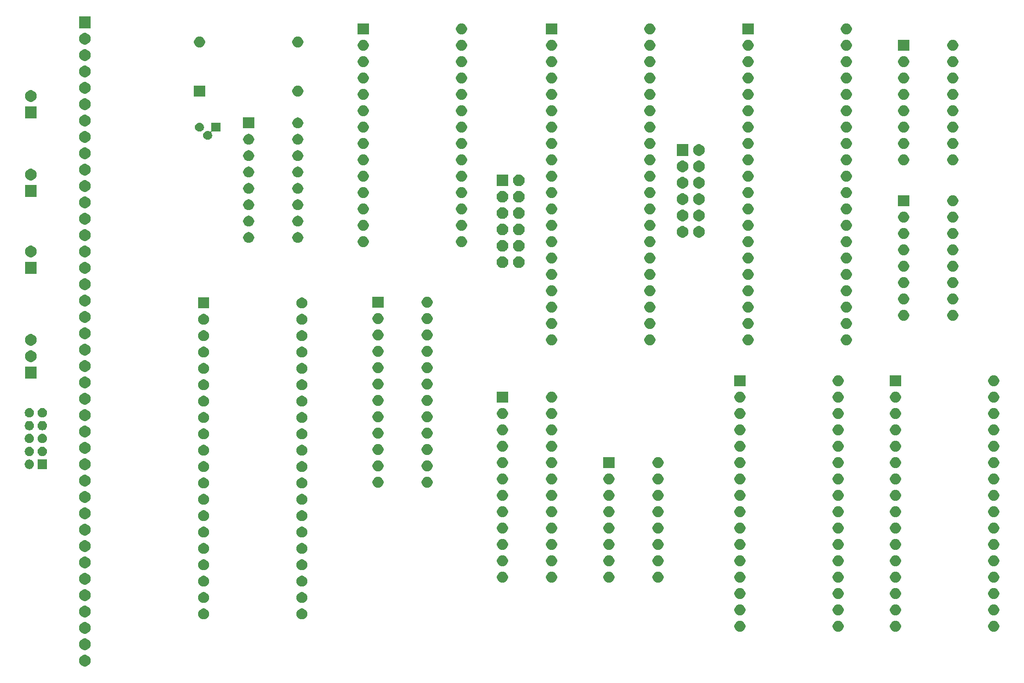
<source format=gbr>
G04 #@! TF.GenerationSoftware,KiCad,Pcbnew,(5.1.5-0-10_14)*
G04 #@! TF.CreationDate,2020-04-20T13:05:25+02:00*
G04 #@! TF.ProjectId,sinope,73696e6f-7065-42e6-9b69-6361645f7063,rev?*
G04 #@! TF.SameCoordinates,Original*
G04 #@! TF.FileFunction,Soldermask,Bot*
G04 #@! TF.FilePolarity,Negative*
%FSLAX46Y46*%
G04 Gerber Fmt 4.6, Leading zero omitted, Abs format (unit mm)*
G04 Created by KiCad (PCBNEW (5.1.5-0-10_14)) date 2020-04-20 13:05:25*
%MOMM*%
%LPD*%
G04 APERTURE LIST*
%ADD10C,0.100000*%
G04 APERTURE END LIST*
D10*
G36*
X52691512Y-125087927D02*
G01*
X52840812Y-125117624D01*
X53004784Y-125185544D01*
X53152354Y-125284147D01*
X53277853Y-125409646D01*
X53376456Y-125557216D01*
X53444376Y-125721188D01*
X53479000Y-125895259D01*
X53479000Y-126072741D01*
X53444376Y-126246812D01*
X53376456Y-126410784D01*
X53277853Y-126558354D01*
X53152354Y-126683853D01*
X53004784Y-126782456D01*
X52840812Y-126850376D01*
X52691512Y-126880073D01*
X52666742Y-126885000D01*
X52489258Y-126885000D01*
X52464488Y-126880073D01*
X52315188Y-126850376D01*
X52151216Y-126782456D01*
X52003646Y-126683853D01*
X51878147Y-126558354D01*
X51779544Y-126410784D01*
X51711624Y-126246812D01*
X51677000Y-126072741D01*
X51677000Y-125895259D01*
X51711624Y-125721188D01*
X51779544Y-125557216D01*
X51878147Y-125409646D01*
X52003646Y-125284147D01*
X52151216Y-125185544D01*
X52315188Y-125117624D01*
X52464488Y-125087927D01*
X52489258Y-125083000D01*
X52666742Y-125083000D01*
X52691512Y-125087927D01*
G37*
G36*
X52691512Y-122547927D02*
G01*
X52840812Y-122577624D01*
X53004784Y-122645544D01*
X53152354Y-122744147D01*
X53277853Y-122869646D01*
X53376456Y-123017216D01*
X53444376Y-123181188D01*
X53479000Y-123355259D01*
X53479000Y-123532741D01*
X53444376Y-123706812D01*
X53376456Y-123870784D01*
X53277853Y-124018354D01*
X53152354Y-124143853D01*
X53004784Y-124242456D01*
X52840812Y-124310376D01*
X52691512Y-124340073D01*
X52666742Y-124345000D01*
X52489258Y-124345000D01*
X52464488Y-124340073D01*
X52315188Y-124310376D01*
X52151216Y-124242456D01*
X52003646Y-124143853D01*
X51878147Y-124018354D01*
X51779544Y-123870784D01*
X51711624Y-123706812D01*
X51677000Y-123532741D01*
X51677000Y-123355259D01*
X51711624Y-123181188D01*
X51779544Y-123017216D01*
X51878147Y-122869646D01*
X52003646Y-122744147D01*
X52151216Y-122645544D01*
X52315188Y-122577624D01*
X52464488Y-122547927D01*
X52489258Y-122543000D01*
X52666742Y-122543000D01*
X52691512Y-122547927D01*
G37*
G36*
X52691512Y-120007927D02*
G01*
X52840812Y-120037624D01*
X53004784Y-120105544D01*
X53152354Y-120204147D01*
X53277853Y-120329646D01*
X53376456Y-120477216D01*
X53444376Y-120641188D01*
X53479000Y-120815259D01*
X53479000Y-120992741D01*
X53444376Y-121166812D01*
X53376456Y-121330784D01*
X53277853Y-121478354D01*
X53152354Y-121603853D01*
X53004784Y-121702456D01*
X52840812Y-121770376D01*
X52691512Y-121800073D01*
X52666742Y-121805000D01*
X52489258Y-121805000D01*
X52464488Y-121800073D01*
X52315188Y-121770376D01*
X52151216Y-121702456D01*
X52003646Y-121603853D01*
X51878147Y-121478354D01*
X51779544Y-121330784D01*
X51711624Y-121166812D01*
X51677000Y-120992741D01*
X51677000Y-120815259D01*
X51711624Y-120641188D01*
X51779544Y-120477216D01*
X51878147Y-120329646D01*
X52003646Y-120204147D01*
X52151216Y-120105544D01*
X52315188Y-120037624D01*
X52464488Y-120007927D01*
X52489258Y-120003000D01*
X52666742Y-120003000D01*
X52691512Y-120007927D01*
G37*
G36*
X154426228Y-119831703D02*
G01*
X154581100Y-119895853D01*
X154720481Y-119988985D01*
X154839015Y-120107519D01*
X154932147Y-120246900D01*
X154996297Y-120401772D01*
X155029000Y-120566184D01*
X155029000Y-120733816D01*
X154996297Y-120898228D01*
X154932147Y-121053100D01*
X154839015Y-121192481D01*
X154720481Y-121311015D01*
X154581100Y-121404147D01*
X154426228Y-121468297D01*
X154261816Y-121501000D01*
X154094184Y-121501000D01*
X153929772Y-121468297D01*
X153774900Y-121404147D01*
X153635519Y-121311015D01*
X153516985Y-121192481D01*
X153423853Y-121053100D01*
X153359703Y-120898228D01*
X153327000Y-120733816D01*
X153327000Y-120566184D01*
X153359703Y-120401772D01*
X153423853Y-120246900D01*
X153516985Y-120107519D01*
X153635519Y-119988985D01*
X153774900Y-119895853D01*
X153929772Y-119831703D01*
X154094184Y-119799000D01*
X154261816Y-119799000D01*
X154426228Y-119831703D01*
G37*
G36*
X169666228Y-119831703D02*
G01*
X169821100Y-119895853D01*
X169960481Y-119988985D01*
X170079015Y-120107519D01*
X170172147Y-120246900D01*
X170236297Y-120401772D01*
X170269000Y-120566184D01*
X170269000Y-120733816D01*
X170236297Y-120898228D01*
X170172147Y-121053100D01*
X170079015Y-121192481D01*
X169960481Y-121311015D01*
X169821100Y-121404147D01*
X169666228Y-121468297D01*
X169501816Y-121501000D01*
X169334184Y-121501000D01*
X169169772Y-121468297D01*
X169014900Y-121404147D01*
X168875519Y-121311015D01*
X168756985Y-121192481D01*
X168663853Y-121053100D01*
X168599703Y-120898228D01*
X168567000Y-120733816D01*
X168567000Y-120566184D01*
X168599703Y-120401772D01*
X168663853Y-120246900D01*
X168756985Y-120107519D01*
X168875519Y-119988985D01*
X169014900Y-119895853D01*
X169169772Y-119831703D01*
X169334184Y-119799000D01*
X169501816Y-119799000D01*
X169666228Y-119831703D01*
G37*
G36*
X193796228Y-119831703D02*
G01*
X193951100Y-119895853D01*
X194090481Y-119988985D01*
X194209015Y-120107519D01*
X194302147Y-120246900D01*
X194366297Y-120401772D01*
X194399000Y-120566184D01*
X194399000Y-120733816D01*
X194366297Y-120898228D01*
X194302147Y-121053100D01*
X194209015Y-121192481D01*
X194090481Y-121311015D01*
X193951100Y-121404147D01*
X193796228Y-121468297D01*
X193631816Y-121501000D01*
X193464184Y-121501000D01*
X193299772Y-121468297D01*
X193144900Y-121404147D01*
X193005519Y-121311015D01*
X192886985Y-121192481D01*
X192793853Y-121053100D01*
X192729703Y-120898228D01*
X192697000Y-120733816D01*
X192697000Y-120566184D01*
X192729703Y-120401772D01*
X192793853Y-120246900D01*
X192886985Y-120107519D01*
X193005519Y-119988985D01*
X193144900Y-119895853D01*
X193299772Y-119831703D01*
X193464184Y-119799000D01*
X193631816Y-119799000D01*
X193796228Y-119831703D01*
G37*
G36*
X178556228Y-119831703D02*
G01*
X178711100Y-119895853D01*
X178850481Y-119988985D01*
X178969015Y-120107519D01*
X179062147Y-120246900D01*
X179126297Y-120401772D01*
X179159000Y-120566184D01*
X179159000Y-120733816D01*
X179126297Y-120898228D01*
X179062147Y-121053100D01*
X178969015Y-121192481D01*
X178850481Y-121311015D01*
X178711100Y-121404147D01*
X178556228Y-121468297D01*
X178391816Y-121501000D01*
X178224184Y-121501000D01*
X178059772Y-121468297D01*
X177904900Y-121404147D01*
X177765519Y-121311015D01*
X177646985Y-121192481D01*
X177553853Y-121053100D01*
X177489703Y-120898228D01*
X177457000Y-120733816D01*
X177457000Y-120566184D01*
X177489703Y-120401772D01*
X177553853Y-120246900D01*
X177646985Y-120107519D01*
X177765519Y-119988985D01*
X177904900Y-119895853D01*
X178059772Y-119831703D01*
X178224184Y-119799000D01*
X178391816Y-119799000D01*
X178556228Y-119831703D01*
G37*
G36*
X86481228Y-117926703D02*
G01*
X86636100Y-117990853D01*
X86775481Y-118083985D01*
X86894015Y-118202519D01*
X86987147Y-118341900D01*
X87051297Y-118496772D01*
X87084000Y-118661184D01*
X87084000Y-118828816D01*
X87051297Y-118993228D01*
X86987147Y-119148100D01*
X86894015Y-119287481D01*
X86775481Y-119406015D01*
X86636100Y-119499147D01*
X86481228Y-119563297D01*
X86316816Y-119596000D01*
X86149184Y-119596000D01*
X85984772Y-119563297D01*
X85829900Y-119499147D01*
X85690519Y-119406015D01*
X85571985Y-119287481D01*
X85478853Y-119148100D01*
X85414703Y-118993228D01*
X85382000Y-118828816D01*
X85382000Y-118661184D01*
X85414703Y-118496772D01*
X85478853Y-118341900D01*
X85571985Y-118202519D01*
X85690519Y-118083985D01*
X85829900Y-117990853D01*
X85984772Y-117926703D01*
X86149184Y-117894000D01*
X86316816Y-117894000D01*
X86481228Y-117926703D01*
G37*
G36*
X71241228Y-117926703D02*
G01*
X71396100Y-117990853D01*
X71535481Y-118083985D01*
X71654015Y-118202519D01*
X71747147Y-118341900D01*
X71811297Y-118496772D01*
X71844000Y-118661184D01*
X71844000Y-118828816D01*
X71811297Y-118993228D01*
X71747147Y-119148100D01*
X71654015Y-119287481D01*
X71535481Y-119406015D01*
X71396100Y-119499147D01*
X71241228Y-119563297D01*
X71076816Y-119596000D01*
X70909184Y-119596000D01*
X70744772Y-119563297D01*
X70589900Y-119499147D01*
X70450519Y-119406015D01*
X70331985Y-119287481D01*
X70238853Y-119148100D01*
X70174703Y-118993228D01*
X70142000Y-118828816D01*
X70142000Y-118661184D01*
X70174703Y-118496772D01*
X70238853Y-118341900D01*
X70331985Y-118202519D01*
X70450519Y-118083985D01*
X70589900Y-117990853D01*
X70744772Y-117926703D01*
X70909184Y-117894000D01*
X71076816Y-117894000D01*
X71241228Y-117926703D01*
G37*
G36*
X52691512Y-117467927D02*
G01*
X52840812Y-117497624D01*
X53004784Y-117565544D01*
X53152354Y-117664147D01*
X53277853Y-117789646D01*
X53376456Y-117937216D01*
X53444376Y-118101188D01*
X53479000Y-118275259D01*
X53479000Y-118452741D01*
X53444376Y-118626812D01*
X53376456Y-118790784D01*
X53277853Y-118938354D01*
X53152354Y-119063853D01*
X53004784Y-119162456D01*
X52840812Y-119230376D01*
X52691512Y-119260073D01*
X52666742Y-119265000D01*
X52489258Y-119265000D01*
X52464488Y-119260073D01*
X52315188Y-119230376D01*
X52151216Y-119162456D01*
X52003646Y-119063853D01*
X51878147Y-118938354D01*
X51779544Y-118790784D01*
X51711624Y-118626812D01*
X51677000Y-118452741D01*
X51677000Y-118275259D01*
X51711624Y-118101188D01*
X51779544Y-117937216D01*
X51878147Y-117789646D01*
X52003646Y-117664147D01*
X52151216Y-117565544D01*
X52315188Y-117497624D01*
X52464488Y-117467927D01*
X52489258Y-117463000D01*
X52666742Y-117463000D01*
X52691512Y-117467927D01*
G37*
G36*
X154426228Y-117291703D02*
G01*
X154581100Y-117355853D01*
X154720481Y-117448985D01*
X154839015Y-117567519D01*
X154932147Y-117706900D01*
X154996297Y-117861772D01*
X155029000Y-118026184D01*
X155029000Y-118193816D01*
X154996297Y-118358228D01*
X154932147Y-118513100D01*
X154839015Y-118652481D01*
X154720481Y-118771015D01*
X154581100Y-118864147D01*
X154426228Y-118928297D01*
X154261816Y-118961000D01*
X154094184Y-118961000D01*
X153929772Y-118928297D01*
X153774900Y-118864147D01*
X153635519Y-118771015D01*
X153516985Y-118652481D01*
X153423853Y-118513100D01*
X153359703Y-118358228D01*
X153327000Y-118193816D01*
X153327000Y-118026184D01*
X153359703Y-117861772D01*
X153423853Y-117706900D01*
X153516985Y-117567519D01*
X153635519Y-117448985D01*
X153774900Y-117355853D01*
X153929772Y-117291703D01*
X154094184Y-117259000D01*
X154261816Y-117259000D01*
X154426228Y-117291703D01*
G37*
G36*
X193796228Y-117291703D02*
G01*
X193951100Y-117355853D01*
X194090481Y-117448985D01*
X194209015Y-117567519D01*
X194302147Y-117706900D01*
X194366297Y-117861772D01*
X194399000Y-118026184D01*
X194399000Y-118193816D01*
X194366297Y-118358228D01*
X194302147Y-118513100D01*
X194209015Y-118652481D01*
X194090481Y-118771015D01*
X193951100Y-118864147D01*
X193796228Y-118928297D01*
X193631816Y-118961000D01*
X193464184Y-118961000D01*
X193299772Y-118928297D01*
X193144900Y-118864147D01*
X193005519Y-118771015D01*
X192886985Y-118652481D01*
X192793853Y-118513100D01*
X192729703Y-118358228D01*
X192697000Y-118193816D01*
X192697000Y-118026184D01*
X192729703Y-117861772D01*
X192793853Y-117706900D01*
X192886985Y-117567519D01*
X193005519Y-117448985D01*
X193144900Y-117355853D01*
X193299772Y-117291703D01*
X193464184Y-117259000D01*
X193631816Y-117259000D01*
X193796228Y-117291703D01*
G37*
G36*
X178556228Y-117291703D02*
G01*
X178711100Y-117355853D01*
X178850481Y-117448985D01*
X178969015Y-117567519D01*
X179062147Y-117706900D01*
X179126297Y-117861772D01*
X179159000Y-118026184D01*
X179159000Y-118193816D01*
X179126297Y-118358228D01*
X179062147Y-118513100D01*
X178969015Y-118652481D01*
X178850481Y-118771015D01*
X178711100Y-118864147D01*
X178556228Y-118928297D01*
X178391816Y-118961000D01*
X178224184Y-118961000D01*
X178059772Y-118928297D01*
X177904900Y-118864147D01*
X177765519Y-118771015D01*
X177646985Y-118652481D01*
X177553853Y-118513100D01*
X177489703Y-118358228D01*
X177457000Y-118193816D01*
X177457000Y-118026184D01*
X177489703Y-117861772D01*
X177553853Y-117706900D01*
X177646985Y-117567519D01*
X177765519Y-117448985D01*
X177904900Y-117355853D01*
X178059772Y-117291703D01*
X178224184Y-117259000D01*
X178391816Y-117259000D01*
X178556228Y-117291703D01*
G37*
G36*
X169666228Y-117291703D02*
G01*
X169821100Y-117355853D01*
X169960481Y-117448985D01*
X170079015Y-117567519D01*
X170172147Y-117706900D01*
X170236297Y-117861772D01*
X170269000Y-118026184D01*
X170269000Y-118193816D01*
X170236297Y-118358228D01*
X170172147Y-118513100D01*
X170079015Y-118652481D01*
X169960481Y-118771015D01*
X169821100Y-118864147D01*
X169666228Y-118928297D01*
X169501816Y-118961000D01*
X169334184Y-118961000D01*
X169169772Y-118928297D01*
X169014900Y-118864147D01*
X168875519Y-118771015D01*
X168756985Y-118652481D01*
X168663853Y-118513100D01*
X168599703Y-118358228D01*
X168567000Y-118193816D01*
X168567000Y-118026184D01*
X168599703Y-117861772D01*
X168663853Y-117706900D01*
X168756985Y-117567519D01*
X168875519Y-117448985D01*
X169014900Y-117355853D01*
X169169772Y-117291703D01*
X169334184Y-117259000D01*
X169501816Y-117259000D01*
X169666228Y-117291703D01*
G37*
G36*
X86481228Y-115386703D02*
G01*
X86636100Y-115450853D01*
X86775481Y-115543985D01*
X86894015Y-115662519D01*
X86987147Y-115801900D01*
X87051297Y-115956772D01*
X87084000Y-116121184D01*
X87084000Y-116288816D01*
X87051297Y-116453228D01*
X86987147Y-116608100D01*
X86894015Y-116747481D01*
X86775481Y-116866015D01*
X86636100Y-116959147D01*
X86481228Y-117023297D01*
X86316816Y-117056000D01*
X86149184Y-117056000D01*
X85984772Y-117023297D01*
X85829900Y-116959147D01*
X85690519Y-116866015D01*
X85571985Y-116747481D01*
X85478853Y-116608100D01*
X85414703Y-116453228D01*
X85382000Y-116288816D01*
X85382000Y-116121184D01*
X85414703Y-115956772D01*
X85478853Y-115801900D01*
X85571985Y-115662519D01*
X85690519Y-115543985D01*
X85829900Y-115450853D01*
X85984772Y-115386703D01*
X86149184Y-115354000D01*
X86316816Y-115354000D01*
X86481228Y-115386703D01*
G37*
G36*
X71241228Y-115386703D02*
G01*
X71396100Y-115450853D01*
X71535481Y-115543985D01*
X71654015Y-115662519D01*
X71747147Y-115801900D01*
X71811297Y-115956772D01*
X71844000Y-116121184D01*
X71844000Y-116288816D01*
X71811297Y-116453228D01*
X71747147Y-116608100D01*
X71654015Y-116747481D01*
X71535481Y-116866015D01*
X71396100Y-116959147D01*
X71241228Y-117023297D01*
X71076816Y-117056000D01*
X70909184Y-117056000D01*
X70744772Y-117023297D01*
X70589900Y-116959147D01*
X70450519Y-116866015D01*
X70331985Y-116747481D01*
X70238853Y-116608100D01*
X70174703Y-116453228D01*
X70142000Y-116288816D01*
X70142000Y-116121184D01*
X70174703Y-115956772D01*
X70238853Y-115801900D01*
X70331985Y-115662519D01*
X70450519Y-115543985D01*
X70589900Y-115450853D01*
X70744772Y-115386703D01*
X70909184Y-115354000D01*
X71076816Y-115354000D01*
X71241228Y-115386703D01*
G37*
G36*
X52691512Y-114927927D02*
G01*
X52840812Y-114957624D01*
X53004784Y-115025544D01*
X53152354Y-115124147D01*
X53277853Y-115249646D01*
X53376456Y-115397216D01*
X53444376Y-115561188D01*
X53479000Y-115735259D01*
X53479000Y-115912741D01*
X53444376Y-116086812D01*
X53376456Y-116250784D01*
X53277853Y-116398354D01*
X53152354Y-116523853D01*
X53004784Y-116622456D01*
X52840812Y-116690376D01*
X52691512Y-116720073D01*
X52666742Y-116725000D01*
X52489258Y-116725000D01*
X52464488Y-116720073D01*
X52315188Y-116690376D01*
X52151216Y-116622456D01*
X52003646Y-116523853D01*
X51878147Y-116398354D01*
X51779544Y-116250784D01*
X51711624Y-116086812D01*
X51677000Y-115912741D01*
X51677000Y-115735259D01*
X51711624Y-115561188D01*
X51779544Y-115397216D01*
X51878147Y-115249646D01*
X52003646Y-115124147D01*
X52151216Y-115025544D01*
X52315188Y-114957624D01*
X52464488Y-114927927D01*
X52489258Y-114923000D01*
X52666742Y-114923000D01*
X52691512Y-114927927D01*
G37*
G36*
X169666228Y-114751703D02*
G01*
X169821100Y-114815853D01*
X169960481Y-114908985D01*
X170079015Y-115027519D01*
X170172147Y-115166900D01*
X170236297Y-115321772D01*
X170269000Y-115486184D01*
X170269000Y-115653816D01*
X170236297Y-115818228D01*
X170172147Y-115973100D01*
X170079015Y-116112481D01*
X169960481Y-116231015D01*
X169821100Y-116324147D01*
X169666228Y-116388297D01*
X169501816Y-116421000D01*
X169334184Y-116421000D01*
X169169772Y-116388297D01*
X169014900Y-116324147D01*
X168875519Y-116231015D01*
X168756985Y-116112481D01*
X168663853Y-115973100D01*
X168599703Y-115818228D01*
X168567000Y-115653816D01*
X168567000Y-115486184D01*
X168599703Y-115321772D01*
X168663853Y-115166900D01*
X168756985Y-115027519D01*
X168875519Y-114908985D01*
X169014900Y-114815853D01*
X169169772Y-114751703D01*
X169334184Y-114719000D01*
X169501816Y-114719000D01*
X169666228Y-114751703D01*
G37*
G36*
X178556228Y-114751703D02*
G01*
X178711100Y-114815853D01*
X178850481Y-114908985D01*
X178969015Y-115027519D01*
X179062147Y-115166900D01*
X179126297Y-115321772D01*
X179159000Y-115486184D01*
X179159000Y-115653816D01*
X179126297Y-115818228D01*
X179062147Y-115973100D01*
X178969015Y-116112481D01*
X178850481Y-116231015D01*
X178711100Y-116324147D01*
X178556228Y-116388297D01*
X178391816Y-116421000D01*
X178224184Y-116421000D01*
X178059772Y-116388297D01*
X177904900Y-116324147D01*
X177765519Y-116231015D01*
X177646985Y-116112481D01*
X177553853Y-115973100D01*
X177489703Y-115818228D01*
X177457000Y-115653816D01*
X177457000Y-115486184D01*
X177489703Y-115321772D01*
X177553853Y-115166900D01*
X177646985Y-115027519D01*
X177765519Y-114908985D01*
X177904900Y-114815853D01*
X178059772Y-114751703D01*
X178224184Y-114719000D01*
X178391816Y-114719000D01*
X178556228Y-114751703D01*
G37*
G36*
X154426228Y-114751703D02*
G01*
X154581100Y-114815853D01*
X154720481Y-114908985D01*
X154839015Y-115027519D01*
X154932147Y-115166900D01*
X154996297Y-115321772D01*
X155029000Y-115486184D01*
X155029000Y-115653816D01*
X154996297Y-115818228D01*
X154932147Y-115973100D01*
X154839015Y-116112481D01*
X154720481Y-116231015D01*
X154581100Y-116324147D01*
X154426228Y-116388297D01*
X154261816Y-116421000D01*
X154094184Y-116421000D01*
X153929772Y-116388297D01*
X153774900Y-116324147D01*
X153635519Y-116231015D01*
X153516985Y-116112481D01*
X153423853Y-115973100D01*
X153359703Y-115818228D01*
X153327000Y-115653816D01*
X153327000Y-115486184D01*
X153359703Y-115321772D01*
X153423853Y-115166900D01*
X153516985Y-115027519D01*
X153635519Y-114908985D01*
X153774900Y-114815853D01*
X153929772Y-114751703D01*
X154094184Y-114719000D01*
X154261816Y-114719000D01*
X154426228Y-114751703D01*
G37*
G36*
X193796228Y-114751703D02*
G01*
X193951100Y-114815853D01*
X194090481Y-114908985D01*
X194209015Y-115027519D01*
X194302147Y-115166900D01*
X194366297Y-115321772D01*
X194399000Y-115486184D01*
X194399000Y-115653816D01*
X194366297Y-115818228D01*
X194302147Y-115973100D01*
X194209015Y-116112481D01*
X194090481Y-116231015D01*
X193951100Y-116324147D01*
X193796228Y-116388297D01*
X193631816Y-116421000D01*
X193464184Y-116421000D01*
X193299772Y-116388297D01*
X193144900Y-116324147D01*
X193005519Y-116231015D01*
X192886985Y-116112481D01*
X192793853Y-115973100D01*
X192729703Y-115818228D01*
X192697000Y-115653816D01*
X192697000Y-115486184D01*
X192729703Y-115321772D01*
X192793853Y-115166900D01*
X192886985Y-115027519D01*
X193005519Y-114908985D01*
X193144900Y-114815853D01*
X193299772Y-114751703D01*
X193464184Y-114719000D01*
X193631816Y-114719000D01*
X193796228Y-114751703D01*
G37*
G36*
X86481228Y-112846703D02*
G01*
X86636100Y-112910853D01*
X86775481Y-113003985D01*
X86894015Y-113122519D01*
X86987147Y-113261900D01*
X87051297Y-113416772D01*
X87084000Y-113581184D01*
X87084000Y-113748816D01*
X87051297Y-113913228D01*
X86987147Y-114068100D01*
X86894015Y-114207481D01*
X86775481Y-114326015D01*
X86636100Y-114419147D01*
X86481228Y-114483297D01*
X86316816Y-114516000D01*
X86149184Y-114516000D01*
X85984772Y-114483297D01*
X85829900Y-114419147D01*
X85690519Y-114326015D01*
X85571985Y-114207481D01*
X85478853Y-114068100D01*
X85414703Y-113913228D01*
X85382000Y-113748816D01*
X85382000Y-113581184D01*
X85414703Y-113416772D01*
X85478853Y-113261900D01*
X85571985Y-113122519D01*
X85690519Y-113003985D01*
X85829900Y-112910853D01*
X85984772Y-112846703D01*
X86149184Y-112814000D01*
X86316816Y-112814000D01*
X86481228Y-112846703D01*
G37*
G36*
X71241228Y-112846703D02*
G01*
X71396100Y-112910853D01*
X71535481Y-113003985D01*
X71654015Y-113122519D01*
X71747147Y-113261900D01*
X71811297Y-113416772D01*
X71844000Y-113581184D01*
X71844000Y-113748816D01*
X71811297Y-113913228D01*
X71747147Y-114068100D01*
X71654015Y-114207481D01*
X71535481Y-114326015D01*
X71396100Y-114419147D01*
X71241228Y-114483297D01*
X71076816Y-114516000D01*
X70909184Y-114516000D01*
X70744772Y-114483297D01*
X70589900Y-114419147D01*
X70450519Y-114326015D01*
X70331985Y-114207481D01*
X70238853Y-114068100D01*
X70174703Y-113913228D01*
X70142000Y-113748816D01*
X70142000Y-113581184D01*
X70174703Y-113416772D01*
X70238853Y-113261900D01*
X70331985Y-113122519D01*
X70450519Y-113003985D01*
X70589900Y-112910853D01*
X70744772Y-112846703D01*
X70909184Y-112814000D01*
X71076816Y-112814000D01*
X71241228Y-112846703D01*
G37*
G36*
X52691512Y-112387927D02*
G01*
X52840812Y-112417624D01*
X53004784Y-112485544D01*
X53152354Y-112584147D01*
X53277853Y-112709646D01*
X53376456Y-112857216D01*
X53444376Y-113021188D01*
X53479000Y-113195259D01*
X53479000Y-113372741D01*
X53444376Y-113546812D01*
X53376456Y-113710784D01*
X53277853Y-113858354D01*
X53152354Y-113983853D01*
X53004784Y-114082456D01*
X52840812Y-114150376D01*
X52691512Y-114180073D01*
X52666742Y-114185000D01*
X52489258Y-114185000D01*
X52464488Y-114180073D01*
X52315188Y-114150376D01*
X52151216Y-114082456D01*
X52003646Y-113983853D01*
X51878147Y-113858354D01*
X51779544Y-113710784D01*
X51711624Y-113546812D01*
X51677000Y-113372741D01*
X51677000Y-113195259D01*
X51711624Y-113021188D01*
X51779544Y-112857216D01*
X51878147Y-112709646D01*
X52003646Y-112584147D01*
X52151216Y-112485544D01*
X52315188Y-112417624D01*
X52464488Y-112387927D01*
X52489258Y-112383000D01*
X52666742Y-112383000D01*
X52691512Y-112387927D01*
G37*
G36*
X125216228Y-112211703D02*
G01*
X125371100Y-112275853D01*
X125510481Y-112368985D01*
X125629015Y-112487519D01*
X125722147Y-112626900D01*
X125786297Y-112781772D01*
X125819000Y-112946184D01*
X125819000Y-113113816D01*
X125786297Y-113278228D01*
X125722147Y-113433100D01*
X125629015Y-113572481D01*
X125510481Y-113691015D01*
X125371100Y-113784147D01*
X125216228Y-113848297D01*
X125051816Y-113881000D01*
X124884184Y-113881000D01*
X124719772Y-113848297D01*
X124564900Y-113784147D01*
X124425519Y-113691015D01*
X124306985Y-113572481D01*
X124213853Y-113433100D01*
X124149703Y-113278228D01*
X124117000Y-113113816D01*
X124117000Y-112946184D01*
X124149703Y-112781772D01*
X124213853Y-112626900D01*
X124306985Y-112487519D01*
X124425519Y-112368985D01*
X124564900Y-112275853D01*
X124719772Y-112211703D01*
X124884184Y-112179000D01*
X125051816Y-112179000D01*
X125216228Y-112211703D01*
G37*
G36*
X154426228Y-112211703D02*
G01*
X154581100Y-112275853D01*
X154720481Y-112368985D01*
X154839015Y-112487519D01*
X154932147Y-112626900D01*
X154996297Y-112781772D01*
X155029000Y-112946184D01*
X155029000Y-113113816D01*
X154996297Y-113278228D01*
X154932147Y-113433100D01*
X154839015Y-113572481D01*
X154720481Y-113691015D01*
X154581100Y-113784147D01*
X154426228Y-113848297D01*
X154261816Y-113881000D01*
X154094184Y-113881000D01*
X153929772Y-113848297D01*
X153774900Y-113784147D01*
X153635519Y-113691015D01*
X153516985Y-113572481D01*
X153423853Y-113433100D01*
X153359703Y-113278228D01*
X153327000Y-113113816D01*
X153327000Y-112946184D01*
X153359703Y-112781772D01*
X153423853Y-112626900D01*
X153516985Y-112487519D01*
X153635519Y-112368985D01*
X153774900Y-112275853D01*
X153929772Y-112211703D01*
X154094184Y-112179000D01*
X154261816Y-112179000D01*
X154426228Y-112211703D01*
G37*
G36*
X169666228Y-112211703D02*
G01*
X169821100Y-112275853D01*
X169960481Y-112368985D01*
X170079015Y-112487519D01*
X170172147Y-112626900D01*
X170236297Y-112781772D01*
X170269000Y-112946184D01*
X170269000Y-113113816D01*
X170236297Y-113278228D01*
X170172147Y-113433100D01*
X170079015Y-113572481D01*
X169960481Y-113691015D01*
X169821100Y-113784147D01*
X169666228Y-113848297D01*
X169501816Y-113881000D01*
X169334184Y-113881000D01*
X169169772Y-113848297D01*
X169014900Y-113784147D01*
X168875519Y-113691015D01*
X168756985Y-113572481D01*
X168663853Y-113433100D01*
X168599703Y-113278228D01*
X168567000Y-113113816D01*
X168567000Y-112946184D01*
X168599703Y-112781772D01*
X168663853Y-112626900D01*
X168756985Y-112487519D01*
X168875519Y-112368985D01*
X169014900Y-112275853D01*
X169169772Y-112211703D01*
X169334184Y-112179000D01*
X169501816Y-112179000D01*
X169666228Y-112211703D01*
G37*
G36*
X193796228Y-112211703D02*
G01*
X193951100Y-112275853D01*
X194090481Y-112368985D01*
X194209015Y-112487519D01*
X194302147Y-112626900D01*
X194366297Y-112781772D01*
X194399000Y-112946184D01*
X194399000Y-113113816D01*
X194366297Y-113278228D01*
X194302147Y-113433100D01*
X194209015Y-113572481D01*
X194090481Y-113691015D01*
X193951100Y-113784147D01*
X193796228Y-113848297D01*
X193631816Y-113881000D01*
X193464184Y-113881000D01*
X193299772Y-113848297D01*
X193144900Y-113784147D01*
X193005519Y-113691015D01*
X192886985Y-113572481D01*
X192793853Y-113433100D01*
X192729703Y-113278228D01*
X192697000Y-113113816D01*
X192697000Y-112946184D01*
X192729703Y-112781772D01*
X192793853Y-112626900D01*
X192886985Y-112487519D01*
X193005519Y-112368985D01*
X193144900Y-112275853D01*
X193299772Y-112211703D01*
X193464184Y-112179000D01*
X193631816Y-112179000D01*
X193796228Y-112211703D01*
G37*
G36*
X117596228Y-112211703D02*
G01*
X117751100Y-112275853D01*
X117890481Y-112368985D01*
X118009015Y-112487519D01*
X118102147Y-112626900D01*
X118166297Y-112781772D01*
X118199000Y-112946184D01*
X118199000Y-113113816D01*
X118166297Y-113278228D01*
X118102147Y-113433100D01*
X118009015Y-113572481D01*
X117890481Y-113691015D01*
X117751100Y-113784147D01*
X117596228Y-113848297D01*
X117431816Y-113881000D01*
X117264184Y-113881000D01*
X117099772Y-113848297D01*
X116944900Y-113784147D01*
X116805519Y-113691015D01*
X116686985Y-113572481D01*
X116593853Y-113433100D01*
X116529703Y-113278228D01*
X116497000Y-113113816D01*
X116497000Y-112946184D01*
X116529703Y-112781772D01*
X116593853Y-112626900D01*
X116686985Y-112487519D01*
X116805519Y-112368985D01*
X116944900Y-112275853D01*
X117099772Y-112211703D01*
X117264184Y-112179000D01*
X117431816Y-112179000D01*
X117596228Y-112211703D01*
G37*
G36*
X141726228Y-112211703D02*
G01*
X141881100Y-112275853D01*
X142020481Y-112368985D01*
X142139015Y-112487519D01*
X142232147Y-112626900D01*
X142296297Y-112781772D01*
X142329000Y-112946184D01*
X142329000Y-113113816D01*
X142296297Y-113278228D01*
X142232147Y-113433100D01*
X142139015Y-113572481D01*
X142020481Y-113691015D01*
X141881100Y-113784147D01*
X141726228Y-113848297D01*
X141561816Y-113881000D01*
X141394184Y-113881000D01*
X141229772Y-113848297D01*
X141074900Y-113784147D01*
X140935519Y-113691015D01*
X140816985Y-113572481D01*
X140723853Y-113433100D01*
X140659703Y-113278228D01*
X140627000Y-113113816D01*
X140627000Y-112946184D01*
X140659703Y-112781772D01*
X140723853Y-112626900D01*
X140816985Y-112487519D01*
X140935519Y-112368985D01*
X141074900Y-112275853D01*
X141229772Y-112211703D01*
X141394184Y-112179000D01*
X141561816Y-112179000D01*
X141726228Y-112211703D01*
G37*
G36*
X134106228Y-112211703D02*
G01*
X134261100Y-112275853D01*
X134400481Y-112368985D01*
X134519015Y-112487519D01*
X134612147Y-112626900D01*
X134676297Y-112781772D01*
X134709000Y-112946184D01*
X134709000Y-113113816D01*
X134676297Y-113278228D01*
X134612147Y-113433100D01*
X134519015Y-113572481D01*
X134400481Y-113691015D01*
X134261100Y-113784147D01*
X134106228Y-113848297D01*
X133941816Y-113881000D01*
X133774184Y-113881000D01*
X133609772Y-113848297D01*
X133454900Y-113784147D01*
X133315519Y-113691015D01*
X133196985Y-113572481D01*
X133103853Y-113433100D01*
X133039703Y-113278228D01*
X133007000Y-113113816D01*
X133007000Y-112946184D01*
X133039703Y-112781772D01*
X133103853Y-112626900D01*
X133196985Y-112487519D01*
X133315519Y-112368985D01*
X133454900Y-112275853D01*
X133609772Y-112211703D01*
X133774184Y-112179000D01*
X133941816Y-112179000D01*
X134106228Y-112211703D01*
G37*
G36*
X178556228Y-112211703D02*
G01*
X178711100Y-112275853D01*
X178850481Y-112368985D01*
X178969015Y-112487519D01*
X179062147Y-112626900D01*
X179126297Y-112781772D01*
X179159000Y-112946184D01*
X179159000Y-113113816D01*
X179126297Y-113278228D01*
X179062147Y-113433100D01*
X178969015Y-113572481D01*
X178850481Y-113691015D01*
X178711100Y-113784147D01*
X178556228Y-113848297D01*
X178391816Y-113881000D01*
X178224184Y-113881000D01*
X178059772Y-113848297D01*
X177904900Y-113784147D01*
X177765519Y-113691015D01*
X177646985Y-113572481D01*
X177553853Y-113433100D01*
X177489703Y-113278228D01*
X177457000Y-113113816D01*
X177457000Y-112946184D01*
X177489703Y-112781772D01*
X177553853Y-112626900D01*
X177646985Y-112487519D01*
X177765519Y-112368985D01*
X177904900Y-112275853D01*
X178059772Y-112211703D01*
X178224184Y-112179000D01*
X178391816Y-112179000D01*
X178556228Y-112211703D01*
G37*
G36*
X86481228Y-110306703D02*
G01*
X86636100Y-110370853D01*
X86775481Y-110463985D01*
X86894015Y-110582519D01*
X86987147Y-110721900D01*
X87051297Y-110876772D01*
X87084000Y-111041184D01*
X87084000Y-111208816D01*
X87051297Y-111373228D01*
X86987147Y-111528100D01*
X86894015Y-111667481D01*
X86775481Y-111786015D01*
X86636100Y-111879147D01*
X86481228Y-111943297D01*
X86316816Y-111976000D01*
X86149184Y-111976000D01*
X85984772Y-111943297D01*
X85829900Y-111879147D01*
X85690519Y-111786015D01*
X85571985Y-111667481D01*
X85478853Y-111528100D01*
X85414703Y-111373228D01*
X85382000Y-111208816D01*
X85382000Y-111041184D01*
X85414703Y-110876772D01*
X85478853Y-110721900D01*
X85571985Y-110582519D01*
X85690519Y-110463985D01*
X85829900Y-110370853D01*
X85984772Y-110306703D01*
X86149184Y-110274000D01*
X86316816Y-110274000D01*
X86481228Y-110306703D01*
G37*
G36*
X71241228Y-110306703D02*
G01*
X71396100Y-110370853D01*
X71535481Y-110463985D01*
X71654015Y-110582519D01*
X71747147Y-110721900D01*
X71811297Y-110876772D01*
X71844000Y-111041184D01*
X71844000Y-111208816D01*
X71811297Y-111373228D01*
X71747147Y-111528100D01*
X71654015Y-111667481D01*
X71535481Y-111786015D01*
X71396100Y-111879147D01*
X71241228Y-111943297D01*
X71076816Y-111976000D01*
X70909184Y-111976000D01*
X70744772Y-111943297D01*
X70589900Y-111879147D01*
X70450519Y-111786015D01*
X70331985Y-111667481D01*
X70238853Y-111528100D01*
X70174703Y-111373228D01*
X70142000Y-111208816D01*
X70142000Y-111041184D01*
X70174703Y-110876772D01*
X70238853Y-110721900D01*
X70331985Y-110582519D01*
X70450519Y-110463985D01*
X70589900Y-110370853D01*
X70744772Y-110306703D01*
X70909184Y-110274000D01*
X71076816Y-110274000D01*
X71241228Y-110306703D01*
G37*
G36*
X52691512Y-109847927D02*
G01*
X52840812Y-109877624D01*
X53004784Y-109945544D01*
X53152354Y-110044147D01*
X53277853Y-110169646D01*
X53376456Y-110317216D01*
X53444376Y-110481188D01*
X53479000Y-110655259D01*
X53479000Y-110832741D01*
X53444376Y-111006812D01*
X53376456Y-111170784D01*
X53277853Y-111318354D01*
X53152354Y-111443853D01*
X53004784Y-111542456D01*
X52840812Y-111610376D01*
X52691512Y-111640073D01*
X52666742Y-111645000D01*
X52489258Y-111645000D01*
X52464488Y-111640073D01*
X52315188Y-111610376D01*
X52151216Y-111542456D01*
X52003646Y-111443853D01*
X51878147Y-111318354D01*
X51779544Y-111170784D01*
X51711624Y-111006812D01*
X51677000Y-110832741D01*
X51677000Y-110655259D01*
X51711624Y-110481188D01*
X51779544Y-110317216D01*
X51878147Y-110169646D01*
X52003646Y-110044147D01*
X52151216Y-109945544D01*
X52315188Y-109877624D01*
X52464488Y-109847927D01*
X52489258Y-109843000D01*
X52666742Y-109843000D01*
X52691512Y-109847927D01*
G37*
G36*
X193796228Y-109671703D02*
G01*
X193951100Y-109735853D01*
X194090481Y-109828985D01*
X194209015Y-109947519D01*
X194302147Y-110086900D01*
X194366297Y-110241772D01*
X194399000Y-110406184D01*
X194399000Y-110573816D01*
X194366297Y-110738228D01*
X194302147Y-110893100D01*
X194209015Y-111032481D01*
X194090481Y-111151015D01*
X193951100Y-111244147D01*
X193796228Y-111308297D01*
X193631816Y-111341000D01*
X193464184Y-111341000D01*
X193299772Y-111308297D01*
X193144900Y-111244147D01*
X193005519Y-111151015D01*
X192886985Y-111032481D01*
X192793853Y-110893100D01*
X192729703Y-110738228D01*
X192697000Y-110573816D01*
X192697000Y-110406184D01*
X192729703Y-110241772D01*
X192793853Y-110086900D01*
X192886985Y-109947519D01*
X193005519Y-109828985D01*
X193144900Y-109735853D01*
X193299772Y-109671703D01*
X193464184Y-109639000D01*
X193631816Y-109639000D01*
X193796228Y-109671703D01*
G37*
G36*
X134106228Y-109671703D02*
G01*
X134261100Y-109735853D01*
X134400481Y-109828985D01*
X134519015Y-109947519D01*
X134612147Y-110086900D01*
X134676297Y-110241772D01*
X134709000Y-110406184D01*
X134709000Y-110573816D01*
X134676297Y-110738228D01*
X134612147Y-110893100D01*
X134519015Y-111032481D01*
X134400481Y-111151015D01*
X134261100Y-111244147D01*
X134106228Y-111308297D01*
X133941816Y-111341000D01*
X133774184Y-111341000D01*
X133609772Y-111308297D01*
X133454900Y-111244147D01*
X133315519Y-111151015D01*
X133196985Y-111032481D01*
X133103853Y-110893100D01*
X133039703Y-110738228D01*
X133007000Y-110573816D01*
X133007000Y-110406184D01*
X133039703Y-110241772D01*
X133103853Y-110086900D01*
X133196985Y-109947519D01*
X133315519Y-109828985D01*
X133454900Y-109735853D01*
X133609772Y-109671703D01*
X133774184Y-109639000D01*
X133941816Y-109639000D01*
X134106228Y-109671703D01*
G37*
G36*
X141726228Y-109671703D02*
G01*
X141881100Y-109735853D01*
X142020481Y-109828985D01*
X142139015Y-109947519D01*
X142232147Y-110086900D01*
X142296297Y-110241772D01*
X142329000Y-110406184D01*
X142329000Y-110573816D01*
X142296297Y-110738228D01*
X142232147Y-110893100D01*
X142139015Y-111032481D01*
X142020481Y-111151015D01*
X141881100Y-111244147D01*
X141726228Y-111308297D01*
X141561816Y-111341000D01*
X141394184Y-111341000D01*
X141229772Y-111308297D01*
X141074900Y-111244147D01*
X140935519Y-111151015D01*
X140816985Y-111032481D01*
X140723853Y-110893100D01*
X140659703Y-110738228D01*
X140627000Y-110573816D01*
X140627000Y-110406184D01*
X140659703Y-110241772D01*
X140723853Y-110086900D01*
X140816985Y-109947519D01*
X140935519Y-109828985D01*
X141074900Y-109735853D01*
X141229772Y-109671703D01*
X141394184Y-109639000D01*
X141561816Y-109639000D01*
X141726228Y-109671703D01*
G37*
G36*
X117596228Y-109671703D02*
G01*
X117751100Y-109735853D01*
X117890481Y-109828985D01*
X118009015Y-109947519D01*
X118102147Y-110086900D01*
X118166297Y-110241772D01*
X118199000Y-110406184D01*
X118199000Y-110573816D01*
X118166297Y-110738228D01*
X118102147Y-110893100D01*
X118009015Y-111032481D01*
X117890481Y-111151015D01*
X117751100Y-111244147D01*
X117596228Y-111308297D01*
X117431816Y-111341000D01*
X117264184Y-111341000D01*
X117099772Y-111308297D01*
X116944900Y-111244147D01*
X116805519Y-111151015D01*
X116686985Y-111032481D01*
X116593853Y-110893100D01*
X116529703Y-110738228D01*
X116497000Y-110573816D01*
X116497000Y-110406184D01*
X116529703Y-110241772D01*
X116593853Y-110086900D01*
X116686985Y-109947519D01*
X116805519Y-109828985D01*
X116944900Y-109735853D01*
X117099772Y-109671703D01*
X117264184Y-109639000D01*
X117431816Y-109639000D01*
X117596228Y-109671703D01*
G37*
G36*
X178556228Y-109671703D02*
G01*
X178711100Y-109735853D01*
X178850481Y-109828985D01*
X178969015Y-109947519D01*
X179062147Y-110086900D01*
X179126297Y-110241772D01*
X179159000Y-110406184D01*
X179159000Y-110573816D01*
X179126297Y-110738228D01*
X179062147Y-110893100D01*
X178969015Y-111032481D01*
X178850481Y-111151015D01*
X178711100Y-111244147D01*
X178556228Y-111308297D01*
X178391816Y-111341000D01*
X178224184Y-111341000D01*
X178059772Y-111308297D01*
X177904900Y-111244147D01*
X177765519Y-111151015D01*
X177646985Y-111032481D01*
X177553853Y-110893100D01*
X177489703Y-110738228D01*
X177457000Y-110573816D01*
X177457000Y-110406184D01*
X177489703Y-110241772D01*
X177553853Y-110086900D01*
X177646985Y-109947519D01*
X177765519Y-109828985D01*
X177904900Y-109735853D01*
X178059772Y-109671703D01*
X178224184Y-109639000D01*
X178391816Y-109639000D01*
X178556228Y-109671703D01*
G37*
G36*
X169666228Y-109671703D02*
G01*
X169821100Y-109735853D01*
X169960481Y-109828985D01*
X170079015Y-109947519D01*
X170172147Y-110086900D01*
X170236297Y-110241772D01*
X170269000Y-110406184D01*
X170269000Y-110573816D01*
X170236297Y-110738228D01*
X170172147Y-110893100D01*
X170079015Y-111032481D01*
X169960481Y-111151015D01*
X169821100Y-111244147D01*
X169666228Y-111308297D01*
X169501816Y-111341000D01*
X169334184Y-111341000D01*
X169169772Y-111308297D01*
X169014900Y-111244147D01*
X168875519Y-111151015D01*
X168756985Y-111032481D01*
X168663853Y-110893100D01*
X168599703Y-110738228D01*
X168567000Y-110573816D01*
X168567000Y-110406184D01*
X168599703Y-110241772D01*
X168663853Y-110086900D01*
X168756985Y-109947519D01*
X168875519Y-109828985D01*
X169014900Y-109735853D01*
X169169772Y-109671703D01*
X169334184Y-109639000D01*
X169501816Y-109639000D01*
X169666228Y-109671703D01*
G37*
G36*
X154426228Y-109671703D02*
G01*
X154581100Y-109735853D01*
X154720481Y-109828985D01*
X154839015Y-109947519D01*
X154932147Y-110086900D01*
X154996297Y-110241772D01*
X155029000Y-110406184D01*
X155029000Y-110573816D01*
X154996297Y-110738228D01*
X154932147Y-110893100D01*
X154839015Y-111032481D01*
X154720481Y-111151015D01*
X154581100Y-111244147D01*
X154426228Y-111308297D01*
X154261816Y-111341000D01*
X154094184Y-111341000D01*
X153929772Y-111308297D01*
X153774900Y-111244147D01*
X153635519Y-111151015D01*
X153516985Y-111032481D01*
X153423853Y-110893100D01*
X153359703Y-110738228D01*
X153327000Y-110573816D01*
X153327000Y-110406184D01*
X153359703Y-110241772D01*
X153423853Y-110086900D01*
X153516985Y-109947519D01*
X153635519Y-109828985D01*
X153774900Y-109735853D01*
X153929772Y-109671703D01*
X154094184Y-109639000D01*
X154261816Y-109639000D01*
X154426228Y-109671703D01*
G37*
G36*
X125216228Y-109671703D02*
G01*
X125371100Y-109735853D01*
X125510481Y-109828985D01*
X125629015Y-109947519D01*
X125722147Y-110086900D01*
X125786297Y-110241772D01*
X125819000Y-110406184D01*
X125819000Y-110573816D01*
X125786297Y-110738228D01*
X125722147Y-110893100D01*
X125629015Y-111032481D01*
X125510481Y-111151015D01*
X125371100Y-111244147D01*
X125216228Y-111308297D01*
X125051816Y-111341000D01*
X124884184Y-111341000D01*
X124719772Y-111308297D01*
X124564900Y-111244147D01*
X124425519Y-111151015D01*
X124306985Y-111032481D01*
X124213853Y-110893100D01*
X124149703Y-110738228D01*
X124117000Y-110573816D01*
X124117000Y-110406184D01*
X124149703Y-110241772D01*
X124213853Y-110086900D01*
X124306985Y-109947519D01*
X124425519Y-109828985D01*
X124564900Y-109735853D01*
X124719772Y-109671703D01*
X124884184Y-109639000D01*
X125051816Y-109639000D01*
X125216228Y-109671703D01*
G37*
G36*
X86481228Y-107766703D02*
G01*
X86636100Y-107830853D01*
X86775481Y-107923985D01*
X86894015Y-108042519D01*
X86987147Y-108181900D01*
X87051297Y-108336772D01*
X87084000Y-108501184D01*
X87084000Y-108668816D01*
X87051297Y-108833228D01*
X86987147Y-108988100D01*
X86894015Y-109127481D01*
X86775481Y-109246015D01*
X86636100Y-109339147D01*
X86481228Y-109403297D01*
X86316816Y-109436000D01*
X86149184Y-109436000D01*
X85984772Y-109403297D01*
X85829900Y-109339147D01*
X85690519Y-109246015D01*
X85571985Y-109127481D01*
X85478853Y-108988100D01*
X85414703Y-108833228D01*
X85382000Y-108668816D01*
X85382000Y-108501184D01*
X85414703Y-108336772D01*
X85478853Y-108181900D01*
X85571985Y-108042519D01*
X85690519Y-107923985D01*
X85829900Y-107830853D01*
X85984772Y-107766703D01*
X86149184Y-107734000D01*
X86316816Y-107734000D01*
X86481228Y-107766703D01*
G37*
G36*
X71241228Y-107766703D02*
G01*
X71396100Y-107830853D01*
X71535481Y-107923985D01*
X71654015Y-108042519D01*
X71747147Y-108181900D01*
X71811297Y-108336772D01*
X71844000Y-108501184D01*
X71844000Y-108668816D01*
X71811297Y-108833228D01*
X71747147Y-108988100D01*
X71654015Y-109127481D01*
X71535481Y-109246015D01*
X71396100Y-109339147D01*
X71241228Y-109403297D01*
X71076816Y-109436000D01*
X70909184Y-109436000D01*
X70744772Y-109403297D01*
X70589900Y-109339147D01*
X70450519Y-109246015D01*
X70331985Y-109127481D01*
X70238853Y-108988100D01*
X70174703Y-108833228D01*
X70142000Y-108668816D01*
X70142000Y-108501184D01*
X70174703Y-108336772D01*
X70238853Y-108181900D01*
X70331985Y-108042519D01*
X70450519Y-107923985D01*
X70589900Y-107830853D01*
X70744772Y-107766703D01*
X70909184Y-107734000D01*
X71076816Y-107734000D01*
X71241228Y-107766703D01*
G37*
G36*
X52691512Y-107307927D02*
G01*
X52840812Y-107337624D01*
X53004784Y-107405544D01*
X53152354Y-107504147D01*
X53277853Y-107629646D01*
X53376456Y-107777216D01*
X53444376Y-107941188D01*
X53479000Y-108115259D01*
X53479000Y-108292741D01*
X53444376Y-108466812D01*
X53376456Y-108630784D01*
X53277853Y-108778354D01*
X53152354Y-108903853D01*
X53004784Y-109002456D01*
X52840812Y-109070376D01*
X52691512Y-109100073D01*
X52666742Y-109105000D01*
X52489258Y-109105000D01*
X52464488Y-109100073D01*
X52315188Y-109070376D01*
X52151216Y-109002456D01*
X52003646Y-108903853D01*
X51878147Y-108778354D01*
X51779544Y-108630784D01*
X51711624Y-108466812D01*
X51677000Y-108292741D01*
X51677000Y-108115259D01*
X51711624Y-107941188D01*
X51779544Y-107777216D01*
X51878147Y-107629646D01*
X52003646Y-107504147D01*
X52151216Y-107405544D01*
X52315188Y-107337624D01*
X52464488Y-107307927D01*
X52489258Y-107303000D01*
X52666742Y-107303000D01*
X52691512Y-107307927D01*
G37*
G36*
X169666228Y-107131703D02*
G01*
X169821100Y-107195853D01*
X169960481Y-107288985D01*
X170079015Y-107407519D01*
X170172147Y-107546900D01*
X170236297Y-107701772D01*
X170269000Y-107866184D01*
X170269000Y-108033816D01*
X170236297Y-108198228D01*
X170172147Y-108353100D01*
X170079015Y-108492481D01*
X169960481Y-108611015D01*
X169821100Y-108704147D01*
X169666228Y-108768297D01*
X169501816Y-108801000D01*
X169334184Y-108801000D01*
X169169772Y-108768297D01*
X169014900Y-108704147D01*
X168875519Y-108611015D01*
X168756985Y-108492481D01*
X168663853Y-108353100D01*
X168599703Y-108198228D01*
X168567000Y-108033816D01*
X168567000Y-107866184D01*
X168599703Y-107701772D01*
X168663853Y-107546900D01*
X168756985Y-107407519D01*
X168875519Y-107288985D01*
X169014900Y-107195853D01*
X169169772Y-107131703D01*
X169334184Y-107099000D01*
X169501816Y-107099000D01*
X169666228Y-107131703D01*
G37*
G36*
X154426228Y-107131703D02*
G01*
X154581100Y-107195853D01*
X154720481Y-107288985D01*
X154839015Y-107407519D01*
X154932147Y-107546900D01*
X154996297Y-107701772D01*
X155029000Y-107866184D01*
X155029000Y-108033816D01*
X154996297Y-108198228D01*
X154932147Y-108353100D01*
X154839015Y-108492481D01*
X154720481Y-108611015D01*
X154581100Y-108704147D01*
X154426228Y-108768297D01*
X154261816Y-108801000D01*
X154094184Y-108801000D01*
X153929772Y-108768297D01*
X153774900Y-108704147D01*
X153635519Y-108611015D01*
X153516985Y-108492481D01*
X153423853Y-108353100D01*
X153359703Y-108198228D01*
X153327000Y-108033816D01*
X153327000Y-107866184D01*
X153359703Y-107701772D01*
X153423853Y-107546900D01*
X153516985Y-107407519D01*
X153635519Y-107288985D01*
X153774900Y-107195853D01*
X153929772Y-107131703D01*
X154094184Y-107099000D01*
X154261816Y-107099000D01*
X154426228Y-107131703D01*
G37*
G36*
X141726228Y-107131703D02*
G01*
X141881100Y-107195853D01*
X142020481Y-107288985D01*
X142139015Y-107407519D01*
X142232147Y-107546900D01*
X142296297Y-107701772D01*
X142329000Y-107866184D01*
X142329000Y-108033816D01*
X142296297Y-108198228D01*
X142232147Y-108353100D01*
X142139015Y-108492481D01*
X142020481Y-108611015D01*
X141881100Y-108704147D01*
X141726228Y-108768297D01*
X141561816Y-108801000D01*
X141394184Y-108801000D01*
X141229772Y-108768297D01*
X141074900Y-108704147D01*
X140935519Y-108611015D01*
X140816985Y-108492481D01*
X140723853Y-108353100D01*
X140659703Y-108198228D01*
X140627000Y-108033816D01*
X140627000Y-107866184D01*
X140659703Y-107701772D01*
X140723853Y-107546900D01*
X140816985Y-107407519D01*
X140935519Y-107288985D01*
X141074900Y-107195853D01*
X141229772Y-107131703D01*
X141394184Y-107099000D01*
X141561816Y-107099000D01*
X141726228Y-107131703D01*
G37*
G36*
X125216228Y-107131703D02*
G01*
X125371100Y-107195853D01*
X125510481Y-107288985D01*
X125629015Y-107407519D01*
X125722147Y-107546900D01*
X125786297Y-107701772D01*
X125819000Y-107866184D01*
X125819000Y-108033816D01*
X125786297Y-108198228D01*
X125722147Y-108353100D01*
X125629015Y-108492481D01*
X125510481Y-108611015D01*
X125371100Y-108704147D01*
X125216228Y-108768297D01*
X125051816Y-108801000D01*
X124884184Y-108801000D01*
X124719772Y-108768297D01*
X124564900Y-108704147D01*
X124425519Y-108611015D01*
X124306985Y-108492481D01*
X124213853Y-108353100D01*
X124149703Y-108198228D01*
X124117000Y-108033816D01*
X124117000Y-107866184D01*
X124149703Y-107701772D01*
X124213853Y-107546900D01*
X124306985Y-107407519D01*
X124425519Y-107288985D01*
X124564900Y-107195853D01*
X124719772Y-107131703D01*
X124884184Y-107099000D01*
X125051816Y-107099000D01*
X125216228Y-107131703D01*
G37*
G36*
X178556228Y-107131703D02*
G01*
X178711100Y-107195853D01*
X178850481Y-107288985D01*
X178969015Y-107407519D01*
X179062147Y-107546900D01*
X179126297Y-107701772D01*
X179159000Y-107866184D01*
X179159000Y-108033816D01*
X179126297Y-108198228D01*
X179062147Y-108353100D01*
X178969015Y-108492481D01*
X178850481Y-108611015D01*
X178711100Y-108704147D01*
X178556228Y-108768297D01*
X178391816Y-108801000D01*
X178224184Y-108801000D01*
X178059772Y-108768297D01*
X177904900Y-108704147D01*
X177765519Y-108611015D01*
X177646985Y-108492481D01*
X177553853Y-108353100D01*
X177489703Y-108198228D01*
X177457000Y-108033816D01*
X177457000Y-107866184D01*
X177489703Y-107701772D01*
X177553853Y-107546900D01*
X177646985Y-107407519D01*
X177765519Y-107288985D01*
X177904900Y-107195853D01*
X178059772Y-107131703D01*
X178224184Y-107099000D01*
X178391816Y-107099000D01*
X178556228Y-107131703D01*
G37*
G36*
X134106228Y-107131703D02*
G01*
X134261100Y-107195853D01*
X134400481Y-107288985D01*
X134519015Y-107407519D01*
X134612147Y-107546900D01*
X134676297Y-107701772D01*
X134709000Y-107866184D01*
X134709000Y-108033816D01*
X134676297Y-108198228D01*
X134612147Y-108353100D01*
X134519015Y-108492481D01*
X134400481Y-108611015D01*
X134261100Y-108704147D01*
X134106228Y-108768297D01*
X133941816Y-108801000D01*
X133774184Y-108801000D01*
X133609772Y-108768297D01*
X133454900Y-108704147D01*
X133315519Y-108611015D01*
X133196985Y-108492481D01*
X133103853Y-108353100D01*
X133039703Y-108198228D01*
X133007000Y-108033816D01*
X133007000Y-107866184D01*
X133039703Y-107701772D01*
X133103853Y-107546900D01*
X133196985Y-107407519D01*
X133315519Y-107288985D01*
X133454900Y-107195853D01*
X133609772Y-107131703D01*
X133774184Y-107099000D01*
X133941816Y-107099000D01*
X134106228Y-107131703D01*
G37*
G36*
X193796228Y-107131703D02*
G01*
X193951100Y-107195853D01*
X194090481Y-107288985D01*
X194209015Y-107407519D01*
X194302147Y-107546900D01*
X194366297Y-107701772D01*
X194399000Y-107866184D01*
X194399000Y-108033816D01*
X194366297Y-108198228D01*
X194302147Y-108353100D01*
X194209015Y-108492481D01*
X194090481Y-108611015D01*
X193951100Y-108704147D01*
X193796228Y-108768297D01*
X193631816Y-108801000D01*
X193464184Y-108801000D01*
X193299772Y-108768297D01*
X193144900Y-108704147D01*
X193005519Y-108611015D01*
X192886985Y-108492481D01*
X192793853Y-108353100D01*
X192729703Y-108198228D01*
X192697000Y-108033816D01*
X192697000Y-107866184D01*
X192729703Y-107701772D01*
X192793853Y-107546900D01*
X192886985Y-107407519D01*
X193005519Y-107288985D01*
X193144900Y-107195853D01*
X193299772Y-107131703D01*
X193464184Y-107099000D01*
X193631816Y-107099000D01*
X193796228Y-107131703D01*
G37*
G36*
X117596228Y-107131703D02*
G01*
X117751100Y-107195853D01*
X117890481Y-107288985D01*
X118009015Y-107407519D01*
X118102147Y-107546900D01*
X118166297Y-107701772D01*
X118199000Y-107866184D01*
X118199000Y-108033816D01*
X118166297Y-108198228D01*
X118102147Y-108353100D01*
X118009015Y-108492481D01*
X117890481Y-108611015D01*
X117751100Y-108704147D01*
X117596228Y-108768297D01*
X117431816Y-108801000D01*
X117264184Y-108801000D01*
X117099772Y-108768297D01*
X116944900Y-108704147D01*
X116805519Y-108611015D01*
X116686985Y-108492481D01*
X116593853Y-108353100D01*
X116529703Y-108198228D01*
X116497000Y-108033816D01*
X116497000Y-107866184D01*
X116529703Y-107701772D01*
X116593853Y-107546900D01*
X116686985Y-107407519D01*
X116805519Y-107288985D01*
X116944900Y-107195853D01*
X117099772Y-107131703D01*
X117264184Y-107099000D01*
X117431816Y-107099000D01*
X117596228Y-107131703D01*
G37*
G36*
X71241228Y-105226703D02*
G01*
X71396100Y-105290853D01*
X71535481Y-105383985D01*
X71654015Y-105502519D01*
X71747147Y-105641900D01*
X71811297Y-105796772D01*
X71844000Y-105961184D01*
X71844000Y-106128816D01*
X71811297Y-106293228D01*
X71747147Y-106448100D01*
X71654015Y-106587481D01*
X71535481Y-106706015D01*
X71396100Y-106799147D01*
X71241228Y-106863297D01*
X71076816Y-106896000D01*
X70909184Y-106896000D01*
X70744772Y-106863297D01*
X70589900Y-106799147D01*
X70450519Y-106706015D01*
X70331985Y-106587481D01*
X70238853Y-106448100D01*
X70174703Y-106293228D01*
X70142000Y-106128816D01*
X70142000Y-105961184D01*
X70174703Y-105796772D01*
X70238853Y-105641900D01*
X70331985Y-105502519D01*
X70450519Y-105383985D01*
X70589900Y-105290853D01*
X70744772Y-105226703D01*
X70909184Y-105194000D01*
X71076816Y-105194000D01*
X71241228Y-105226703D01*
G37*
G36*
X86481228Y-105226703D02*
G01*
X86636100Y-105290853D01*
X86775481Y-105383985D01*
X86894015Y-105502519D01*
X86987147Y-105641900D01*
X87051297Y-105796772D01*
X87084000Y-105961184D01*
X87084000Y-106128816D01*
X87051297Y-106293228D01*
X86987147Y-106448100D01*
X86894015Y-106587481D01*
X86775481Y-106706015D01*
X86636100Y-106799147D01*
X86481228Y-106863297D01*
X86316816Y-106896000D01*
X86149184Y-106896000D01*
X85984772Y-106863297D01*
X85829900Y-106799147D01*
X85690519Y-106706015D01*
X85571985Y-106587481D01*
X85478853Y-106448100D01*
X85414703Y-106293228D01*
X85382000Y-106128816D01*
X85382000Y-105961184D01*
X85414703Y-105796772D01*
X85478853Y-105641900D01*
X85571985Y-105502519D01*
X85690519Y-105383985D01*
X85829900Y-105290853D01*
X85984772Y-105226703D01*
X86149184Y-105194000D01*
X86316816Y-105194000D01*
X86481228Y-105226703D01*
G37*
G36*
X52691512Y-104767927D02*
G01*
X52840812Y-104797624D01*
X53004784Y-104865544D01*
X53152354Y-104964147D01*
X53277853Y-105089646D01*
X53376456Y-105237216D01*
X53444376Y-105401188D01*
X53479000Y-105575259D01*
X53479000Y-105752741D01*
X53444376Y-105926812D01*
X53376456Y-106090784D01*
X53277853Y-106238354D01*
X53152354Y-106363853D01*
X53004784Y-106462456D01*
X52840812Y-106530376D01*
X52691512Y-106560073D01*
X52666742Y-106565000D01*
X52489258Y-106565000D01*
X52464488Y-106560073D01*
X52315188Y-106530376D01*
X52151216Y-106462456D01*
X52003646Y-106363853D01*
X51878147Y-106238354D01*
X51779544Y-106090784D01*
X51711624Y-105926812D01*
X51677000Y-105752741D01*
X51677000Y-105575259D01*
X51711624Y-105401188D01*
X51779544Y-105237216D01*
X51878147Y-105089646D01*
X52003646Y-104964147D01*
X52151216Y-104865544D01*
X52315188Y-104797624D01*
X52464488Y-104767927D01*
X52489258Y-104763000D01*
X52666742Y-104763000D01*
X52691512Y-104767927D01*
G37*
G36*
X141726228Y-104591703D02*
G01*
X141881100Y-104655853D01*
X142020481Y-104748985D01*
X142139015Y-104867519D01*
X142232147Y-105006900D01*
X142296297Y-105161772D01*
X142329000Y-105326184D01*
X142329000Y-105493816D01*
X142296297Y-105658228D01*
X142232147Y-105813100D01*
X142139015Y-105952481D01*
X142020481Y-106071015D01*
X141881100Y-106164147D01*
X141726228Y-106228297D01*
X141561816Y-106261000D01*
X141394184Y-106261000D01*
X141229772Y-106228297D01*
X141074900Y-106164147D01*
X140935519Y-106071015D01*
X140816985Y-105952481D01*
X140723853Y-105813100D01*
X140659703Y-105658228D01*
X140627000Y-105493816D01*
X140627000Y-105326184D01*
X140659703Y-105161772D01*
X140723853Y-105006900D01*
X140816985Y-104867519D01*
X140935519Y-104748985D01*
X141074900Y-104655853D01*
X141229772Y-104591703D01*
X141394184Y-104559000D01*
X141561816Y-104559000D01*
X141726228Y-104591703D01*
G37*
G36*
X134106228Y-104591703D02*
G01*
X134261100Y-104655853D01*
X134400481Y-104748985D01*
X134519015Y-104867519D01*
X134612147Y-105006900D01*
X134676297Y-105161772D01*
X134709000Y-105326184D01*
X134709000Y-105493816D01*
X134676297Y-105658228D01*
X134612147Y-105813100D01*
X134519015Y-105952481D01*
X134400481Y-106071015D01*
X134261100Y-106164147D01*
X134106228Y-106228297D01*
X133941816Y-106261000D01*
X133774184Y-106261000D01*
X133609772Y-106228297D01*
X133454900Y-106164147D01*
X133315519Y-106071015D01*
X133196985Y-105952481D01*
X133103853Y-105813100D01*
X133039703Y-105658228D01*
X133007000Y-105493816D01*
X133007000Y-105326184D01*
X133039703Y-105161772D01*
X133103853Y-105006900D01*
X133196985Y-104867519D01*
X133315519Y-104748985D01*
X133454900Y-104655853D01*
X133609772Y-104591703D01*
X133774184Y-104559000D01*
X133941816Y-104559000D01*
X134106228Y-104591703D01*
G37*
G36*
X117596228Y-104591703D02*
G01*
X117751100Y-104655853D01*
X117890481Y-104748985D01*
X118009015Y-104867519D01*
X118102147Y-105006900D01*
X118166297Y-105161772D01*
X118199000Y-105326184D01*
X118199000Y-105493816D01*
X118166297Y-105658228D01*
X118102147Y-105813100D01*
X118009015Y-105952481D01*
X117890481Y-106071015D01*
X117751100Y-106164147D01*
X117596228Y-106228297D01*
X117431816Y-106261000D01*
X117264184Y-106261000D01*
X117099772Y-106228297D01*
X116944900Y-106164147D01*
X116805519Y-106071015D01*
X116686985Y-105952481D01*
X116593853Y-105813100D01*
X116529703Y-105658228D01*
X116497000Y-105493816D01*
X116497000Y-105326184D01*
X116529703Y-105161772D01*
X116593853Y-105006900D01*
X116686985Y-104867519D01*
X116805519Y-104748985D01*
X116944900Y-104655853D01*
X117099772Y-104591703D01*
X117264184Y-104559000D01*
X117431816Y-104559000D01*
X117596228Y-104591703D01*
G37*
G36*
X193796228Y-104591703D02*
G01*
X193951100Y-104655853D01*
X194090481Y-104748985D01*
X194209015Y-104867519D01*
X194302147Y-105006900D01*
X194366297Y-105161772D01*
X194399000Y-105326184D01*
X194399000Y-105493816D01*
X194366297Y-105658228D01*
X194302147Y-105813100D01*
X194209015Y-105952481D01*
X194090481Y-106071015D01*
X193951100Y-106164147D01*
X193796228Y-106228297D01*
X193631816Y-106261000D01*
X193464184Y-106261000D01*
X193299772Y-106228297D01*
X193144900Y-106164147D01*
X193005519Y-106071015D01*
X192886985Y-105952481D01*
X192793853Y-105813100D01*
X192729703Y-105658228D01*
X192697000Y-105493816D01*
X192697000Y-105326184D01*
X192729703Y-105161772D01*
X192793853Y-105006900D01*
X192886985Y-104867519D01*
X193005519Y-104748985D01*
X193144900Y-104655853D01*
X193299772Y-104591703D01*
X193464184Y-104559000D01*
X193631816Y-104559000D01*
X193796228Y-104591703D01*
G37*
G36*
X178556228Y-104591703D02*
G01*
X178711100Y-104655853D01*
X178850481Y-104748985D01*
X178969015Y-104867519D01*
X179062147Y-105006900D01*
X179126297Y-105161772D01*
X179159000Y-105326184D01*
X179159000Y-105493816D01*
X179126297Y-105658228D01*
X179062147Y-105813100D01*
X178969015Y-105952481D01*
X178850481Y-106071015D01*
X178711100Y-106164147D01*
X178556228Y-106228297D01*
X178391816Y-106261000D01*
X178224184Y-106261000D01*
X178059772Y-106228297D01*
X177904900Y-106164147D01*
X177765519Y-106071015D01*
X177646985Y-105952481D01*
X177553853Y-105813100D01*
X177489703Y-105658228D01*
X177457000Y-105493816D01*
X177457000Y-105326184D01*
X177489703Y-105161772D01*
X177553853Y-105006900D01*
X177646985Y-104867519D01*
X177765519Y-104748985D01*
X177904900Y-104655853D01*
X178059772Y-104591703D01*
X178224184Y-104559000D01*
X178391816Y-104559000D01*
X178556228Y-104591703D01*
G37*
G36*
X169666228Y-104591703D02*
G01*
X169821100Y-104655853D01*
X169960481Y-104748985D01*
X170079015Y-104867519D01*
X170172147Y-105006900D01*
X170236297Y-105161772D01*
X170269000Y-105326184D01*
X170269000Y-105493816D01*
X170236297Y-105658228D01*
X170172147Y-105813100D01*
X170079015Y-105952481D01*
X169960481Y-106071015D01*
X169821100Y-106164147D01*
X169666228Y-106228297D01*
X169501816Y-106261000D01*
X169334184Y-106261000D01*
X169169772Y-106228297D01*
X169014900Y-106164147D01*
X168875519Y-106071015D01*
X168756985Y-105952481D01*
X168663853Y-105813100D01*
X168599703Y-105658228D01*
X168567000Y-105493816D01*
X168567000Y-105326184D01*
X168599703Y-105161772D01*
X168663853Y-105006900D01*
X168756985Y-104867519D01*
X168875519Y-104748985D01*
X169014900Y-104655853D01*
X169169772Y-104591703D01*
X169334184Y-104559000D01*
X169501816Y-104559000D01*
X169666228Y-104591703D01*
G37*
G36*
X154426228Y-104591703D02*
G01*
X154581100Y-104655853D01*
X154720481Y-104748985D01*
X154839015Y-104867519D01*
X154932147Y-105006900D01*
X154996297Y-105161772D01*
X155029000Y-105326184D01*
X155029000Y-105493816D01*
X154996297Y-105658228D01*
X154932147Y-105813100D01*
X154839015Y-105952481D01*
X154720481Y-106071015D01*
X154581100Y-106164147D01*
X154426228Y-106228297D01*
X154261816Y-106261000D01*
X154094184Y-106261000D01*
X153929772Y-106228297D01*
X153774900Y-106164147D01*
X153635519Y-106071015D01*
X153516985Y-105952481D01*
X153423853Y-105813100D01*
X153359703Y-105658228D01*
X153327000Y-105493816D01*
X153327000Y-105326184D01*
X153359703Y-105161772D01*
X153423853Y-105006900D01*
X153516985Y-104867519D01*
X153635519Y-104748985D01*
X153774900Y-104655853D01*
X153929772Y-104591703D01*
X154094184Y-104559000D01*
X154261816Y-104559000D01*
X154426228Y-104591703D01*
G37*
G36*
X125216228Y-104591703D02*
G01*
X125371100Y-104655853D01*
X125510481Y-104748985D01*
X125629015Y-104867519D01*
X125722147Y-105006900D01*
X125786297Y-105161772D01*
X125819000Y-105326184D01*
X125819000Y-105493816D01*
X125786297Y-105658228D01*
X125722147Y-105813100D01*
X125629015Y-105952481D01*
X125510481Y-106071015D01*
X125371100Y-106164147D01*
X125216228Y-106228297D01*
X125051816Y-106261000D01*
X124884184Y-106261000D01*
X124719772Y-106228297D01*
X124564900Y-106164147D01*
X124425519Y-106071015D01*
X124306985Y-105952481D01*
X124213853Y-105813100D01*
X124149703Y-105658228D01*
X124117000Y-105493816D01*
X124117000Y-105326184D01*
X124149703Y-105161772D01*
X124213853Y-105006900D01*
X124306985Y-104867519D01*
X124425519Y-104748985D01*
X124564900Y-104655853D01*
X124719772Y-104591703D01*
X124884184Y-104559000D01*
X125051816Y-104559000D01*
X125216228Y-104591703D01*
G37*
G36*
X71241228Y-102686703D02*
G01*
X71396100Y-102750853D01*
X71535481Y-102843985D01*
X71654015Y-102962519D01*
X71747147Y-103101900D01*
X71811297Y-103256772D01*
X71844000Y-103421184D01*
X71844000Y-103588816D01*
X71811297Y-103753228D01*
X71747147Y-103908100D01*
X71654015Y-104047481D01*
X71535481Y-104166015D01*
X71396100Y-104259147D01*
X71241228Y-104323297D01*
X71076816Y-104356000D01*
X70909184Y-104356000D01*
X70744772Y-104323297D01*
X70589900Y-104259147D01*
X70450519Y-104166015D01*
X70331985Y-104047481D01*
X70238853Y-103908100D01*
X70174703Y-103753228D01*
X70142000Y-103588816D01*
X70142000Y-103421184D01*
X70174703Y-103256772D01*
X70238853Y-103101900D01*
X70331985Y-102962519D01*
X70450519Y-102843985D01*
X70589900Y-102750853D01*
X70744772Y-102686703D01*
X70909184Y-102654000D01*
X71076816Y-102654000D01*
X71241228Y-102686703D01*
G37*
G36*
X86481228Y-102686703D02*
G01*
X86636100Y-102750853D01*
X86775481Y-102843985D01*
X86894015Y-102962519D01*
X86987147Y-103101900D01*
X87051297Y-103256772D01*
X87084000Y-103421184D01*
X87084000Y-103588816D01*
X87051297Y-103753228D01*
X86987147Y-103908100D01*
X86894015Y-104047481D01*
X86775481Y-104166015D01*
X86636100Y-104259147D01*
X86481228Y-104323297D01*
X86316816Y-104356000D01*
X86149184Y-104356000D01*
X85984772Y-104323297D01*
X85829900Y-104259147D01*
X85690519Y-104166015D01*
X85571985Y-104047481D01*
X85478853Y-103908100D01*
X85414703Y-103753228D01*
X85382000Y-103588816D01*
X85382000Y-103421184D01*
X85414703Y-103256772D01*
X85478853Y-103101900D01*
X85571985Y-102962519D01*
X85690519Y-102843985D01*
X85829900Y-102750853D01*
X85984772Y-102686703D01*
X86149184Y-102654000D01*
X86316816Y-102654000D01*
X86481228Y-102686703D01*
G37*
G36*
X52691512Y-102227927D02*
G01*
X52840812Y-102257624D01*
X53004784Y-102325544D01*
X53152354Y-102424147D01*
X53277853Y-102549646D01*
X53376456Y-102697216D01*
X53444376Y-102861188D01*
X53479000Y-103035259D01*
X53479000Y-103212741D01*
X53444376Y-103386812D01*
X53376456Y-103550784D01*
X53277853Y-103698354D01*
X53152354Y-103823853D01*
X53004784Y-103922456D01*
X52840812Y-103990376D01*
X52691512Y-104020073D01*
X52666742Y-104025000D01*
X52489258Y-104025000D01*
X52464488Y-104020073D01*
X52315188Y-103990376D01*
X52151216Y-103922456D01*
X52003646Y-103823853D01*
X51878147Y-103698354D01*
X51779544Y-103550784D01*
X51711624Y-103386812D01*
X51677000Y-103212741D01*
X51677000Y-103035259D01*
X51711624Y-102861188D01*
X51779544Y-102697216D01*
X51878147Y-102549646D01*
X52003646Y-102424147D01*
X52151216Y-102325544D01*
X52315188Y-102257624D01*
X52464488Y-102227927D01*
X52489258Y-102223000D01*
X52666742Y-102223000D01*
X52691512Y-102227927D01*
G37*
G36*
X169666228Y-102051703D02*
G01*
X169821100Y-102115853D01*
X169960481Y-102208985D01*
X170079015Y-102327519D01*
X170172147Y-102466900D01*
X170236297Y-102621772D01*
X170269000Y-102786184D01*
X170269000Y-102953816D01*
X170236297Y-103118228D01*
X170172147Y-103273100D01*
X170079015Y-103412481D01*
X169960481Y-103531015D01*
X169821100Y-103624147D01*
X169666228Y-103688297D01*
X169501816Y-103721000D01*
X169334184Y-103721000D01*
X169169772Y-103688297D01*
X169014900Y-103624147D01*
X168875519Y-103531015D01*
X168756985Y-103412481D01*
X168663853Y-103273100D01*
X168599703Y-103118228D01*
X168567000Y-102953816D01*
X168567000Y-102786184D01*
X168599703Y-102621772D01*
X168663853Y-102466900D01*
X168756985Y-102327519D01*
X168875519Y-102208985D01*
X169014900Y-102115853D01*
X169169772Y-102051703D01*
X169334184Y-102019000D01*
X169501816Y-102019000D01*
X169666228Y-102051703D01*
G37*
G36*
X154426228Y-102051703D02*
G01*
X154581100Y-102115853D01*
X154720481Y-102208985D01*
X154839015Y-102327519D01*
X154932147Y-102466900D01*
X154996297Y-102621772D01*
X155029000Y-102786184D01*
X155029000Y-102953816D01*
X154996297Y-103118228D01*
X154932147Y-103273100D01*
X154839015Y-103412481D01*
X154720481Y-103531015D01*
X154581100Y-103624147D01*
X154426228Y-103688297D01*
X154261816Y-103721000D01*
X154094184Y-103721000D01*
X153929772Y-103688297D01*
X153774900Y-103624147D01*
X153635519Y-103531015D01*
X153516985Y-103412481D01*
X153423853Y-103273100D01*
X153359703Y-103118228D01*
X153327000Y-102953816D01*
X153327000Y-102786184D01*
X153359703Y-102621772D01*
X153423853Y-102466900D01*
X153516985Y-102327519D01*
X153635519Y-102208985D01*
X153774900Y-102115853D01*
X153929772Y-102051703D01*
X154094184Y-102019000D01*
X154261816Y-102019000D01*
X154426228Y-102051703D01*
G37*
G36*
X141726228Y-102051703D02*
G01*
X141881100Y-102115853D01*
X142020481Y-102208985D01*
X142139015Y-102327519D01*
X142232147Y-102466900D01*
X142296297Y-102621772D01*
X142329000Y-102786184D01*
X142329000Y-102953816D01*
X142296297Y-103118228D01*
X142232147Y-103273100D01*
X142139015Y-103412481D01*
X142020481Y-103531015D01*
X141881100Y-103624147D01*
X141726228Y-103688297D01*
X141561816Y-103721000D01*
X141394184Y-103721000D01*
X141229772Y-103688297D01*
X141074900Y-103624147D01*
X140935519Y-103531015D01*
X140816985Y-103412481D01*
X140723853Y-103273100D01*
X140659703Y-103118228D01*
X140627000Y-102953816D01*
X140627000Y-102786184D01*
X140659703Y-102621772D01*
X140723853Y-102466900D01*
X140816985Y-102327519D01*
X140935519Y-102208985D01*
X141074900Y-102115853D01*
X141229772Y-102051703D01*
X141394184Y-102019000D01*
X141561816Y-102019000D01*
X141726228Y-102051703D01*
G37*
G36*
X125216228Y-102051703D02*
G01*
X125371100Y-102115853D01*
X125510481Y-102208985D01*
X125629015Y-102327519D01*
X125722147Y-102466900D01*
X125786297Y-102621772D01*
X125819000Y-102786184D01*
X125819000Y-102953816D01*
X125786297Y-103118228D01*
X125722147Y-103273100D01*
X125629015Y-103412481D01*
X125510481Y-103531015D01*
X125371100Y-103624147D01*
X125216228Y-103688297D01*
X125051816Y-103721000D01*
X124884184Y-103721000D01*
X124719772Y-103688297D01*
X124564900Y-103624147D01*
X124425519Y-103531015D01*
X124306985Y-103412481D01*
X124213853Y-103273100D01*
X124149703Y-103118228D01*
X124117000Y-102953816D01*
X124117000Y-102786184D01*
X124149703Y-102621772D01*
X124213853Y-102466900D01*
X124306985Y-102327519D01*
X124425519Y-102208985D01*
X124564900Y-102115853D01*
X124719772Y-102051703D01*
X124884184Y-102019000D01*
X125051816Y-102019000D01*
X125216228Y-102051703D01*
G37*
G36*
X117596228Y-102051703D02*
G01*
X117751100Y-102115853D01*
X117890481Y-102208985D01*
X118009015Y-102327519D01*
X118102147Y-102466900D01*
X118166297Y-102621772D01*
X118199000Y-102786184D01*
X118199000Y-102953816D01*
X118166297Y-103118228D01*
X118102147Y-103273100D01*
X118009015Y-103412481D01*
X117890481Y-103531015D01*
X117751100Y-103624147D01*
X117596228Y-103688297D01*
X117431816Y-103721000D01*
X117264184Y-103721000D01*
X117099772Y-103688297D01*
X116944900Y-103624147D01*
X116805519Y-103531015D01*
X116686985Y-103412481D01*
X116593853Y-103273100D01*
X116529703Y-103118228D01*
X116497000Y-102953816D01*
X116497000Y-102786184D01*
X116529703Y-102621772D01*
X116593853Y-102466900D01*
X116686985Y-102327519D01*
X116805519Y-102208985D01*
X116944900Y-102115853D01*
X117099772Y-102051703D01*
X117264184Y-102019000D01*
X117431816Y-102019000D01*
X117596228Y-102051703D01*
G37*
G36*
X178556228Y-102051703D02*
G01*
X178711100Y-102115853D01*
X178850481Y-102208985D01*
X178969015Y-102327519D01*
X179062147Y-102466900D01*
X179126297Y-102621772D01*
X179159000Y-102786184D01*
X179159000Y-102953816D01*
X179126297Y-103118228D01*
X179062147Y-103273100D01*
X178969015Y-103412481D01*
X178850481Y-103531015D01*
X178711100Y-103624147D01*
X178556228Y-103688297D01*
X178391816Y-103721000D01*
X178224184Y-103721000D01*
X178059772Y-103688297D01*
X177904900Y-103624147D01*
X177765519Y-103531015D01*
X177646985Y-103412481D01*
X177553853Y-103273100D01*
X177489703Y-103118228D01*
X177457000Y-102953816D01*
X177457000Y-102786184D01*
X177489703Y-102621772D01*
X177553853Y-102466900D01*
X177646985Y-102327519D01*
X177765519Y-102208985D01*
X177904900Y-102115853D01*
X178059772Y-102051703D01*
X178224184Y-102019000D01*
X178391816Y-102019000D01*
X178556228Y-102051703D01*
G37*
G36*
X193796228Y-102051703D02*
G01*
X193951100Y-102115853D01*
X194090481Y-102208985D01*
X194209015Y-102327519D01*
X194302147Y-102466900D01*
X194366297Y-102621772D01*
X194399000Y-102786184D01*
X194399000Y-102953816D01*
X194366297Y-103118228D01*
X194302147Y-103273100D01*
X194209015Y-103412481D01*
X194090481Y-103531015D01*
X193951100Y-103624147D01*
X193796228Y-103688297D01*
X193631816Y-103721000D01*
X193464184Y-103721000D01*
X193299772Y-103688297D01*
X193144900Y-103624147D01*
X193005519Y-103531015D01*
X192886985Y-103412481D01*
X192793853Y-103273100D01*
X192729703Y-103118228D01*
X192697000Y-102953816D01*
X192697000Y-102786184D01*
X192729703Y-102621772D01*
X192793853Y-102466900D01*
X192886985Y-102327519D01*
X193005519Y-102208985D01*
X193144900Y-102115853D01*
X193299772Y-102051703D01*
X193464184Y-102019000D01*
X193631816Y-102019000D01*
X193796228Y-102051703D01*
G37*
G36*
X134106228Y-102051703D02*
G01*
X134261100Y-102115853D01*
X134400481Y-102208985D01*
X134519015Y-102327519D01*
X134612147Y-102466900D01*
X134676297Y-102621772D01*
X134709000Y-102786184D01*
X134709000Y-102953816D01*
X134676297Y-103118228D01*
X134612147Y-103273100D01*
X134519015Y-103412481D01*
X134400481Y-103531015D01*
X134261100Y-103624147D01*
X134106228Y-103688297D01*
X133941816Y-103721000D01*
X133774184Y-103721000D01*
X133609772Y-103688297D01*
X133454900Y-103624147D01*
X133315519Y-103531015D01*
X133196985Y-103412481D01*
X133103853Y-103273100D01*
X133039703Y-103118228D01*
X133007000Y-102953816D01*
X133007000Y-102786184D01*
X133039703Y-102621772D01*
X133103853Y-102466900D01*
X133196985Y-102327519D01*
X133315519Y-102208985D01*
X133454900Y-102115853D01*
X133609772Y-102051703D01*
X133774184Y-102019000D01*
X133941816Y-102019000D01*
X134106228Y-102051703D01*
G37*
G36*
X71241228Y-100146703D02*
G01*
X71396100Y-100210853D01*
X71535481Y-100303985D01*
X71654015Y-100422519D01*
X71747147Y-100561900D01*
X71811297Y-100716772D01*
X71844000Y-100881184D01*
X71844000Y-101048816D01*
X71811297Y-101213228D01*
X71747147Y-101368100D01*
X71654015Y-101507481D01*
X71535481Y-101626015D01*
X71396100Y-101719147D01*
X71241228Y-101783297D01*
X71076816Y-101816000D01*
X70909184Y-101816000D01*
X70744772Y-101783297D01*
X70589900Y-101719147D01*
X70450519Y-101626015D01*
X70331985Y-101507481D01*
X70238853Y-101368100D01*
X70174703Y-101213228D01*
X70142000Y-101048816D01*
X70142000Y-100881184D01*
X70174703Y-100716772D01*
X70238853Y-100561900D01*
X70331985Y-100422519D01*
X70450519Y-100303985D01*
X70589900Y-100210853D01*
X70744772Y-100146703D01*
X70909184Y-100114000D01*
X71076816Y-100114000D01*
X71241228Y-100146703D01*
G37*
G36*
X86481228Y-100146703D02*
G01*
X86636100Y-100210853D01*
X86775481Y-100303985D01*
X86894015Y-100422519D01*
X86987147Y-100561900D01*
X87051297Y-100716772D01*
X87084000Y-100881184D01*
X87084000Y-101048816D01*
X87051297Y-101213228D01*
X86987147Y-101368100D01*
X86894015Y-101507481D01*
X86775481Y-101626015D01*
X86636100Y-101719147D01*
X86481228Y-101783297D01*
X86316816Y-101816000D01*
X86149184Y-101816000D01*
X85984772Y-101783297D01*
X85829900Y-101719147D01*
X85690519Y-101626015D01*
X85571985Y-101507481D01*
X85478853Y-101368100D01*
X85414703Y-101213228D01*
X85382000Y-101048816D01*
X85382000Y-100881184D01*
X85414703Y-100716772D01*
X85478853Y-100561900D01*
X85571985Y-100422519D01*
X85690519Y-100303985D01*
X85829900Y-100210853D01*
X85984772Y-100146703D01*
X86149184Y-100114000D01*
X86316816Y-100114000D01*
X86481228Y-100146703D01*
G37*
G36*
X52691512Y-99687927D02*
G01*
X52840812Y-99717624D01*
X53004784Y-99785544D01*
X53152354Y-99884147D01*
X53277853Y-100009646D01*
X53376456Y-100157216D01*
X53444376Y-100321188D01*
X53479000Y-100495259D01*
X53479000Y-100672741D01*
X53444376Y-100846812D01*
X53376456Y-101010784D01*
X53277853Y-101158354D01*
X53152354Y-101283853D01*
X53004784Y-101382456D01*
X52840812Y-101450376D01*
X52691512Y-101480073D01*
X52666742Y-101485000D01*
X52489258Y-101485000D01*
X52464488Y-101480073D01*
X52315188Y-101450376D01*
X52151216Y-101382456D01*
X52003646Y-101283853D01*
X51878147Y-101158354D01*
X51779544Y-101010784D01*
X51711624Y-100846812D01*
X51677000Y-100672741D01*
X51677000Y-100495259D01*
X51711624Y-100321188D01*
X51779544Y-100157216D01*
X51878147Y-100009646D01*
X52003646Y-99884147D01*
X52151216Y-99785544D01*
X52315188Y-99717624D01*
X52464488Y-99687927D01*
X52489258Y-99683000D01*
X52666742Y-99683000D01*
X52691512Y-99687927D01*
G37*
G36*
X141726228Y-99511703D02*
G01*
X141881100Y-99575853D01*
X142020481Y-99668985D01*
X142139015Y-99787519D01*
X142232147Y-99926900D01*
X142296297Y-100081772D01*
X142329000Y-100246184D01*
X142329000Y-100413816D01*
X142296297Y-100578228D01*
X142232147Y-100733100D01*
X142139015Y-100872481D01*
X142020481Y-100991015D01*
X141881100Y-101084147D01*
X141726228Y-101148297D01*
X141561816Y-101181000D01*
X141394184Y-101181000D01*
X141229772Y-101148297D01*
X141074900Y-101084147D01*
X140935519Y-100991015D01*
X140816985Y-100872481D01*
X140723853Y-100733100D01*
X140659703Y-100578228D01*
X140627000Y-100413816D01*
X140627000Y-100246184D01*
X140659703Y-100081772D01*
X140723853Y-99926900D01*
X140816985Y-99787519D01*
X140935519Y-99668985D01*
X141074900Y-99575853D01*
X141229772Y-99511703D01*
X141394184Y-99479000D01*
X141561816Y-99479000D01*
X141726228Y-99511703D01*
G37*
G36*
X178556228Y-99511703D02*
G01*
X178711100Y-99575853D01*
X178850481Y-99668985D01*
X178969015Y-99787519D01*
X179062147Y-99926900D01*
X179126297Y-100081772D01*
X179159000Y-100246184D01*
X179159000Y-100413816D01*
X179126297Y-100578228D01*
X179062147Y-100733100D01*
X178969015Y-100872481D01*
X178850481Y-100991015D01*
X178711100Y-101084147D01*
X178556228Y-101148297D01*
X178391816Y-101181000D01*
X178224184Y-101181000D01*
X178059772Y-101148297D01*
X177904900Y-101084147D01*
X177765519Y-100991015D01*
X177646985Y-100872481D01*
X177553853Y-100733100D01*
X177489703Y-100578228D01*
X177457000Y-100413816D01*
X177457000Y-100246184D01*
X177489703Y-100081772D01*
X177553853Y-99926900D01*
X177646985Y-99787519D01*
X177765519Y-99668985D01*
X177904900Y-99575853D01*
X178059772Y-99511703D01*
X178224184Y-99479000D01*
X178391816Y-99479000D01*
X178556228Y-99511703D01*
G37*
G36*
X169666228Y-99511703D02*
G01*
X169821100Y-99575853D01*
X169960481Y-99668985D01*
X170079015Y-99787519D01*
X170172147Y-99926900D01*
X170236297Y-100081772D01*
X170269000Y-100246184D01*
X170269000Y-100413816D01*
X170236297Y-100578228D01*
X170172147Y-100733100D01*
X170079015Y-100872481D01*
X169960481Y-100991015D01*
X169821100Y-101084147D01*
X169666228Y-101148297D01*
X169501816Y-101181000D01*
X169334184Y-101181000D01*
X169169772Y-101148297D01*
X169014900Y-101084147D01*
X168875519Y-100991015D01*
X168756985Y-100872481D01*
X168663853Y-100733100D01*
X168599703Y-100578228D01*
X168567000Y-100413816D01*
X168567000Y-100246184D01*
X168599703Y-100081772D01*
X168663853Y-99926900D01*
X168756985Y-99787519D01*
X168875519Y-99668985D01*
X169014900Y-99575853D01*
X169169772Y-99511703D01*
X169334184Y-99479000D01*
X169501816Y-99479000D01*
X169666228Y-99511703D01*
G37*
G36*
X154426228Y-99511703D02*
G01*
X154581100Y-99575853D01*
X154720481Y-99668985D01*
X154839015Y-99787519D01*
X154932147Y-99926900D01*
X154996297Y-100081772D01*
X155029000Y-100246184D01*
X155029000Y-100413816D01*
X154996297Y-100578228D01*
X154932147Y-100733100D01*
X154839015Y-100872481D01*
X154720481Y-100991015D01*
X154581100Y-101084147D01*
X154426228Y-101148297D01*
X154261816Y-101181000D01*
X154094184Y-101181000D01*
X153929772Y-101148297D01*
X153774900Y-101084147D01*
X153635519Y-100991015D01*
X153516985Y-100872481D01*
X153423853Y-100733100D01*
X153359703Y-100578228D01*
X153327000Y-100413816D01*
X153327000Y-100246184D01*
X153359703Y-100081772D01*
X153423853Y-99926900D01*
X153516985Y-99787519D01*
X153635519Y-99668985D01*
X153774900Y-99575853D01*
X153929772Y-99511703D01*
X154094184Y-99479000D01*
X154261816Y-99479000D01*
X154426228Y-99511703D01*
G37*
G36*
X134106228Y-99511703D02*
G01*
X134261100Y-99575853D01*
X134400481Y-99668985D01*
X134519015Y-99787519D01*
X134612147Y-99926900D01*
X134676297Y-100081772D01*
X134709000Y-100246184D01*
X134709000Y-100413816D01*
X134676297Y-100578228D01*
X134612147Y-100733100D01*
X134519015Y-100872481D01*
X134400481Y-100991015D01*
X134261100Y-101084147D01*
X134106228Y-101148297D01*
X133941816Y-101181000D01*
X133774184Y-101181000D01*
X133609772Y-101148297D01*
X133454900Y-101084147D01*
X133315519Y-100991015D01*
X133196985Y-100872481D01*
X133103853Y-100733100D01*
X133039703Y-100578228D01*
X133007000Y-100413816D01*
X133007000Y-100246184D01*
X133039703Y-100081772D01*
X133103853Y-99926900D01*
X133196985Y-99787519D01*
X133315519Y-99668985D01*
X133454900Y-99575853D01*
X133609772Y-99511703D01*
X133774184Y-99479000D01*
X133941816Y-99479000D01*
X134106228Y-99511703D01*
G37*
G36*
X125216228Y-99511703D02*
G01*
X125371100Y-99575853D01*
X125510481Y-99668985D01*
X125629015Y-99787519D01*
X125722147Y-99926900D01*
X125786297Y-100081772D01*
X125819000Y-100246184D01*
X125819000Y-100413816D01*
X125786297Y-100578228D01*
X125722147Y-100733100D01*
X125629015Y-100872481D01*
X125510481Y-100991015D01*
X125371100Y-101084147D01*
X125216228Y-101148297D01*
X125051816Y-101181000D01*
X124884184Y-101181000D01*
X124719772Y-101148297D01*
X124564900Y-101084147D01*
X124425519Y-100991015D01*
X124306985Y-100872481D01*
X124213853Y-100733100D01*
X124149703Y-100578228D01*
X124117000Y-100413816D01*
X124117000Y-100246184D01*
X124149703Y-100081772D01*
X124213853Y-99926900D01*
X124306985Y-99787519D01*
X124425519Y-99668985D01*
X124564900Y-99575853D01*
X124719772Y-99511703D01*
X124884184Y-99479000D01*
X125051816Y-99479000D01*
X125216228Y-99511703D01*
G37*
G36*
X117596228Y-99511703D02*
G01*
X117751100Y-99575853D01*
X117890481Y-99668985D01*
X118009015Y-99787519D01*
X118102147Y-99926900D01*
X118166297Y-100081772D01*
X118199000Y-100246184D01*
X118199000Y-100413816D01*
X118166297Y-100578228D01*
X118102147Y-100733100D01*
X118009015Y-100872481D01*
X117890481Y-100991015D01*
X117751100Y-101084147D01*
X117596228Y-101148297D01*
X117431816Y-101181000D01*
X117264184Y-101181000D01*
X117099772Y-101148297D01*
X116944900Y-101084147D01*
X116805519Y-100991015D01*
X116686985Y-100872481D01*
X116593853Y-100733100D01*
X116529703Y-100578228D01*
X116497000Y-100413816D01*
X116497000Y-100246184D01*
X116529703Y-100081772D01*
X116593853Y-99926900D01*
X116686985Y-99787519D01*
X116805519Y-99668985D01*
X116944900Y-99575853D01*
X117099772Y-99511703D01*
X117264184Y-99479000D01*
X117431816Y-99479000D01*
X117596228Y-99511703D01*
G37*
G36*
X193796228Y-99511703D02*
G01*
X193951100Y-99575853D01*
X194090481Y-99668985D01*
X194209015Y-99787519D01*
X194302147Y-99926900D01*
X194366297Y-100081772D01*
X194399000Y-100246184D01*
X194399000Y-100413816D01*
X194366297Y-100578228D01*
X194302147Y-100733100D01*
X194209015Y-100872481D01*
X194090481Y-100991015D01*
X193951100Y-101084147D01*
X193796228Y-101148297D01*
X193631816Y-101181000D01*
X193464184Y-101181000D01*
X193299772Y-101148297D01*
X193144900Y-101084147D01*
X193005519Y-100991015D01*
X192886985Y-100872481D01*
X192793853Y-100733100D01*
X192729703Y-100578228D01*
X192697000Y-100413816D01*
X192697000Y-100246184D01*
X192729703Y-100081772D01*
X192793853Y-99926900D01*
X192886985Y-99787519D01*
X193005519Y-99668985D01*
X193144900Y-99575853D01*
X193299772Y-99511703D01*
X193464184Y-99479000D01*
X193631816Y-99479000D01*
X193796228Y-99511703D01*
G37*
G36*
X86481228Y-97606703D02*
G01*
X86636100Y-97670853D01*
X86775481Y-97763985D01*
X86894015Y-97882519D01*
X86987147Y-98021900D01*
X87051297Y-98176772D01*
X87084000Y-98341184D01*
X87084000Y-98508816D01*
X87051297Y-98673228D01*
X86987147Y-98828100D01*
X86894015Y-98967481D01*
X86775481Y-99086015D01*
X86636100Y-99179147D01*
X86481228Y-99243297D01*
X86316816Y-99276000D01*
X86149184Y-99276000D01*
X85984772Y-99243297D01*
X85829900Y-99179147D01*
X85690519Y-99086015D01*
X85571985Y-98967481D01*
X85478853Y-98828100D01*
X85414703Y-98673228D01*
X85382000Y-98508816D01*
X85382000Y-98341184D01*
X85414703Y-98176772D01*
X85478853Y-98021900D01*
X85571985Y-97882519D01*
X85690519Y-97763985D01*
X85829900Y-97670853D01*
X85984772Y-97606703D01*
X86149184Y-97574000D01*
X86316816Y-97574000D01*
X86481228Y-97606703D01*
G37*
G36*
X71241228Y-97606703D02*
G01*
X71396100Y-97670853D01*
X71535481Y-97763985D01*
X71654015Y-97882519D01*
X71747147Y-98021900D01*
X71811297Y-98176772D01*
X71844000Y-98341184D01*
X71844000Y-98508816D01*
X71811297Y-98673228D01*
X71747147Y-98828100D01*
X71654015Y-98967481D01*
X71535481Y-99086015D01*
X71396100Y-99179147D01*
X71241228Y-99243297D01*
X71076816Y-99276000D01*
X70909184Y-99276000D01*
X70744772Y-99243297D01*
X70589900Y-99179147D01*
X70450519Y-99086015D01*
X70331985Y-98967481D01*
X70238853Y-98828100D01*
X70174703Y-98673228D01*
X70142000Y-98508816D01*
X70142000Y-98341184D01*
X70174703Y-98176772D01*
X70238853Y-98021900D01*
X70331985Y-97882519D01*
X70450519Y-97763985D01*
X70589900Y-97670853D01*
X70744772Y-97606703D01*
X70909184Y-97574000D01*
X71076816Y-97574000D01*
X71241228Y-97606703D01*
G37*
G36*
X105912228Y-97479703D02*
G01*
X106067100Y-97543853D01*
X106206481Y-97636985D01*
X106325015Y-97755519D01*
X106418147Y-97894900D01*
X106482297Y-98049772D01*
X106515000Y-98214184D01*
X106515000Y-98381816D01*
X106482297Y-98546228D01*
X106418147Y-98701100D01*
X106325015Y-98840481D01*
X106206481Y-98959015D01*
X106067100Y-99052147D01*
X105912228Y-99116297D01*
X105747816Y-99149000D01*
X105580184Y-99149000D01*
X105415772Y-99116297D01*
X105260900Y-99052147D01*
X105121519Y-98959015D01*
X105002985Y-98840481D01*
X104909853Y-98701100D01*
X104845703Y-98546228D01*
X104813000Y-98381816D01*
X104813000Y-98214184D01*
X104845703Y-98049772D01*
X104909853Y-97894900D01*
X105002985Y-97755519D01*
X105121519Y-97636985D01*
X105260900Y-97543853D01*
X105415772Y-97479703D01*
X105580184Y-97447000D01*
X105747816Y-97447000D01*
X105912228Y-97479703D01*
G37*
G36*
X98292228Y-97479703D02*
G01*
X98447100Y-97543853D01*
X98586481Y-97636985D01*
X98705015Y-97755519D01*
X98798147Y-97894900D01*
X98862297Y-98049772D01*
X98895000Y-98214184D01*
X98895000Y-98381816D01*
X98862297Y-98546228D01*
X98798147Y-98701100D01*
X98705015Y-98840481D01*
X98586481Y-98959015D01*
X98447100Y-99052147D01*
X98292228Y-99116297D01*
X98127816Y-99149000D01*
X97960184Y-99149000D01*
X97795772Y-99116297D01*
X97640900Y-99052147D01*
X97501519Y-98959015D01*
X97382985Y-98840481D01*
X97289853Y-98701100D01*
X97225703Y-98546228D01*
X97193000Y-98381816D01*
X97193000Y-98214184D01*
X97225703Y-98049772D01*
X97289853Y-97894900D01*
X97382985Y-97755519D01*
X97501519Y-97636985D01*
X97640900Y-97543853D01*
X97795772Y-97479703D01*
X97960184Y-97447000D01*
X98127816Y-97447000D01*
X98292228Y-97479703D01*
G37*
G36*
X52691512Y-97147927D02*
G01*
X52840812Y-97177624D01*
X53004784Y-97245544D01*
X53152354Y-97344147D01*
X53277853Y-97469646D01*
X53376456Y-97617216D01*
X53444376Y-97781188D01*
X53479000Y-97955259D01*
X53479000Y-98132741D01*
X53444376Y-98306812D01*
X53376456Y-98470784D01*
X53277853Y-98618354D01*
X53152354Y-98743853D01*
X53004784Y-98842456D01*
X52840812Y-98910376D01*
X52691512Y-98940073D01*
X52666742Y-98945000D01*
X52489258Y-98945000D01*
X52464488Y-98940073D01*
X52315188Y-98910376D01*
X52151216Y-98842456D01*
X52003646Y-98743853D01*
X51878147Y-98618354D01*
X51779544Y-98470784D01*
X51711624Y-98306812D01*
X51677000Y-98132741D01*
X51677000Y-97955259D01*
X51711624Y-97781188D01*
X51779544Y-97617216D01*
X51878147Y-97469646D01*
X52003646Y-97344147D01*
X52151216Y-97245544D01*
X52315188Y-97177624D01*
X52464488Y-97147927D01*
X52489258Y-97143000D01*
X52666742Y-97143000D01*
X52691512Y-97147927D01*
G37*
G36*
X178556228Y-96971703D02*
G01*
X178711100Y-97035853D01*
X178850481Y-97128985D01*
X178969015Y-97247519D01*
X179062147Y-97386900D01*
X179126297Y-97541772D01*
X179159000Y-97706184D01*
X179159000Y-97873816D01*
X179126297Y-98038228D01*
X179062147Y-98193100D01*
X178969015Y-98332481D01*
X178850481Y-98451015D01*
X178711100Y-98544147D01*
X178556228Y-98608297D01*
X178391816Y-98641000D01*
X178224184Y-98641000D01*
X178059772Y-98608297D01*
X177904900Y-98544147D01*
X177765519Y-98451015D01*
X177646985Y-98332481D01*
X177553853Y-98193100D01*
X177489703Y-98038228D01*
X177457000Y-97873816D01*
X177457000Y-97706184D01*
X177489703Y-97541772D01*
X177553853Y-97386900D01*
X177646985Y-97247519D01*
X177765519Y-97128985D01*
X177904900Y-97035853D01*
X178059772Y-96971703D01*
X178224184Y-96939000D01*
X178391816Y-96939000D01*
X178556228Y-96971703D01*
G37*
G36*
X141726228Y-96971703D02*
G01*
X141881100Y-97035853D01*
X142020481Y-97128985D01*
X142139015Y-97247519D01*
X142232147Y-97386900D01*
X142296297Y-97541772D01*
X142329000Y-97706184D01*
X142329000Y-97873816D01*
X142296297Y-98038228D01*
X142232147Y-98193100D01*
X142139015Y-98332481D01*
X142020481Y-98451015D01*
X141881100Y-98544147D01*
X141726228Y-98608297D01*
X141561816Y-98641000D01*
X141394184Y-98641000D01*
X141229772Y-98608297D01*
X141074900Y-98544147D01*
X140935519Y-98451015D01*
X140816985Y-98332481D01*
X140723853Y-98193100D01*
X140659703Y-98038228D01*
X140627000Y-97873816D01*
X140627000Y-97706184D01*
X140659703Y-97541772D01*
X140723853Y-97386900D01*
X140816985Y-97247519D01*
X140935519Y-97128985D01*
X141074900Y-97035853D01*
X141229772Y-96971703D01*
X141394184Y-96939000D01*
X141561816Y-96939000D01*
X141726228Y-96971703D01*
G37*
G36*
X154426228Y-96971703D02*
G01*
X154581100Y-97035853D01*
X154720481Y-97128985D01*
X154839015Y-97247519D01*
X154932147Y-97386900D01*
X154996297Y-97541772D01*
X155029000Y-97706184D01*
X155029000Y-97873816D01*
X154996297Y-98038228D01*
X154932147Y-98193100D01*
X154839015Y-98332481D01*
X154720481Y-98451015D01*
X154581100Y-98544147D01*
X154426228Y-98608297D01*
X154261816Y-98641000D01*
X154094184Y-98641000D01*
X153929772Y-98608297D01*
X153774900Y-98544147D01*
X153635519Y-98451015D01*
X153516985Y-98332481D01*
X153423853Y-98193100D01*
X153359703Y-98038228D01*
X153327000Y-97873816D01*
X153327000Y-97706184D01*
X153359703Y-97541772D01*
X153423853Y-97386900D01*
X153516985Y-97247519D01*
X153635519Y-97128985D01*
X153774900Y-97035853D01*
X153929772Y-96971703D01*
X154094184Y-96939000D01*
X154261816Y-96939000D01*
X154426228Y-96971703D01*
G37*
G36*
X117596228Y-96971703D02*
G01*
X117751100Y-97035853D01*
X117890481Y-97128985D01*
X118009015Y-97247519D01*
X118102147Y-97386900D01*
X118166297Y-97541772D01*
X118199000Y-97706184D01*
X118199000Y-97873816D01*
X118166297Y-98038228D01*
X118102147Y-98193100D01*
X118009015Y-98332481D01*
X117890481Y-98451015D01*
X117751100Y-98544147D01*
X117596228Y-98608297D01*
X117431816Y-98641000D01*
X117264184Y-98641000D01*
X117099772Y-98608297D01*
X116944900Y-98544147D01*
X116805519Y-98451015D01*
X116686985Y-98332481D01*
X116593853Y-98193100D01*
X116529703Y-98038228D01*
X116497000Y-97873816D01*
X116497000Y-97706184D01*
X116529703Y-97541772D01*
X116593853Y-97386900D01*
X116686985Y-97247519D01*
X116805519Y-97128985D01*
X116944900Y-97035853D01*
X117099772Y-96971703D01*
X117264184Y-96939000D01*
X117431816Y-96939000D01*
X117596228Y-96971703D01*
G37*
G36*
X125216228Y-96971703D02*
G01*
X125371100Y-97035853D01*
X125510481Y-97128985D01*
X125629015Y-97247519D01*
X125722147Y-97386900D01*
X125786297Y-97541772D01*
X125819000Y-97706184D01*
X125819000Y-97873816D01*
X125786297Y-98038228D01*
X125722147Y-98193100D01*
X125629015Y-98332481D01*
X125510481Y-98451015D01*
X125371100Y-98544147D01*
X125216228Y-98608297D01*
X125051816Y-98641000D01*
X124884184Y-98641000D01*
X124719772Y-98608297D01*
X124564900Y-98544147D01*
X124425519Y-98451015D01*
X124306985Y-98332481D01*
X124213853Y-98193100D01*
X124149703Y-98038228D01*
X124117000Y-97873816D01*
X124117000Y-97706184D01*
X124149703Y-97541772D01*
X124213853Y-97386900D01*
X124306985Y-97247519D01*
X124425519Y-97128985D01*
X124564900Y-97035853D01*
X124719772Y-96971703D01*
X124884184Y-96939000D01*
X125051816Y-96939000D01*
X125216228Y-96971703D01*
G37*
G36*
X193796228Y-96971703D02*
G01*
X193951100Y-97035853D01*
X194090481Y-97128985D01*
X194209015Y-97247519D01*
X194302147Y-97386900D01*
X194366297Y-97541772D01*
X194399000Y-97706184D01*
X194399000Y-97873816D01*
X194366297Y-98038228D01*
X194302147Y-98193100D01*
X194209015Y-98332481D01*
X194090481Y-98451015D01*
X193951100Y-98544147D01*
X193796228Y-98608297D01*
X193631816Y-98641000D01*
X193464184Y-98641000D01*
X193299772Y-98608297D01*
X193144900Y-98544147D01*
X193005519Y-98451015D01*
X192886985Y-98332481D01*
X192793853Y-98193100D01*
X192729703Y-98038228D01*
X192697000Y-97873816D01*
X192697000Y-97706184D01*
X192729703Y-97541772D01*
X192793853Y-97386900D01*
X192886985Y-97247519D01*
X193005519Y-97128985D01*
X193144900Y-97035853D01*
X193299772Y-96971703D01*
X193464184Y-96939000D01*
X193631816Y-96939000D01*
X193796228Y-96971703D01*
G37*
G36*
X134106228Y-96971703D02*
G01*
X134261100Y-97035853D01*
X134400481Y-97128985D01*
X134519015Y-97247519D01*
X134612147Y-97386900D01*
X134676297Y-97541772D01*
X134709000Y-97706184D01*
X134709000Y-97873816D01*
X134676297Y-98038228D01*
X134612147Y-98193100D01*
X134519015Y-98332481D01*
X134400481Y-98451015D01*
X134261100Y-98544147D01*
X134106228Y-98608297D01*
X133941816Y-98641000D01*
X133774184Y-98641000D01*
X133609772Y-98608297D01*
X133454900Y-98544147D01*
X133315519Y-98451015D01*
X133196985Y-98332481D01*
X133103853Y-98193100D01*
X133039703Y-98038228D01*
X133007000Y-97873816D01*
X133007000Y-97706184D01*
X133039703Y-97541772D01*
X133103853Y-97386900D01*
X133196985Y-97247519D01*
X133315519Y-97128985D01*
X133454900Y-97035853D01*
X133609772Y-96971703D01*
X133774184Y-96939000D01*
X133941816Y-96939000D01*
X134106228Y-96971703D01*
G37*
G36*
X169666228Y-96971703D02*
G01*
X169821100Y-97035853D01*
X169960481Y-97128985D01*
X170079015Y-97247519D01*
X170172147Y-97386900D01*
X170236297Y-97541772D01*
X170269000Y-97706184D01*
X170269000Y-97873816D01*
X170236297Y-98038228D01*
X170172147Y-98193100D01*
X170079015Y-98332481D01*
X169960481Y-98451015D01*
X169821100Y-98544147D01*
X169666228Y-98608297D01*
X169501816Y-98641000D01*
X169334184Y-98641000D01*
X169169772Y-98608297D01*
X169014900Y-98544147D01*
X168875519Y-98451015D01*
X168756985Y-98332481D01*
X168663853Y-98193100D01*
X168599703Y-98038228D01*
X168567000Y-97873816D01*
X168567000Y-97706184D01*
X168599703Y-97541772D01*
X168663853Y-97386900D01*
X168756985Y-97247519D01*
X168875519Y-97128985D01*
X169014900Y-97035853D01*
X169169772Y-96971703D01*
X169334184Y-96939000D01*
X169501816Y-96939000D01*
X169666228Y-96971703D01*
G37*
G36*
X71241228Y-95066703D02*
G01*
X71396100Y-95130853D01*
X71535481Y-95223985D01*
X71654015Y-95342519D01*
X71747147Y-95481900D01*
X71811297Y-95636772D01*
X71844000Y-95801184D01*
X71844000Y-95968816D01*
X71811297Y-96133228D01*
X71747147Y-96288100D01*
X71654015Y-96427481D01*
X71535481Y-96546015D01*
X71396100Y-96639147D01*
X71241228Y-96703297D01*
X71076816Y-96736000D01*
X70909184Y-96736000D01*
X70744772Y-96703297D01*
X70589900Y-96639147D01*
X70450519Y-96546015D01*
X70331985Y-96427481D01*
X70238853Y-96288100D01*
X70174703Y-96133228D01*
X70142000Y-95968816D01*
X70142000Y-95801184D01*
X70174703Y-95636772D01*
X70238853Y-95481900D01*
X70331985Y-95342519D01*
X70450519Y-95223985D01*
X70589900Y-95130853D01*
X70744772Y-95066703D01*
X70909184Y-95034000D01*
X71076816Y-95034000D01*
X71241228Y-95066703D01*
G37*
G36*
X86481228Y-95066703D02*
G01*
X86636100Y-95130853D01*
X86775481Y-95223985D01*
X86894015Y-95342519D01*
X86987147Y-95481900D01*
X87051297Y-95636772D01*
X87084000Y-95801184D01*
X87084000Y-95968816D01*
X87051297Y-96133228D01*
X86987147Y-96288100D01*
X86894015Y-96427481D01*
X86775481Y-96546015D01*
X86636100Y-96639147D01*
X86481228Y-96703297D01*
X86316816Y-96736000D01*
X86149184Y-96736000D01*
X85984772Y-96703297D01*
X85829900Y-96639147D01*
X85690519Y-96546015D01*
X85571985Y-96427481D01*
X85478853Y-96288100D01*
X85414703Y-96133228D01*
X85382000Y-95968816D01*
X85382000Y-95801184D01*
X85414703Y-95636772D01*
X85478853Y-95481900D01*
X85571985Y-95342519D01*
X85690519Y-95223985D01*
X85829900Y-95130853D01*
X85984772Y-95066703D01*
X86149184Y-95034000D01*
X86316816Y-95034000D01*
X86481228Y-95066703D01*
G37*
G36*
X98292228Y-94939703D02*
G01*
X98447100Y-95003853D01*
X98586481Y-95096985D01*
X98705015Y-95215519D01*
X98798147Y-95354900D01*
X98862297Y-95509772D01*
X98895000Y-95674184D01*
X98895000Y-95841816D01*
X98862297Y-96006228D01*
X98798147Y-96161100D01*
X98705015Y-96300481D01*
X98586481Y-96419015D01*
X98447100Y-96512147D01*
X98292228Y-96576297D01*
X98127816Y-96609000D01*
X97960184Y-96609000D01*
X97795772Y-96576297D01*
X97640900Y-96512147D01*
X97501519Y-96419015D01*
X97382985Y-96300481D01*
X97289853Y-96161100D01*
X97225703Y-96006228D01*
X97193000Y-95841816D01*
X97193000Y-95674184D01*
X97225703Y-95509772D01*
X97289853Y-95354900D01*
X97382985Y-95215519D01*
X97501519Y-95096985D01*
X97640900Y-95003853D01*
X97795772Y-94939703D01*
X97960184Y-94907000D01*
X98127816Y-94907000D01*
X98292228Y-94939703D01*
G37*
G36*
X105912228Y-94939703D02*
G01*
X106067100Y-95003853D01*
X106206481Y-95096985D01*
X106325015Y-95215519D01*
X106418147Y-95354900D01*
X106482297Y-95509772D01*
X106515000Y-95674184D01*
X106515000Y-95841816D01*
X106482297Y-96006228D01*
X106418147Y-96161100D01*
X106325015Y-96300481D01*
X106206481Y-96419015D01*
X106067100Y-96512147D01*
X105912228Y-96576297D01*
X105747816Y-96609000D01*
X105580184Y-96609000D01*
X105415772Y-96576297D01*
X105260900Y-96512147D01*
X105121519Y-96419015D01*
X105002985Y-96300481D01*
X104909853Y-96161100D01*
X104845703Y-96006228D01*
X104813000Y-95841816D01*
X104813000Y-95674184D01*
X104845703Y-95509772D01*
X104909853Y-95354900D01*
X105002985Y-95215519D01*
X105121519Y-95096985D01*
X105260900Y-95003853D01*
X105415772Y-94939703D01*
X105580184Y-94907000D01*
X105747816Y-94907000D01*
X105912228Y-94939703D01*
G37*
G36*
X52691512Y-94607927D02*
G01*
X52840812Y-94637624D01*
X53004784Y-94705544D01*
X53152354Y-94804147D01*
X53277853Y-94929646D01*
X53376456Y-95077216D01*
X53444376Y-95241188D01*
X53479000Y-95415259D01*
X53479000Y-95592741D01*
X53444376Y-95766812D01*
X53376456Y-95930784D01*
X53277853Y-96078354D01*
X53152354Y-96203853D01*
X53004784Y-96302456D01*
X52840812Y-96370376D01*
X52691512Y-96400073D01*
X52666742Y-96405000D01*
X52489258Y-96405000D01*
X52464488Y-96400073D01*
X52315188Y-96370376D01*
X52151216Y-96302456D01*
X52003646Y-96203853D01*
X51878147Y-96078354D01*
X51779544Y-95930784D01*
X51711624Y-95766812D01*
X51677000Y-95592741D01*
X51677000Y-95415259D01*
X51711624Y-95241188D01*
X51779544Y-95077216D01*
X51878147Y-94929646D01*
X52003646Y-94804147D01*
X52151216Y-94705544D01*
X52315188Y-94637624D01*
X52464488Y-94607927D01*
X52489258Y-94603000D01*
X52666742Y-94603000D01*
X52691512Y-94607927D01*
G37*
G36*
X46700000Y-96230000D02*
G01*
X45248000Y-96230000D01*
X45248000Y-94778000D01*
X46700000Y-94778000D01*
X46700000Y-96230000D01*
G37*
G36*
X44185766Y-94805899D02*
G01*
X44317888Y-94860626D01*
X44317890Y-94860627D01*
X44436798Y-94940079D01*
X44537921Y-95041202D01*
X44561985Y-95077216D01*
X44617374Y-95160112D01*
X44672101Y-95292234D01*
X44700000Y-95432494D01*
X44700000Y-95575506D01*
X44672101Y-95715766D01*
X44619889Y-95841816D01*
X44617373Y-95847890D01*
X44537921Y-95966798D01*
X44436798Y-96067921D01*
X44317890Y-96147373D01*
X44317889Y-96147374D01*
X44317888Y-96147374D01*
X44185766Y-96202101D01*
X44045506Y-96230000D01*
X43902494Y-96230000D01*
X43762234Y-96202101D01*
X43630112Y-96147374D01*
X43630111Y-96147374D01*
X43630110Y-96147373D01*
X43511202Y-96067921D01*
X43410079Y-95966798D01*
X43330627Y-95847890D01*
X43328111Y-95841816D01*
X43275899Y-95715766D01*
X43248000Y-95575506D01*
X43248000Y-95432494D01*
X43275899Y-95292234D01*
X43330626Y-95160112D01*
X43386015Y-95077216D01*
X43410079Y-95041202D01*
X43511202Y-94940079D01*
X43630110Y-94860627D01*
X43630112Y-94860626D01*
X43762234Y-94805899D01*
X43902494Y-94778000D01*
X44045506Y-94778000D01*
X44185766Y-94805899D01*
G37*
G36*
X134709000Y-96101000D02*
G01*
X133007000Y-96101000D01*
X133007000Y-94399000D01*
X134709000Y-94399000D01*
X134709000Y-96101000D01*
G37*
G36*
X125216228Y-94431703D02*
G01*
X125371100Y-94495853D01*
X125510481Y-94588985D01*
X125629015Y-94707519D01*
X125722147Y-94846900D01*
X125786297Y-95001772D01*
X125819000Y-95166184D01*
X125819000Y-95333816D01*
X125786297Y-95498228D01*
X125722147Y-95653100D01*
X125629015Y-95792481D01*
X125510481Y-95911015D01*
X125371100Y-96004147D01*
X125216228Y-96068297D01*
X125051816Y-96101000D01*
X124884184Y-96101000D01*
X124719772Y-96068297D01*
X124564900Y-96004147D01*
X124425519Y-95911015D01*
X124306985Y-95792481D01*
X124213853Y-95653100D01*
X124149703Y-95498228D01*
X124117000Y-95333816D01*
X124117000Y-95166184D01*
X124149703Y-95001772D01*
X124213853Y-94846900D01*
X124306985Y-94707519D01*
X124425519Y-94588985D01*
X124564900Y-94495853D01*
X124719772Y-94431703D01*
X124884184Y-94399000D01*
X125051816Y-94399000D01*
X125216228Y-94431703D01*
G37*
G36*
X169666228Y-94431703D02*
G01*
X169821100Y-94495853D01*
X169960481Y-94588985D01*
X170079015Y-94707519D01*
X170172147Y-94846900D01*
X170236297Y-95001772D01*
X170269000Y-95166184D01*
X170269000Y-95333816D01*
X170236297Y-95498228D01*
X170172147Y-95653100D01*
X170079015Y-95792481D01*
X169960481Y-95911015D01*
X169821100Y-96004147D01*
X169666228Y-96068297D01*
X169501816Y-96101000D01*
X169334184Y-96101000D01*
X169169772Y-96068297D01*
X169014900Y-96004147D01*
X168875519Y-95911015D01*
X168756985Y-95792481D01*
X168663853Y-95653100D01*
X168599703Y-95498228D01*
X168567000Y-95333816D01*
X168567000Y-95166184D01*
X168599703Y-95001772D01*
X168663853Y-94846900D01*
X168756985Y-94707519D01*
X168875519Y-94588985D01*
X169014900Y-94495853D01*
X169169772Y-94431703D01*
X169334184Y-94399000D01*
X169501816Y-94399000D01*
X169666228Y-94431703D01*
G37*
G36*
X193796228Y-94431703D02*
G01*
X193951100Y-94495853D01*
X194090481Y-94588985D01*
X194209015Y-94707519D01*
X194302147Y-94846900D01*
X194366297Y-95001772D01*
X194399000Y-95166184D01*
X194399000Y-95333816D01*
X194366297Y-95498228D01*
X194302147Y-95653100D01*
X194209015Y-95792481D01*
X194090481Y-95911015D01*
X193951100Y-96004147D01*
X193796228Y-96068297D01*
X193631816Y-96101000D01*
X193464184Y-96101000D01*
X193299772Y-96068297D01*
X193144900Y-96004147D01*
X193005519Y-95911015D01*
X192886985Y-95792481D01*
X192793853Y-95653100D01*
X192729703Y-95498228D01*
X192697000Y-95333816D01*
X192697000Y-95166184D01*
X192729703Y-95001772D01*
X192793853Y-94846900D01*
X192886985Y-94707519D01*
X193005519Y-94588985D01*
X193144900Y-94495853D01*
X193299772Y-94431703D01*
X193464184Y-94399000D01*
X193631816Y-94399000D01*
X193796228Y-94431703D01*
G37*
G36*
X117596228Y-94431703D02*
G01*
X117751100Y-94495853D01*
X117890481Y-94588985D01*
X118009015Y-94707519D01*
X118102147Y-94846900D01*
X118166297Y-95001772D01*
X118199000Y-95166184D01*
X118199000Y-95333816D01*
X118166297Y-95498228D01*
X118102147Y-95653100D01*
X118009015Y-95792481D01*
X117890481Y-95911015D01*
X117751100Y-96004147D01*
X117596228Y-96068297D01*
X117431816Y-96101000D01*
X117264184Y-96101000D01*
X117099772Y-96068297D01*
X116944900Y-96004147D01*
X116805519Y-95911015D01*
X116686985Y-95792481D01*
X116593853Y-95653100D01*
X116529703Y-95498228D01*
X116497000Y-95333816D01*
X116497000Y-95166184D01*
X116529703Y-95001772D01*
X116593853Y-94846900D01*
X116686985Y-94707519D01*
X116805519Y-94588985D01*
X116944900Y-94495853D01*
X117099772Y-94431703D01*
X117264184Y-94399000D01*
X117431816Y-94399000D01*
X117596228Y-94431703D01*
G37*
G36*
X141726228Y-94431703D02*
G01*
X141881100Y-94495853D01*
X142020481Y-94588985D01*
X142139015Y-94707519D01*
X142232147Y-94846900D01*
X142296297Y-95001772D01*
X142329000Y-95166184D01*
X142329000Y-95333816D01*
X142296297Y-95498228D01*
X142232147Y-95653100D01*
X142139015Y-95792481D01*
X142020481Y-95911015D01*
X141881100Y-96004147D01*
X141726228Y-96068297D01*
X141561816Y-96101000D01*
X141394184Y-96101000D01*
X141229772Y-96068297D01*
X141074900Y-96004147D01*
X140935519Y-95911015D01*
X140816985Y-95792481D01*
X140723853Y-95653100D01*
X140659703Y-95498228D01*
X140627000Y-95333816D01*
X140627000Y-95166184D01*
X140659703Y-95001772D01*
X140723853Y-94846900D01*
X140816985Y-94707519D01*
X140935519Y-94588985D01*
X141074900Y-94495853D01*
X141229772Y-94431703D01*
X141394184Y-94399000D01*
X141561816Y-94399000D01*
X141726228Y-94431703D01*
G37*
G36*
X154426228Y-94431703D02*
G01*
X154581100Y-94495853D01*
X154720481Y-94588985D01*
X154839015Y-94707519D01*
X154932147Y-94846900D01*
X154996297Y-95001772D01*
X155029000Y-95166184D01*
X155029000Y-95333816D01*
X154996297Y-95498228D01*
X154932147Y-95653100D01*
X154839015Y-95792481D01*
X154720481Y-95911015D01*
X154581100Y-96004147D01*
X154426228Y-96068297D01*
X154261816Y-96101000D01*
X154094184Y-96101000D01*
X153929772Y-96068297D01*
X153774900Y-96004147D01*
X153635519Y-95911015D01*
X153516985Y-95792481D01*
X153423853Y-95653100D01*
X153359703Y-95498228D01*
X153327000Y-95333816D01*
X153327000Y-95166184D01*
X153359703Y-95001772D01*
X153423853Y-94846900D01*
X153516985Y-94707519D01*
X153635519Y-94588985D01*
X153774900Y-94495853D01*
X153929772Y-94431703D01*
X154094184Y-94399000D01*
X154261816Y-94399000D01*
X154426228Y-94431703D01*
G37*
G36*
X178556228Y-94431703D02*
G01*
X178711100Y-94495853D01*
X178850481Y-94588985D01*
X178969015Y-94707519D01*
X179062147Y-94846900D01*
X179126297Y-95001772D01*
X179159000Y-95166184D01*
X179159000Y-95333816D01*
X179126297Y-95498228D01*
X179062147Y-95653100D01*
X178969015Y-95792481D01*
X178850481Y-95911015D01*
X178711100Y-96004147D01*
X178556228Y-96068297D01*
X178391816Y-96101000D01*
X178224184Y-96101000D01*
X178059772Y-96068297D01*
X177904900Y-96004147D01*
X177765519Y-95911015D01*
X177646985Y-95792481D01*
X177553853Y-95653100D01*
X177489703Y-95498228D01*
X177457000Y-95333816D01*
X177457000Y-95166184D01*
X177489703Y-95001772D01*
X177553853Y-94846900D01*
X177646985Y-94707519D01*
X177765519Y-94588985D01*
X177904900Y-94495853D01*
X178059772Y-94431703D01*
X178224184Y-94399000D01*
X178391816Y-94399000D01*
X178556228Y-94431703D01*
G37*
G36*
X44185766Y-92805899D02*
G01*
X44317888Y-92860626D01*
X44317890Y-92860627D01*
X44436798Y-92940079D01*
X44537921Y-93041202D01*
X44600050Y-93134185D01*
X44617374Y-93160112D01*
X44672101Y-93292234D01*
X44700000Y-93432494D01*
X44700000Y-93575506D01*
X44672101Y-93715766D01*
X44617374Y-93847888D01*
X44617373Y-93847890D01*
X44537921Y-93966798D01*
X44436798Y-94067921D01*
X44317890Y-94147373D01*
X44317889Y-94147374D01*
X44317888Y-94147374D01*
X44185766Y-94202101D01*
X44045506Y-94230000D01*
X43902494Y-94230000D01*
X43762234Y-94202101D01*
X43630112Y-94147374D01*
X43630111Y-94147374D01*
X43630110Y-94147373D01*
X43511202Y-94067921D01*
X43410079Y-93966798D01*
X43330627Y-93847890D01*
X43330626Y-93847888D01*
X43275899Y-93715766D01*
X43248000Y-93575506D01*
X43248000Y-93432494D01*
X43275899Y-93292234D01*
X43330626Y-93160112D01*
X43347950Y-93134185D01*
X43410079Y-93041202D01*
X43511202Y-92940079D01*
X43630110Y-92860627D01*
X43630112Y-92860626D01*
X43762234Y-92805899D01*
X43902494Y-92778000D01*
X44045506Y-92778000D01*
X44185766Y-92805899D01*
G37*
G36*
X46185766Y-92805899D02*
G01*
X46317888Y-92860626D01*
X46317890Y-92860627D01*
X46436798Y-92940079D01*
X46537921Y-93041202D01*
X46600050Y-93134185D01*
X46617374Y-93160112D01*
X46672101Y-93292234D01*
X46700000Y-93432494D01*
X46700000Y-93575506D01*
X46672101Y-93715766D01*
X46617374Y-93847888D01*
X46617373Y-93847890D01*
X46537921Y-93966798D01*
X46436798Y-94067921D01*
X46317890Y-94147373D01*
X46317889Y-94147374D01*
X46317888Y-94147374D01*
X46185766Y-94202101D01*
X46045506Y-94230000D01*
X45902494Y-94230000D01*
X45762234Y-94202101D01*
X45630112Y-94147374D01*
X45630111Y-94147374D01*
X45630110Y-94147373D01*
X45511202Y-94067921D01*
X45410079Y-93966798D01*
X45330627Y-93847890D01*
X45330626Y-93847888D01*
X45275899Y-93715766D01*
X45248000Y-93575506D01*
X45248000Y-93432494D01*
X45275899Y-93292234D01*
X45330626Y-93160112D01*
X45347950Y-93134185D01*
X45410079Y-93041202D01*
X45511202Y-92940079D01*
X45630110Y-92860627D01*
X45630112Y-92860626D01*
X45762234Y-92805899D01*
X45902494Y-92778000D01*
X46045506Y-92778000D01*
X46185766Y-92805899D01*
G37*
G36*
X71241228Y-92526703D02*
G01*
X71396100Y-92590853D01*
X71535481Y-92683985D01*
X71654015Y-92802519D01*
X71747147Y-92941900D01*
X71811297Y-93096772D01*
X71844000Y-93261184D01*
X71844000Y-93428816D01*
X71811297Y-93593228D01*
X71747147Y-93748100D01*
X71654015Y-93887481D01*
X71535481Y-94006015D01*
X71396100Y-94099147D01*
X71241228Y-94163297D01*
X71076816Y-94196000D01*
X70909184Y-94196000D01*
X70744772Y-94163297D01*
X70589900Y-94099147D01*
X70450519Y-94006015D01*
X70331985Y-93887481D01*
X70238853Y-93748100D01*
X70174703Y-93593228D01*
X70142000Y-93428816D01*
X70142000Y-93261184D01*
X70174703Y-93096772D01*
X70238853Y-92941900D01*
X70331985Y-92802519D01*
X70450519Y-92683985D01*
X70589900Y-92590853D01*
X70744772Y-92526703D01*
X70909184Y-92494000D01*
X71076816Y-92494000D01*
X71241228Y-92526703D01*
G37*
G36*
X86481228Y-92526703D02*
G01*
X86636100Y-92590853D01*
X86775481Y-92683985D01*
X86894015Y-92802519D01*
X86987147Y-92941900D01*
X87051297Y-93096772D01*
X87084000Y-93261184D01*
X87084000Y-93428816D01*
X87051297Y-93593228D01*
X86987147Y-93748100D01*
X86894015Y-93887481D01*
X86775481Y-94006015D01*
X86636100Y-94099147D01*
X86481228Y-94163297D01*
X86316816Y-94196000D01*
X86149184Y-94196000D01*
X85984772Y-94163297D01*
X85829900Y-94099147D01*
X85690519Y-94006015D01*
X85571985Y-93887481D01*
X85478853Y-93748100D01*
X85414703Y-93593228D01*
X85382000Y-93428816D01*
X85382000Y-93261184D01*
X85414703Y-93096772D01*
X85478853Y-92941900D01*
X85571985Y-92802519D01*
X85690519Y-92683985D01*
X85829900Y-92590853D01*
X85984772Y-92526703D01*
X86149184Y-92494000D01*
X86316816Y-92494000D01*
X86481228Y-92526703D01*
G37*
G36*
X98292228Y-92399703D02*
G01*
X98447100Y-92463853D01*
X98586481Y-92556985D01*
X98705015Y-92675519D01*
X98798147Y-92814900D01*
X98862297Y-92969772D01*
X98895000Y-93134184D01*
X98895000Y-93301816D01*
X98862297Y-93466228D01*
X98798147Y-93621100D01*
X98705015Y-93760481D01*
X98586481Y-93879015D01*
X98447100Y-93972147D01*
X98292228Y-94036297D01*
X98127816Y-94069000D01*
X97960184Y-94069000D01*
X97795772Y-94036297D01*
X97640900Y-93972147D01*
X97501519Y-93879015D01*
X97382985Y-93760481D01*
X97289853Y-93621100D01*
X97225703Y-93466228D01*
X97193000Y-93301816D01*
X97193000Y-93134184D01*
X97225703Y-92969772D01*
X97289853Y-92814900D01*
X97382985Y-92675519D01*
X97501519Y-92556985D01*
X97640900Y-92463853D01*
X97795772Y-92399703D01*
X97960184Y-92367000D01*
X98127816Y-92367000D01*
X98292228Y-92399703D01*
G37*
G36*
X105912228Y-92399703D02*
G01*
X106067100Y-92463853D01*
X106206481Y-92556985D01*
X106325015Y-92675519D01*
X106418147Y-92814900D01*
X106482297Y-92969772D01*
X106515000Y-93134184D01*
X106515000Y-93301816D01*
X106482297Y-93466228D01*
X106418147Y-93621100D01*
X106325015Y-93760481D01*
X106206481Y-93879015D01*
X106067100Y-93972147D01*
X105912228Y-94036297D01*
X105747816Y-94069000D01*
X105580184Y-94069000D01*
X105415772Y-94036297D01*
X105260900Y-93972147D01*
X105121519Y-93879015D01*
X105002985Y-93760481D01*
X104909853Y-93621100D01*
X104845703Y-93466228D01*
X104813000Y-93301816D01*
X104813000Y-93134184D01*
X104845703Y-92969772D01*
X104909853Y-92814900D01*
X105002985Y-92675519D01*
X105121519Y-92556985D01*
X105260900Y-92463853D01*
X105415772Y-92399703D01*
X105580184Y-92367000D01*
X105747816Y-92367000D01*
X105912228Y-92399703D01*
G37*
G36*
X52691481Y-92067921D02*
G01*
X52840812Y-92097624D01*
X53004784Y-92165544D01*
X53152354Y-92264147D01*
X53277853Y-92389646D01*
X53376456Y-92537216D01*
X53444376Y-92701188D01*
X53479000Y-92875259D01*
X53479000Y-93052741D01*
X53444376Y-93226812D01*
X53376456Y-93390784D01*
X53277853Y-93538354D01*
X53152354Y-93663853D01*
X53004784Y-93762456D01*
X52840812Y-93830376D01*
X52691512Y-93860073D01*
X52666742Y-93865000D01*
X52489258Y-93865000D01*
X52464488Y-93860073D01*
X52315188Y-93830376D01*
X52151216Y-93762456D01*
X52003646Y-93663853D01*
X51878147Y-93538354D01*
X51779544Y-93390784D01*
X51711624Y-93226812D01*
X51677000Y-93052741D01*
X51677000Y-92875259D01*
X51711624Y-92701188D01*
X51779544Y-92537216D01*
X51878147Y-92389646D01*
X52003646Y-92264147D01*
X52151216Y-92165544D01*
X52315188Y-92097624D01*
X52464519Y-92067921D01*
X52489258Y-92063000D01*
X52666742Y-92063000D01*
X52691481Y-92067921D01*
G37*
G36*
X125216228Y-91891703D02*
G01*
X125371100Y-91955853D01*
X125510481Y-92048985D01*
X125629015Y-92167519D01*
X125722147Y-92306900D01*
X125786297Y-92461772D01*
X125819000Y-92626184D01*
X125819000Y-92793816D01*
X125786297Y-92958228D01*
X125722147Y-93113100D01*
X125629015Y-93252481D01*
X125510481Y-93371015D01*
X125371100Y-93464147D01*
X125216228Y-93528297D01*
X125051816Y-93561000D01*
X124884184Y-93561000D01*
X124719772Y-93528297D01*
X124564900Y-93464147D01*
X124425519Y-93371015D01*
X124306985Y-93252481D01*
X124213853Y-93113100D01*
X124149703Y-92958228D01*
X124117000Y-92793816D01*
X124117000Y-92626184D01*
X124149703Y-92461772D01*
X124213853Y-92306900D01*
X124306985Y-92167519D01*
X124425519Y-92048985D01*
X124564900Y-91955853D01*
X124719772Y-91891703D01*
X124884184Y-91859000D01*
X125051816Y-91859000D01*
X125216228Y-91891703D01*
G37*
G36*
X178556228Y-91891703D02*
G01*
X178711100Y-91955853D01*
X178850481Y-92048985D01*
X178969015Y-92167519D01*
X179062147Y-92306900D01*
X179126297Y-92461772D01*
X179159000Y-92626184D01*
X179159000Y-92793816D01*
X179126297Y-92958228D01*
X179062147Y-93113100D01*
X178969015Y-93252481D01*
X178850481Y-93371015D01*
X178711100Y-93464147D01*
X178556228Y-93528297D01*
X178391816Y-93561000D01*
X178224184Y-93561000D01*
X178059772Y-93528297D01*
X177904900Y-93464147D01*
X177765519Y-93371015D01*
X177646985Y-93252481D01*
X177553853Y-93113100D01*
X177489703Y-92958228D01*
X177457000Y-92793816D01*
X177457000Y-92626184D01*
X177489703Y-92461772D01*
X177553853Y-92306900D01*
X177646985Y-92167519D01*
X177765519Y-92048985D01*
X177904900Y-91955853D01*
X178059772Y-91891703D01*
X178224184Y-91859000D01*
X178391816Y-91859000D01*
X178556228Y-91891703D01*
G37*
G36*
X169666228Y-91891703D02*
G01*
X169821100Y-91955853D01*
X169960481Y-92048985D01*
X170079015Y-92167519D01*
X170172147Y-92306900D01*
X170236297Y-92461772D01*
X170269000Y-92626184D01*
X170269000Y-92793816D01*
X170236297Y-92958228D01*
X170172147Y-93113100D01*
X170079015Y-93252481D01*
X169960481Y-93371015D01*
X169821100Y-93464147D01*
X169666228Y-93528297D01*
X169501816Y-93561000D01*
X169334184Y-93561000D01*
X169169772Y-93528297D01*
X169014900Y-93464147D01*
X168875519Y-93371015D01*
X168756985Y-93252481D01*
X168663853Y-93113100D01*
X168599703Y-92958228D01*
X168567000Y-92793816D01*
X168567000Y-92626184D01*
X168599703Y-92461772D01*
X168663853Y-92306900D01*
X168756985Y-92167519D01*
X168875519Y-92048985D01*
X169014900Y-91955853D01*
X169169772Y-91891703D01*
X169334184Y-91859000D01*
X169501816Y-91859000D01*
X169666228Y-91891703D01*
G37*
G36*
X193796228Y-91891703D02*
G01*
X193951100Y-91955853D01*
X194090481Y-92048985D01*
X194209015Y-92167519D01*
X194302147Y-92306900D01*
X194366297Y-92461772D01*
X194399000Y-92626184D01*
X194399000Y-92793816D01*
X194366297Y-92958228D01*
X194302147Y-93113100D01*
X194209015Y-93252481D01*
X194090481Y-93371015D01*
X193951100Y-93464147D01*
X193796228Y-93528297D01*
X193631816Y-93561000D01*
X193464184Y-93561000D01*
X193299772Y-93528297D01*
X193144900Y-93464147D01*
X193005519Y-93371015D01*
X192886985Y-93252481D01*
X192793853Y-93113100D01*
X192729703Y-92958228D01*
X192697000Y-92793816D01*
X192697000Y-92626184D01*
X192729703Y-92461772D01*
X192793853Y-92306900D01*
X192886985Y-92167519D01*
X193005519Y-92048985D01*
X193144900Y-91955853D01*
X193299772Y-91891703D01*
X193464184Y-91859000D01*
X193631816Y-91859000D01*
X193796228Y-91891703D01*
G37*
G36*
X154426228Y-91891703D02*
G01*
X154581100Y-91955853D01*
X154720481Y-92048985D01*
X154839015Y-92167519D01*
X154932147Y-92306900D01*
X154996297Y-92461772D01*
X155029000Y-92626184D01*
X155029000Y-92793816D01*
X154996297Y-92958228D01*
X154932147Y-93113100D01*
X154839015Y-93252481D01*
X154720481Y-93371015D01*
X154581100Y-93464147D01*
X154426228Y-93528297D01*
X154261816Y-93561000D01*
X154094184Y-93561000D01*
X153929772Y-93528297D01*
X153774900Y-93464147D01*
X153635519Y-93371015D01*
X153516985Y-93252481D01*
X153423853Y-93113100D01*
X153359703Y-92958228D01*
X153327000Y-92793816D01*
X153327000Y-92626184D01*
X153359703Y-92461772D01*
X153423853Y-92306900D01*
X153516985Y-92167519D01*
X153635519Y-92048985D01*
X153774900Y-91955853D01*
X153929772Y-91891703D01*
X154094184Y-91859000D01*
X154261816Y-91859000D01*
X154426228Y-91891703D01*
G37*
G36*
X117596228Y-91891703D02*
G01*
X117751100Y-91955853D01*
X117890481Y-92048985D01*
X118009015Y-92167519D01*
X118102147Y-92306900D01*
X118166297Y-92461772D01*
X118199000Y-92626184D01*
X118199000Y-92793816D01*
X118166297Y-92958228D01*
X118102147Y-93113100D01*
X118009015Y-93252481D01*
X117890481Y-93371015D01*
X117751100Y-93464147D01*
X117596228Y-93528297D01*
X117431816Y-93561000D01*
X117264184Y-93561000D01*
X117099772Y-93528297D01*
X116944900Y-93464147D01*
X116805519Y-93371015D01*
X116686985Y-93252481D01*
X116593853Y-93113100D01*
X116529703Y-92958228D01*
X116497000Y-92793816D01*
X116497000Y-92626184D01*
X116529703Y-92461772D01*
X116593853Y-92306900D01*
X116686985Y-92167519D01*
X116805519Y-92048985D01*
X116944900Y-91955853D01*
X117099772Y-91891703D01*
X117264184Y-91859000D01*
X117431816Y-91859000D01*
X117596228Y-91891703D01*
G37*
G36*
X46185766Y-90805899D02*
G01*
X46294127Y-90850784D01*
X46317890Y-90860627D01*
X46436798Y-90940079D01*
X46537921Y-91041202D01*
X46617373Y-91160110D01*
X46617374Y-91160112D01*
X46672101Y-91292234D01*
X46700000Y-91432494D01*
X46700000Y-91575506D01*
X46672101Y-91715766D01*
X46617374Y-91847888D01*
X46617373Y-91847890D01*
X46537921Y-91966798D01*
X46436798Y-92067921D01*
X46317890Y-92147373D01*
X46317889Y-92147374D01*
X46317888Y-92147374D01*
X46185766Y-92202101D01*
X46045506Y-92230000D01*
X45902494Y-92230000D01*
X45762234Y-92202101D01*
X45630112Y-92147374D01*
X45630111Y-92147374D01*
X45630110Y-92147373D01*
X45511202Y-92067921D01*
X45410079Y-91966798D01*
X45330627Y-91847890D01*
X45330626Y-91847888D01*
X45275899Y-91715766D01*
X45248000Y-91575506D01*
X45248000Y-91432494D01*
X45275899Y-91292234D01*
X45330626Y-91160112D01*
X45330627Y-91160110D01*
X45410079Y-91041202D01*
X45511202Y-90940079D01*
X45630110Y-90860627D01*
X45653873Y-90850784D01*
X45762234Y-90805899D01*
X45902494Y-90778000D01*
X46045506Y-90778000D01*
X46185766Y-90805899D01*
G37*
G36*
X44185766Y-90805899D02*
G01*
X44294127Y-90850784D01*
X44317890Y-90860627D01*
X44436798Y-90940079D01*
X44537921Y-91041202D01*
X44617373Y-91160110D01*
X44617374Y-91160112D01*
X44672101Y-91292234D01*
X44700000Y-91432494D01*
X44700000Y-91575506D01*
X44672101Y-91715766D01*
X44617374Y-91847888D01*
X44617373Y-91847890D01*
X44537921Y-91966798D01*
X44436798Y-92067921D01*
X44317890Y-92147373D01*
X44317889Y-92147374D01*
X44317888Y-92147374D01*
X44185766Y-92202101D01*
X44045506Y-92230000D01*
X43902494Y-92230000D01*
X43762234Y-92202101D01*
X43630112Y-92147374D01*
X43630111Y-92147374D01*
X43630110Y-92147373D01*
X43511202Y-92067921D01*
X43410079Y-91966798D01*
X43330627Y-91847890D01*
X43330626Y-91847888D01*
X43275899Y-91715766D01*
X43248000Y-91575506D01*
X43248000Y-91432494D01*
X43275899Y-91292234D01*
X43330626Y-91160112D01*
X43330627Y-91160110D01*
X43410079Y-91041202D01*
X43511202Y-90940079D01*
X43630110Y-90860627D01*
X43653873Y-90850784D01*
X43762234Y-90805899D01*
X43902494Y-90778000D01*
X44045506Y-90778000D01*
X44185766Y-90805899D01*
G37*
G36*
X86481228Y-89986703D02*
G01*
X86636100Y-90050853D01*
X86775481Y-90143985D01*
X86894015Y-90262519D01*
X86987147Y-90401900D01*
X87051297Y-90556772D01*
X87084000Y-90721184D01*
X87084000Y-90888816D01*
X87051297Y-91053228D01*
X86987147Y-91208100D01*
X86894015Y-91347481D01*
X86775481Y-91466015D01*
X86636100Y-91559147D01*
X86481228Y-91623297D01*
X86316816Y-91656000D01*
X86149184Y-91656000D01*
X85984772Y-91623297D01*
X85829900Y-91559147D01*
X85690519Y-91466015D01*
X85571985Y-91347481D01*
X85478853Y-91208100D01*
X85414703Y-91053228D01*
X85382000Y-90888816D01*
X85382000Y-90721184D01*
X85414703Y-90556772D01*
X85478853Y-90401900D01*
X85571985Y-90262519D01*
X85690519Y-90143985D01*
X85829900Y-90050853D01*
X85984772Y-89986703D01*
X86149184Y-89954000D01*
X86316816Y-89954000D01*
X86481228Y-89986703D01*
G37*
G36*
X71241228Y-89986703D02*
G01*
X71396100Y-90050853D01*
X71535481Y-90143985D01*
X71654015Y-90262519D01*
X71747147Y-90401900D01*
X71811297Y-90556772D01*
X71844000Y-90721184D01*
X71844000Y-90888816D01*
X71811297Y-91053228D01*
X71747147Y-91208100D01*
X71654015Y-91347481D01*
X71535481Y-91466015D01*
X71396100Y-91559147D01*
X71241228Y-91623297D01*
X71076816Y-91656000D01*
X70909184Y-91656000D01*
X70744772Y-91623297D01*
X70589900Y-91559147D01*
X70450519Y-91466015D01*
X70331985Y-91347481D01*
X70238853Y-91208100D01*
X70174703Y-91053228D01*
X70142000Y-90888816D01*
X70142000Y-90721184D01*
X70174703Y-90556772D01*
X70238853Y-90401900D01*
X70331985Y-90262519D01*
X70450519Y-90143985D01*
X70589900Y-90050853D01*
X70744772Y-89986703D01*
X70909184Y-89954000D01*
X71076816Y-89954000D01*
X71241228Y-89986703D01*
G37*
G36*
X105912228Y-89859703D02*
G01*
X106067100Y-89923853D01*
X106206481Y-90016985D01*
X106325015Y-90135519D01*
X106418147Y-90274900D01*
X106482297Y-90429772D01*
X106515000Y-90594184D01*
X106515000Y-90761816D01*
X106482297Y-90926228D01*
X106418147Y-91081100D01*
X106325015Y-91220481D01*
X106206481Y-91339015D01*
X106067100Y-91432147D01*
X105912228Y-91496297D01*
X105747816Y-91529000D01*
X105580184Y-91529000D01*
X105415772Y-91496297D01*
X105260900Y-91432147D01*
X105121519Y-91339015D01*
X105002985Y-91220481D01*
X104909853Y-91081100D01*
X104845703Y-90926228D01*
X104813000Y-90761816D01*
X104813000Y-90594184D01*
X104845703Y-90429772D01*
X104909853Y-90274900D01*
X105002985Y-90135519D01*
X105121519Y-90016985D01*
X105260900Y-89923853D01*
X105415772Y-89859703D01*
X105580184Y-89827000D01*
X105747816Y-89827000D01*
X105912228Y-89859703D01*
G37*
G36*
X98292228Y-89859703D02*
G01*
X98447100Y-89923853D01*
X98586481Y-90016985D01*
X98705015Y-90135519D01*
X98798147Y-90274900D01*
X98862297Y-90429772D01*
X98895000Y-90594184D01*
X98895000Y-90761816D01*
X98862297Y-90926228D01*
X98798147Y-91081100D01*
X98705015Y-91220481D01*
X98586481Y-91339015D01*
X98447100Y-91432147D01*
X98292228Y-91496297D01*
X98127816Y-91529000D01*
X97960184Y-91529000D01*
X97795772Y-91496297D01*
X97640900Y-91432147D01*
X97501519Y-91339015D01*
X97382985Y-91220481D01*
X97289853Y-91081100D01*
X97225703Y-90926228D01*
X97193000Y-90761816D01*
X97193000Y-90594184D01*
X97225703Y-90429772D01*
X97289853Y-90274900D01*
X97382985Y-90135519D01*
X97501519Y-90016985D01*
X97640900Y-89923853D01*
X97795772Y-89859703D01*
X97960184Y-89827000D01*
X98127816Y-89827000D01*
X98292228Y-89859703D01*
G37*
G36*
X52691512Y-89527927D02*
G01*
X52840812Y-89557624D01*
X53004784Y-89625544D01*
X53152354Y-89724147D01*
X53277853Y-89849646D01*
X53376456Y-89997216D01*
X53444376Y-90161188D01*
X53479000Y-90335259D01*
X53479000Y-90512741D01*
X53444376Y-90686812D01*
X53376456Y-90850784D01*
X53277853Y-90998354D01*
X53152354Y-91123853D01*
X53004784Y-91222456D01*
X52840812Y-91290376D01*
X52691512Y-91320073D01*
X52666742Y-91325000D01*
X52489258Y-91325000D01*
X52464488Y-91320073D01*
X52315188Y-91290376D01*
X52151216Y-91222456D01*
X52003646Y-91123853D01*
X51878147Y-90998354D01*
X51779544Y-90850784D01*
X51711624Y-90686812D01*
X51677000Y-90512741D01*
X51677000Y-90335259D01*
X51711624Y-90161188D01*
X51779544Y-89997216D01*
X51878147Y-89849646D01*
X52003646Y-89724147D01*
X52151216Y-89625544D01*
X52315188Y-89557624D01*
X52464488Y-89527927D01*
X52489258Y-89523000D01*
X52666742Y-89523000D01*
X52691512Y-89527927D01*
G37*
G36*
X125216228Y-89351703D02*
G01*
X125371100Y-89415853D01*
X125510481Y-89508985D01*
X125629015Y-89627519D01*
X125722147Y-89766900D01*
X125786297Y-89921772D01*
X125819000Y-90086184D01*
X125819000Y-90253816D01*
X125786297Y-90418228D01*
X125722147Y-90573100D01*
X125629015Y-90712481D01*
X125510481Y-90831015D01*
X125371100Y-90924147D01*
X125216228Y-90988297D01*
X125051816Y-91021000D01*
X124884184Y-91021000D01*
X124719772Y-90988297D01*
X124564900Y-90924147D01*
X124425519Y-90831015D01*
X124306985Y-90712481D01*
X124213853Y-90573100D01*
X124149703Y-90418228D01*
X124117000Y-90253816D01*
X124117000Y-90086184D01*
X124149703Y-89921772D01*
X124213853Y-89766900D01*
X124306985Y-89627519D01*
X124425519Y-89508985D01*
X124564900Y-89415853D01*
X124719772Y-89351703D01*
X124884184Y-89319000D01*
X125051816Y-89319000D01*
X125216228Y-89351703D01*
G37*
G36*
X193796228Y-89351703D02*
G01*
X193951100Y-89415853D01*
X194090481Y-89508985D01*
X194209015Y-89627519D01*
X194302147Y-89766900D01*
X194366297Y-89921772D01*
X194399000Y-90086184D01*
X194399000Y-90253816D01*
X194366297Y-90418228D01*
X194302147Y-90573100D01*
X194209015Y-90712481D01*
X194090481Y-90831015D01*
X193951100Y-90924147D01*
X193796228Y-90988297D01*
X193631816Y-91021000D01*
X193464184Y-91021000D01*
X193299772Y-90988297D01*
X193144900Y-90924147D01*
X193005519Y-90831015D01*
X192886985Y-90712481D01*
X192793853Y-90573100D01*
X192729703Y-90418228D01*
X192697000Y-90253816D01*
X192697000Y-90086184D01*
X192729703Y-89921772D01*
X192793853Y-89766900D01*
X192886985Y-89627519D01*
X193005519Y-89508985D01*
X193144900Y-89415853D01*
X193299772Y-89351703D01*
X193464184Y-89319000D01*
X193631816Y-89319000D01*
X193796228Y-89351703D01*
G37*
G36*
X178556228Y-89351703D02*
G01*
X178711100Y-89415853D01*
X178850481Y-89508985D01*
X178969015Y-89627519D01*
X179062147Y-89766900D01*
X179126297Y-89921772D01*
X179159000Y-90086184D01*
X179159000Y-90253816D01*
X179126297Y-90418228D01*
X179062147Y-90573100D01*
X178969015Y-90712481D01*
X178850481Y-90831015D01*
X178711100Y-90924147D01*
X178556228Y-90988297D01*
X178391816Y-91021000D01*
X178224184Y-91021000D01*
X178059772Y-90988297D01*
X177904900Y-90924147D01*
X177765519Y-90831015D01*
X177646985Y-90712481D01*
X177553853Y-90573100D01*
X177489703Y-90418228D01*
X177457000Y-90253816D01*
X177457000Y-90086184D01*
X177489703Y-89921772D01*
X177553853Y-89766900D01*
X177646985Y-89627519D01*
X177765519Y-89508985D01*
X177904900Y-89415853D01*
X178059772Y-89351703D01*
X178224184Y-89319000D01*
X178391816Y-89319000D01*
X178556228Y-89351703D01*
G37*
G36*
X169666228Y-89351703D02*
G01*
X169821100Y-89415853D01*
X169960481Y-89508985D01*
X170079015Y-89627519D01*
X170172147Y-89766900D01*
X170236297Y-89921772D01*
X170269000Y-90086184D01*
X170269000Y-90253816D01*
X170236297Y-90418228D01*
X170172147Y-90573100D01*
X170079015Y-90712481D01*
X169960481Y-90831015D01*
X169821100Y-90924147D01*
X169666228Y-90988297D01*
X169501816Y-91021000D01*
X169334184Y-91021000D01*
X169169772Y-90988297D01*
X169014900Y-90924147D01*
X168875519Y-90831015D01*
X168756985Y-90712481D01*
X168663853Y-90573100D01*
X168599703Y-90418228D01*
X168567000Y-90253816D01*
X168567000Y-90086184D01*
X168599703Y-89921772D01*
X168663853Y-89766900D01*
X168756985Y-89627519D01*
X168875519Y-89508985D01*
X169014900Y-89415853D01*
X169169772Y-89351703D01*
X169334184Y-89319000D01*
X169501816Y-89319000D01*
X169666228Y-89351703D01*
G37*
G36*
X154426228Y-89351703D02*
G01*
X154581100Y-89415853D01*
X154720481Y-89508985D01*
X154839015Y-89627519D01*
X154932147Y-89766900D01*
X154996297Y-89921772D01*
X155029000Y-90086184D01*
X155029000Y-90253816D01*
X154996297Y-90418228D01*
X154932147Y-90573100D01*
X154839015Y-90712481D01*
X154720481Y-90831015D01*
X154581100Y-90924147D01*
X154426228Y-90988297D01*
X154261816Y-91021000D01*
X154094184Y-91021000D01*
X153929772Y-90988297D01*
X153774900Y-90924147D01*
X153635519Y-90831015D01*
X153516985Y-90712481D01*
X153423853Y-90573100D01*
X153359703Y-90418228D01*
X153327000Y-90253816D01*
X153327000Y-90086184D01*
X153359703Y-89921772D01*
X153423853Y-89766900D01*
X153516985Y-89627519D01*
X153635519Y-89508985D01*
X153774900Y-89415853D01*
X153929772Y-89351703D01*
X154094184Y-89319000D01*
X154261816Y-89319000D01*
X154426228Y-89351703D01*
G37*
G36*
X117596228Y-89351703D02*
G01*
X117751100Y-89415853D01*
X117890481Y-89508985D01*
X118009015Y-89627519D01*
X118102147Y-89766900D01*
X118166297Y-89921772D01*
X118199000Y-90086184D01*
X118199000Y-90253816D01*
X118166297Y-90418228D01*
X118102147Y-90573100D01*
X118009015Y-90712481D01*
X117890481Y-90831015D01*
X117751100Y-90924147D01*
X117596228Y-90988297D01*
X117431816Y-91021000D01*
X117264184Y-91021000D01*
X117099772Y-90988297D01*
X116944900Y-90924147D01*
X116805519Y-90831015D01*
X116686985Y-90712481D01*
X116593853Y-90573100D01*
X116529703Y-90418228D01*
X116497000Y-90253816D01*
X116497000Y-90086184D01*
X116529703Y-89921772D01*
X116593853Y-89766900D01*
X116686985Y-89627519D01*
X116805519Y-89508985D01*
X116944900Y-89415853D01*
X117099772Y-89351703D01*
X117264184Y-89319000D01*
X117431816Y-89319000D01*
X117596228Y-89351703D01*
G37*
G36*
X46185766Y-88805899D02*
G01*
X46317888Y-88860626D01*
X46317890Y-88860627D01*
X46436798Y-88940079D01*
X46537921Y-89041202D01*
X46617373Y-89160110D01*
X46617374Y-89160112D01*
X46672101Y-89292234D01*
X46700000Y-89432494D01*
X46700000Y-89575506D01*
X46672101Y-89715766D01*
X46650920Y-89766900D01*
X46617373Y-89847890D01*
X46537921Y-89966798D01*
X46436798Y-90067921D01*
X46317890Y-90147373D01*
X46317889Y-90147374D01*
X46317888Y-90147374D01*
X46185766Y-90202101D01*
X46045506Y-90230000D01*
X45902494Y-90230000D01*
X45762234Y-90202101D01*
X45630112Y-90147374D01*
X45630111Y-90147374D01*
X45630110Y-90147373D01*
X45511202Y-90067921D01*
X45410079Y-89966798D01*
X45330627Y-89847890D01*
X45297080Y-89766900D01*
X45275899Y-89715766D01*
X45248000Y-89575506D01*
X45248000Y-89432494D01*
X45275899Y-89292234D01*
X45330626Y-89160112D01*
X45330627Y-89160110D01*
X45410079Y-89041202D01*
X45511202Y-88940079D01*
X45630110Y-88860627D01*
X45630112Y-88860626D01*
X45762234Y-88805899D01*
X45902494Y-88778000D01*
X46045506Y-88778000D01*
X46185766Y-88805899D01*
G37*
G36*
X44185766Y-88805899D02*
G01*
X44317888Y-88860626D01*
X44317890Y-88860627D01*
X44436798Y-88940079D01*
X44537921Y-89041202D01*
X44617373Y-89160110D01*
X44617374Y-89160112D01*
X44672101Y-89292234D01*
X44700000Y-89432494D01*
X44700000Y-89575506D01*
X44672101Y-89715766D01*
X44650920Y-89766900D01*
X44617373Y-89847890D01*
X44537921Y-89966798D01*
X44436798Y-90067921D01*
X44317890Y-90147373D01*
X44317889Y-90147374D01*
X44317888Y-90147374D01*
X44185766Y-90202101D01*
X44045506Y-90230000D01*
X43902494Y-90230000D01*
X43762234Y-90202101D01*
X43630112Y-90147374D01*
X43630111Y-90147374D01*
X43630110Y-90147373D01*
X43511202Y-90067921D01*
X43410079Y-89966798D01*
X43330627Y-89847890D01*
X43297080Y-89766900D01*
X43275899Y-89715766D01*
X43248000Y-89575506D01*
X43248000Y-89432494D01*
X43275899Y-89292234D01*
X43330626Y-89160112D01*
X43330627Y-89160110D01*
X43410079Y-89041202D01*
X43511202Y-88940079D01*
X43630110Y-88860627D01*
X43630112Y-88860626D01*
X43762234Y-88805899D01*
X43902494Y-88778000D01*
X44045506Y-88778000D01*
X44185766Y-88805899D01*
G37*
G36*
X71241228Y-87446703D02*
G01*
X71396100Y-87510853D01*
X71535481Y-87603985D01*
X71654015Y-87722519D01*
X71747147Y-87861900D01*
X71811297Y-88016772D01*
X71844000Y-88181184D01*
X71844000Y-88348816D01*
X71811297Y-88513228D01*
X71747147Y-88668100D01*
X71654015Y-88807481D01*
X71535481Y-88926015D01*
X71396100Y-89019147D01*
X71241228Y-89083297D01*
X71076816Y-89116000D01*
X70909184Y-89116000D01*
X70744772Y-89083297D01*
X70589900Y-89019147D01*
X70450519Y-88926015D01*
X70331985Y-88807481D01*
X70238853Y-88668100D01*
X70174703Y-88513228D01*
X70142000Y-88348816D01*
X70142000Y-88181184D01*
X70174703Y-88016772D01*
X70238853Y-87861900D01*
X70331985Y-87722519D01*
X70450519Y-87603985D01*
X70589900Y-87510853D01*
X70744772Y-87446703D01*
X70909184Y-87414000D01*
X71076816Y-87414000D01*
X71241228Y-87446703D01*
G37*
G36*
X86481228Y-87446703D02*
G01*
X86636100Y-87510853D01*
X86775481Y-87603985D01*
X86894015Y-87722519D01*
X86987147Y-87861900D01*
X87051297Y-88016772D01*
X87084000Y-88181184D01*
X87084000Y-88348816D01*
X87051297Y-88513228D01*
X86987147Y-88668100D01*
X86894015Y-88807481D01*
X86775481Y-88926015D01*
X86636100Y-89019147D01*
X86481228Y-89083297D01*
X86316816Y-89116000D01*
X86149184Y-89116000D01*
X85984772Y-89083297D01*
X85829900Y-89019147D01*
X85690519Y-88926015D01*
X85571985Y-88807481D01*
X85478853Y-88668100D01*
X85414703Y-88513228D01*
X85382000Y-88348816D01*
X85382000Y-88181184D01*
X85414703Y-88016772D01*
X85478853Y-87861900D01*
X85571985Y-87722519D01*
X85690519Y-87603985D01*
X85829900Y-87510853D01*
X85984772Y-87446703D01*
X86149184Y-87414000D01*
X86316816Y-87414000D01*
X86481228Y-87446703D01*
G37*
G36*
X98292228Y-87319703D02*
G01*
X98447100Y-87383853D01*
X98586481Y-87476985D01*
X98705015Y-87595519D01*
X98798147Y-87734900D01*
X98862297Y-87889772D01*
X98895000Y-88054184D01*
X98895000Y-88221816D01*
X98862297Y-88386228D01*
X98798147Y-88541100D01*
X98705015Y-88680481D01*
X98586481Y-88799015D01*
X98447100Y-88892147D01*
X98292228Y-88956297D01*
X98127816Y-88989000D01*
X97960184Y-88989000D01*
X97795772Y-88956297D01*
X97640900Y-88892147D01*
X97501519Y-88799015D01*
X97382985Y-88680481D01*
X97289853Y-88541100D01*
X97225703Y-88386228D01*
X97193000Y-88221816D01*
X97193000Y-88054184D01*
X97225703Y-87889772D01*
X97289853Y-87734900D01*
X97382985Y-87595519D01*
X97501519Y-87476985D01*
X97640900Y-87383853D01*
X97795772Y-87319703D01*
X97960184Y-87287000D01*
X98127816Y-87287000D01*
X98292228Y-87319703D01*
G37*
G36*
X105912228Y-87319703D02*
G01*
X106067100Y-87383853D01*
X106206481Y-87476985D01*
X106325015Y-87595519D01*
X106418147Y-87734900D01*
X106482297Y-87889772D01*
X106515000Y-88054184D01*
X106515000Y-88221816D01*
X106482297Y-88386228D01*
X106418147Y-88541100D01*
X106325015Y-88680481D01*
X106206481Y-88799015D01*
X106067100Y-88892147D01*
X105912228Y-88956297D01*
X105747816Y-88989000D01*
X105580184Y-88989000D01*
X105415772Y-88956297D01*
X105260900Y-88892147D01*
X105121519Y-88799015D01*
X105002985Y-88680481D01*
X104909853Y-88541100D01*
X104845703Y-88386228D01*
X104813000Y-88221816D01*
X104813000Y-88054184D01*
X104845703Y-87889772D01*
X104909853Y-87734900D01*
X105002985Y-87595519D01*
X105121519Y-87476985D01*
X105260900Y-87383853D01*
X105415772Y-87319703D01*
X105580184Y-87287000D01*
X105747816Y-87287000D01*
X105912228Y-87319703D01*
G37*
G36*
X52691512Y-86987927D02*
G01*
X52840812Y-87017624D01*
X53004784Y-87085544D01*
X53152354Y-87184147D01*
X53277853Y-87309646D01*
X53376456Y-87457216D01*
X53444376Y-87621188D01*
X53479000Y-87795259D01*
X53479000Y-87972741D01*
X53444376Y-88146812D01*
X53376456Y-88310784D01*
X53277853Y-88458354D01*
X53152354Y-88583853D01*
X53004784Y-88682456D01*
X52840812Y-88750376D01*
X52701933Y-88778000D01*
X52666742Y-88785000D01*
X52489258Y-88785000D01*
X52454067Y-88778000D01*
X52315188Y-88750376D01*
X52151216Y-88682456D01*
X52003646Y-88583853D01*
X51878147Y-88458354D01*
X51779544Y-88310784D01*
X51711624Y-88146812D01*
X51677000Y-87972741D01*
X51677000Y-87795259D01*
X51711624Y-87621188D01*
X51779544Y-87457216D01*
X51878147Y-87309646D01*
X52003646Y-87184147D01*
X52151216Y-87085544D01*
X52315188Y-87017624D01*
X52464488Y-86987927D01*
X52489258Y-86983000D01*
X52666742Y-86983000D01*
X52691512Y-86987927D01*
G37*
G36*
X193796228Y-86811703D02*
G01*
X193951100Y-86875853D01*
X194090481Y-86968985D01*
X194209015Y-87087519D01*
X194302147Y-87226900D01*
X194366297Y-87381772D01*
X194399000Y-87546184D01*
X194399000Y-87713816D01*
X194366297Y-87878228D01*
X194302147Y-88033100D01*
X194209015Y-88172481D01*
X194090481Y-88291015D01*
X193951100Y-88384147D01*
X193796228Y-88448297D01*
X193631816Y-88481000D01*
X193464184Y-88481000D01*
X193299772Y-88448297D01*
X193144900Y-88384147D01*
X193005519Y-88291015D01*
X192886985Y-88172481D01*
X192793853Y-88033100D01*
X192729703Y-87878228D01*
X192697000Y-87713816D01*
X192697000Y-87546184D01*
X192729703Y-87381772D01*
X192793853Y-87226900D01*
X192886985Y-87087519D01*
X193005519Y-86968985D01*
X193144900Y-86875853D01*
X193299772Y-86811703D01*
X193464184Y-86779000D01*
X193631816Y-86779000D01*
X193796228Y-86811703D01*
G37*
G36*
X178556228Y-86811703D02*
G01*
X178711100Y-86875853D01*
X178850481Y-86968985D01*
X178969015Y-87087519D01*
X179062147Y-87226900D01*
X179126297Y-87381772D01*
X179159000Y-87546184D01*
X179159000Y-87713816D01*
X179126297Y-87878228D01*
X179062147Y-88033100D01*
X178969015Y-88172481D01*
X178850481Y-88291015D01*
X178711100Y-88384147D01*
X178556228Y-88448297D01*
X178391816Y-88481000D01*
X178224184Y-88481000D01*
X178059772Y-88448297D01*
X177904900Y-88384147D01*
X177765519Y-88291015D01*
X177646985Y-88172481D01*
X177553853Y-88033100D01*
X177489703Y-87878228D01*
X177457000Y-87713816D01*
X177457000Y-87546184D01*
X177489703Y-87381772D01*
X177553853Y-87226900D01*
X177646985Y-87087519D01*
X177765519Y-86968985D01*
X177904900Y-86875853D01*
X178059772Y-86811703D01*
X178224184Y-86779000D01*
X178391816Y-86779000D01*
X178556228Y-86811703D01*
G37*
G36*
X154426228Y-86811703D02*
G01*
X154581100Y-86875853D01*
X154720481Y-86968985D01*
X154839015Y-87087519D01*
X154932147Y-87226900D01*
X154996297Y-87381772D01*
X155029000Y-87546184D01*
X155029000Y-87713816D01*
X154996297Y-87878228D01*
X154932147Y-88033100D01*
X154839015Y-88172481D01*
X154720481Y-88291015D01*
X154581100Y-88384147D01*
X154426228Y-88448297D01*
X154261816Y-88481000D01*
X154094184Y-88481000D01*
X153929772Y-88448297D01*
X153774900Y-88384147D01*
X153635519Y-88291015D01*
X153516985Y-88172481D01*
X153423853Y-88033100D01*
X153359703Y-87878228D01*
X153327000Y-87713816D01*
X153327000Y-87546184D01*
X153359703Y-87381772D01*
X153423853Y-87226900D01*
X153516985Y-87087519D01*
X153635519Y-86968985D01*
X153774900Y-86875853D01*
X153929772Y-86811703D01*
X154094184Y-86779000D01*
X154261816Y-86779000D01*
X154426228Y-86811703D01*
G37*
G36*
X125216228Y-86811703D02*
G01*
X125371100Y-86875853D01*
X125510481Y-86968985D01*
X125629015Y-87087519D01*
X125722147Y-87226900D01*
X125786297Y-87381772D01*
X125819000Y-87546184D01*
X125819000Y-87713816D01*
X125786297Y-87878228D01*
X125722147Y-88033100D01*
X125629015Y-88172481D01*
X125510481Y-88291015D01*
X125371100Y-88384147D01*
X125216228Y-88448297D01*
X125051816Y-88481000D01*
X124884184Y-88481000D01*
X124719772Y-88448297D01*
X124564900Y-88384147D01*
X124425519Y-88291015D01*
X124306985Y-88172481D01*
X124213853Y-88033100D01*
X124149703Y-87878228D01*
X124117000Y-87713816D01*
X124117000Y-87546184D01*
X124149703Y-87381772D01*
X124213853Y-87226900D01*
X124306985Y-87087519D01*
X124425519Y-86968985D01*
X124564900Y-86875853D01*
X124719772Y-86811703D01*
X124884184Y-86779000D01*
X125051816Y-86779000D01*
X125216228Y-86811703D01*
G37*
G36*
X117596228Y-86811703D02*
G01*
X117751100Y-86875853D01*
X117890481Y-86968985D01*
X118009015Y-87087519D01*
X118102147Y-87226900D01*
X118166297Y-87381772D01*
X118199000Y-87546184D01*
X118199000Y-87713816D01*
X118166297Y-87878228D01*
X118102147Y-88033100D01*
X118009015Y-88172481D01*
X117890481Y-88291015D01*
X117751100Y-88384147D01*
X117596228Y-88448297D01*
X117431816Y-88481000D01*
X117264184Y-88481000D01*
X117099772Y-88448297D01*
X116944900Y-88384147D01*
X116805519Y-88291015D01*
X116686985Y-88172481D01*
X116593853Y-88033100D01*
X116529703Y-87878228D01*
X116497000Y-87713816D01*
X116497000Y-87546184D01*
X116529703Y-87381772D01*
X116593853Y-87226900D01*
X116686985Y-87087519D01*
X116805519Y-86968985D01*
X116944900Y-86875853D01*
X117099772Y-86811703D01*
X117264184Y-86779000D01*
X117431816Y-86779000D01*
X117596228Y-86811703D01*
G37*
G36*
X169666228Y-86811703D02*
G01*
X169821100Y-86875853D01*
X169960481Y-86968985D01*
X170079015Y-87087519D01*
X170172147Y-87226900D01*
X170236297Y-87381772D01*
X170269000Y-87546184D01*
X170269000Y-87713816D01*
X170236297Y-87878228D01*
X170172147Y-88033100D01*
X170079015Y-88172481D01*
X169960481Y-88291015D01*
X169821100Y-88384147D01*
X169666228Y-88448297D01*
X169501816Y-88481000D01*
X169334184Y-88481000D01*
X169169772Y-88448297D01*
X169014900Y-88384147D01*
X168875519Y-88291015D01*
X168756985Y-88172481D01*
X168663853Y-88033100D01*
X168599703Y-87878228D01*
X168567000Y-87713816D01*
X168567000Y-87546184D01*
X168599703Y-87381772D01*
X168663853Y-87226900D01*
X168756985Y-87087519D01*
X168875519Y-86968985D01*
X169014900Y-86875853D01*
X169169772Y-86811703D01*
X169334184Y-86779000D01*
X169501816Y-86779000D01*
X169666228Y-86811703D01*
G37*
G36*
X46185766Y-86805899D02*
G01*
X46317888Y-86860626D01*
X46317890Y-86860627D01*
X46436798Y-86940079D01*
X46537921Y-87041202D01*
X46617373Y-87160110D01*
X46617374Y-87160112D01*
X46672101Y-87292234D01*
X46700000Y-87432494D01*
X46700000Y-87575506D01*
X46672101Y-87715766D01*
X46617374Y-87847888D01*
X46617373Y-87847890D01*
X46537921Y-87966798D01*
X46436798Y-88067921D01*
X46317890Y-88147373D01*
X46317889Y-88147374D01*
X46317888Y-88147374D01*
X46185766Y-88202101D01*
X46045506Y-88230000D01*
X45902494Y-88230000D01*
X45762234Y-88202101D01*
X45630112Y-88147374D01*
X45630111Y-88147374D01*
X45630110Y-88147373D01*
X45511202Y-88067921D01*
X45410079Y-87966798D01*
X45330627Y-87847890D01*
X45330626Y-87847888D01*
X45275899Y-87715766D01*
X45248000Y-87575506D01*
X45248000Y-87432494D01*
X45275899Y-87292234D01*
X45330626Y-87160112D01*
X45330627Y-87160110D01*
X45410079Y-87041202D01*
X45511202Y-86940079D01*
X45630110Y-86860627D01*
X45630112Y-86860626D01*
X45762234Y-86805899D01*
X45902494Y-86778000D01*
X46045506Y-86778000D01*
X46185766Y-86805899D01*
G37*
G36*
X44185766Y-86805899D02*
G01*
X44317888Y-86860626D01*
X44317890Y-86860627D01*
X44436798Y-86940079D01*
X44537921Y-87041202D01*
X44617373Y-87160110D01*
X44617374Y-87160112D01*
X44672101Y-87292234D01*
X44700000Y-87432494D01*
X44700000Y-87575506D01*
X44672101Y-87715766D01*
X44617374Y-87847888D01*
X44617373Y-87847890D01*
X44537921Y-87966798D01*
X44436798Y-88067921D01*
X44317890Y-88147373D01*
X44317889Y-88147374D01*
X44317888Y-88147374D01*
X44185766Y-88202101D01*
X44045506Y-88230000D01*
X43902494Y-88230000D01*
X43762234Y-88202101D01*
X43630112Y-88147374D01*
X43630111Y-88147374D01*
X43630110Y-88147373D01*
X43511202Y-88067921D01*
X43410079Y-87966798D01*
X43330627Y-87847890D01*
X43330626Y-87847888D01*
X43275899Y-87715766D01*
X43248000Y-87575506D01*
X43248000Y-87432494D01*
X43275899Y-87292234D01*
X43330626Y-87160112D01*
X43330627Y-87160110D01*
X43410079Y-87041202D01*
X43511202Y-86940079D01*
X43630110Y-86860627D01*
X43630112Y-86860626D01*
X43762234Y-86805899D01*
X43902494Y-86778000D01*
X44045506Y-86778000D01*
X44185766Y-86805899D01*
G37*
G36*
X86481228Y-84906703D02*
G01*
X86636100Y-84970853D01*
X86775481Y-85063985D01*
X86894015Y-85182519D01*
X86987147Y-85321900D01*
X87051297Y-85476772D01*
X87084000Y-85641184D01*
X87084000Y-85808816D01*
X87051297Y-85973228D01*
X86987147Y-86128100D01*
X86894015Y-86267481D01*
X86775481Y-86386015D01*
X86636100Y-86479147D01*
X86481228Y-86543297D01*
X86316816Y-86576000D01*
X86149184Y-86576000D01*
X85984772Y-86543297D01*
X85829900Y-86479147D01*
X85690519Y-86386015D01*
X85571985Y-86267481D01*
X85478853Y-86128100D01*
X85414703Y-85973228D01*
X85382000Y-85808816D01*
X85382000Y-85641184D01*
X85414703Y-85476772D01*
X85478853Y-85321900D01*
X85571985Y-85182519D01*
X85690519Y-85063985D01*
X85829900Y-84970853D01*
X85984772Y-84906703D01*
X86149184Y-84874000D01*
X86316816Y-84874000D01*
X86481228Y-84906703D01*
G37*
G36*
X71241228Y-84906703D02*
G01*
X71396100Y-84970853D01*
X71535481Y-85063985D01*
X71654015Y-85182519D01*
X71747147Y-85321900D01*
X71811297Y-85476772D01*
X71844000Y-85641184D01*
X71844000Y-85808816D01*
X71811297Y-85973228D01*
X71747147Y-86128100D01*
X71654015Y-86267481D01*
X71535481Y-86386015D01*
X71396100Y-86479147D01*
X71241228Y-86543297D01*
X71076816Y-86576000D01*
X70909184Y-86576000D01*
X70744772Y-86543297D01*
X70589900Y-86479147D01*
X70450519Y-86386015D01*
X70331985Y-86267481D01*
X70238853Y-86128100D01*
X70174703Y-85973228D01*
X70142000Y-85808816D01*
X70142000Y-85641184D01*
X70174703Y-85476772D01*
X70238853Y-85321900D01*
X70331985Y-85182519D01*
X70450519Y-85063985D01*
X70589900Y-84970853D01*
X70744772Y-84906703D01*
X70909184Y-84874000D01*
X71076816Y-84874000D01*
X71241228Y-84906703D01*
G37*
G36*
X98292228Y-84779703D02*
G01*
X98447100Y-84843853D01*
X98586481Y-84936985D01*
X98705015Y-85055519D01*
X98798147Y-85194900D01*
X98862297Y-85349772D01*
X98895000Y-85514184D01*
X98895000Y-85681816D01*
X98862297Y-85846228D01*
X98798147Y-86001100D01*
X98705015Y-86140481D01*
X98586481Y-86259015D01*
X98447100Y-86352147D01*
X98292228Y-86416297D01*
X98127816Y-86449000D01*
X97960184Y-86449000D01*
X97795772Y-86416297D01*
X97640900Y-86352147D01*
X97501519Y-86259015D01*
X97382985Y-86140481D01*
X97289853Y-86001100D01*
X97225703Y-85846228D01*
X97193000Y-85681816D01*
X97193000Y-85514184D01*
X97225703Y-85349772D01*
X97289853Y-85194900D01*
X97382985Y-85055519D01*
X97501519Y-84936985D01*
X97640900Y-84843853D01*
X97795772Y-84779703D01*
X97960184Y-84747000D01*
X98127816Y-84747000D01*
X98292228Y-84779703D01*
G37*
G36*
X105912228Y-84779703D02*
G01*
X106067100Y-84843853D01*
X106206481Y-84936985D01*
X106325015Y-85055519D01*
X106418147Y-85194900D01*
X106482297Y-85349772D01*
X106515000Y-85514184D01*
X106515000Y-85681816D01*
X106482297Y-85846228D01*
X106418147Y-86001100D01*
X106325015Y-86140481D01*
X106206481Y-86259015D01*
X106067100Y-86352147D01*
X105912228Y-86416297D01*
X105747816Y-86449000D01*
X105580184Y-86449000D01*
X105415772Y-86416297D01*
X105260900Y-86352147D01*
X105121519Y-86259015D01*
X105002985Y-86140481D01*
X104909853Y-86001100D01*
X104845703Y-85846228D01*
X104813000Y-85681816D01*
X104813000Y-85514184D01*
X104845703Y-85349772D01*
X104909853Y-85194900D01*
X105002985Y-85055519D01*
X105121519Y-84936985D01*
X105260900Y-84843853D01*
X105415772Y-84779703D01*
X105580184Y-84747000D01*
X105747816Y-84747000D01*
X105912228Y-84779703D01*
G37*
G36*
X52691512Y-84447927D02*
G01*
X52840812Y-84477624D01*
X53004784Y-84545544D01*
X53152354Y-84644147D01*
X53277853Y-84769646D01*
X53376456Y-84917216D01*
X53444376Y-85081188D01*
X53479000Y-85255259D01*
X53479000Y-85432741D01*
X53444376Y-85606812D01*
X53376456Y-85770784D01*
X53277853Y-85918354D01*
X53152354Y-86043853D01*
X53004784Y-86142456D01*
X52840812Y-86210376D01*
X52691512Y-86240073D01*
X52666742Y-86245000D01*
X52489258Y-86245000D01*
X52464488Y-86240073D01*
X52315188Y-86210376D01*
X52151216Y-86142456D01*
X52003646Y-86043853D01*
X51878147Y-85918354D01*
X51779544Y-85770784D01*
X51711624Y-85606812D01*
X51677000Y-85432741D01*
X51677000Y-85255259D01*
X51711624Y-85081188D01*
X51779544Y-84917216D01*
X51878147Y-84769646D01*
X52003646Y-84644147D01*
X52151216Y-84545544D01*
X52315188Y-84477624D01*
X52464488Y-84447927D01*
X52489258Y-84443000D01*
X52666742Y-84443000D01*
X52691512Y-84447927D01*
G37*
G36*
X154426228Y-84271703D02*
G01*
X154581100Y-84335853D01*
X154720481Y-84428985D01*
X154839015Y-84547519D01*
X154932147Y-84686900D01*
X154996297Y-84841772D01*
X155029000Y-85006184D01*
X155029000Y-85173816D01*
X154996297Y-85338228D01*
X154932147Y-85493100D01*
X154839015Y-85632481D01*
X154720481Y-85751015D01*
X154581100Y-85844147D01*
X154426228Y-85908297D01*
X154261816Y-85941000D01*
X154094184Y-85941000D01*
X153929772Y-85908297D01*
X153774900Y-85844147D01*
X153635519Y-85751015D01*
X153516985Y-85632481D01*
X153423853Y-85493100D01*
X153359703Y-85338228D01*
X153327000Y-85173816D01*
X153327000Y-85006184D01*
X153359703Y-84841772D01*
X153423853Y-84686900D01*
X153516985Y-84547519D01*
X153635519Y-84428985D01*
X153774900Y-84335853D01*
X153929772Y-84271703D01*
X154094184Y-84239000D01*
X154261816Y-84239000D01*
X154426228Y-84271703D01*
G37*
G36*
X193796228Y-84271703D02*
G01*
X193951100Y-84335853D01*
X194090481Y-84428985D01*
X194209015Y-84547519D01*
X194302147Y-84686900D01*
X194366297Y-84841772D01*
X194399000Y-85006184D01*
X194399000Y-85173816D01*
X194366297Y-85338228D01*
X194302147Y-85493100D01*
X194209015Y-85632481D01*
X194090481Y-85751015D01*
X193951100Y-85844147D01*
X193796228Y-85908297D01*
X193631816Y-85941000D01*
X193464184Y-85941000D01*
X193299772Y-85908297D01*
X193144900Y-85844147D01*
X193005519Y-85751015D01*
X192886985Y-85632481D01*
X192793853Y-85493100D01*
X192729703Y-85338228D01*
X192697000Y-85173816D01*
X192697000Y-85006184D01*
X192729703Y-84841772D01*
X192793853Y-84686900D01*
X192886985Y-84547519D01*
X193005519Y-84428985D01*
X193144900Y-84335853D01*
X193299772Y-84271703D01*
X193464184Y-84239000D01*
X193631816Y-84239000D01*
X193796228Y-84271703D01*
G37*
G36*
X178556228Y-84271703D02*
G01*
X178711100Y-84335853D01*
X178850481Y-84428985D01*
X178969015Y-84547519D01*
X179062147Y-84686900D01*
X179126297Y-84841772D01*
X179159000Y-85006184D01*
X179159000Y-85173816D01*
X179126297Y-85338228D01*
X179062147Y-85493100D01*
X178969015Y-85632481D01*
X178850481Y-85751015D01*
X178711100Y-85844147D01*
X178556228Y-85908297D01*
X178391816Y-85941000D01*
X178224184Y-85941000D01*
X178059772Y-85908297D01*
X177904900Y-85844147D01*
X177765519Y-85751015D01*
X177646985Y-85632481D01*
X177553853Y-85493100D01*
X177489703Y-85338228D01*
X177457000Y-85173816D01*
X177457000Y-85006184D01*
X177489703Y-84841772D01*
X177553853Y-84686900D01*
X177646985Y-84547519D01*
X177765519Y-84428985D01*
X177904900Y-84335853D01*
X178059772Y-84271703D01*
X178224184Y-84239000D01*
X178391816Y-84239000D01*
X178556228Y-84271703D01*
G37*
G36*
X169666228Y-84271703D02*
G01*
X169821100Y-84335853D01*
X169960481Y-84428985D01*
X170079015Y-84547519D01*
X170172147Y-84686900D01*
X170236297Y-84841772D01*
X170269000Y-85006184D01*
X170269000Y-85173816D01*
X170236297Y-85338228D01*
X170172147Y-85493100D01*
X170079015Y-85632481D01*
X169960481Y-85751015D01*
X169821100Y-85844147D01*
X169666228Y-85908297D01*
X169501816Y-85941000D01*
X169334184Y-85941000D01*
X169169772Y-85908297D01*
X169014900Y-85844147D01*
X168875519Y-85751015D01*
X168756985Y-85632481D01*
X168663853Y-85493100D01*
X168599703Y-85338228D01*
X168567000Y-85173816D01*
X168567000Y-85006184D01*
X168599703Y-84841772D01*
X168663853Y-84686900D01*
X168756985Y-84547519D01*
X168875519Y-84428985D01*
X169014900Y-84335853D01*
X169169772Y-84271703D01*
X169334184Y-84239000D01*
X169501816Y-84239000D01*
X169666228Y-84271703D01*
G37*
G36*
X125216228Y-84271703D02*
G01*
X125371100Y-84335853D01*
X125510481Y-84428985D01*
X125629015Y-84547519D01*
X125722147Y-84686900D01*
X125786297Y-84841772D01*
X125819000Y-85006184D01*
X125819000Y-85173816D01*
X125786297Y-85338228D01*
X125722147Y-85493100D01*
X125629015Y-85632481D01*
X125510481Y-85751015D01*
X125371100Y-85844147D01*
X125216228Y-85908297D01*
X125051816Y-85941000D01*
X124884184Y-85941000D01*
X124719772Y-85908297D01*
X124564900Y-85844147D01*
X124425519Y-85751015D01*
X124306985Y-85632481D01*
X124213853Y-85493100D01*
X124149703Y-85338228D01*
X124117000Y-85173816D01*
X124117000Y-85006184D01*
X124149703Y-84841772D01*
X124213853Y-84686900D01*
X124306985Y-84547519D01*
X124425519Y-84428985D01*
X124564900Y-84335853D01*
X124719772Y-84271703D01*
X124884184Y-84239000D01*
X125051816Y-84239000D01*
X125216228Y-84271703D01*
G37*
G36*
X118199000Y-85941000D02*
G01*
X116497000Y-85941000D01*
X116497000Y-84239000D01*
X118199000Y-84239000D01*
X118199000Y-85941000D01*
G37*
G36*
X86481228Y-82366703D02*
G01*
X86636100Y-82430853D01*
X86775481Y-82523985D01*
X86894015Y-82642519D01*
X86987147Y-82781900D01*
X87051297Y-82936772D01*
X87084000Y-83101184D01*
X87084000Y-83268816D01*
X87051297Y-83433228D01*
X86987147Y-83588100D01*
X86894015Y-83727481D01*
X86775481Y-83846015D01*
X86636100Y-83939147D01*
X86481228Y-84003297D01*
X86316816Y-84036000D01*
X86149184Y-84036000D01*
X85984772Y-84003297D01*
X85829900Y-83939147D01*
X85690519Y-83846015D01*
X85571985Y-83727481D01*
X85478853Y-83588100D01*
X85414703Y-83433228D01*
X85382000Y-83268816D01*
X85382000Y-83101184D01*
X85414703Y-82936772D01*
X85478853Y-82781900D01*
X85571985Y-82642519D01*
X85690519Y-82523985D01*
X85829900Y-82430853D01*
X85984772Y-82366703D01*
X86149184Y-82334000D01*
X86316816Y-82334000D01*
X86481228Y-82366703D01*
G37*
G36*
X71241228Y-82366703D02*
G01*
X71396100Y-82430853D01*
X71535481Y-82523985D01*
X71654015Y-82642519D01*
X71747147Y-82781900D01*
X71811297Y-82936772D01*
X71844000Y-83101184D01*
X71844000Y-83268816D01*
X71811297Y-83433228D01*
X71747147Y-83588100D01*
X71654015Y-83727481D01*
X71535481Y-83846015D01*
X71396100Y-83939147D01*
X71241228Y-84003297D01*
X71076816Y-84036000D01*
X70909184Y-84036000D01*
X70744772Y-84003297D01*
X70589900Y-83939147D01*
X70450519Y-83846015D01*
X70331985Y-83727481D01*
X70238853Y-83588100D01*
X70174703Y-83433228D01*
X70142000Y-83268816D01*
X70142000Y-83101184D01*
X70174703Y-82936772D01*
X70238853Y-82781900D01*
X70331985Y-82642519D01*
X70450519Y-82523985D01*
X70589900Y-82430853D01*
X70744772Y-82366703D01*
X70909184Y-82334000D01*
X71076816Y-82334000D01*
X71241228Y-82366703D01*
G37*
G36*
X105912228Y-82239703D02*
G01*
X106067100Y-82303853D01*
X106206481Y-82396985D01*
X106325015Y-82515519D01*
X106418147Y-82654900D01*
X106482297Y-82809772D01*
X106515000Y-82974184D01*
X106515000Y-83141816D01*
X106482297Y-83306228D01*
X106418147Y-83461100D01*
X106325015Y-83600481D01*
X106206481Y-83719015D01*
X106067100Y-83812147D01*
X105912228Y-83876297D01*
X105747816Y-83909000D01*
X105580184Y-83909000D01*
X105415772Y-83876297D01*
X105260900Y-83812147D01*
X105121519Y-83719015D01*
X105002985Y-83600481D01*
X104909853Y-83461100D01*
X104845703Y-83306228D01*
X104813000Y-83141816D01*
X104813000Y-82974184D01*
X104845703Y-82809772D01*
X104909853Y-82654900D01*
X105002985Y-82515519D01*
X105121519Y-82396985D01*
X105260900Y-82303853D01*
X105415772Y-82239703D01*
X105580184Y-82207000D01*
X105747816Y-82207000D01*
X105912228Y-82239703D01*
G37*
G36*
X98292228Y-82239703D02*
G01*
X98447100Y-82303853D01*
X98586481Y-82396985D01*
X98705015Y-82515519D01*
X98798147Y-82654900D01*
X98862297Y-82809772D01*
X98895000Y-82974184D01*
X98895000Y-83141816D01*
X98862297Y-83306228D01*
X98798147Y-83461100D01*
X98705015Y-83600481D01*
X98586481Y-83719015D01*
X98447100Y-83812147D01*
X98292228Y-83876297D01*
X98127816Y-83909000D01*
X97960184Y-83909000D01*
X97795772Y-83876297D01*
X97640900Y-83812147D01*
X97501519Y-83719015D01*
X97382985Y-83600481D01*
X97289853Y-83461100D01*
X97225703Y-83306228D01*
X97193000Y-83141816D01*
X97193000Y-82974184D01*
X97225703Y-82809772D01*
X97289853Y-82654900D01*
X97382985Y-82515519D01*
X97501519Y-82396985D01*
X97640900Y-82303853D01*
X97795772Y-82239703D01*
X97960184Y-82207000D01*
X98127816Y-82207000D01*
X98292228Y-82239703D01*
G37*
G36*
X52691512Y-81907927D02*
G01*
X52840812Y-81937624D01*
X53004784Y-82005544D01*
X53152354Y-82104147D01*
X53277853Y-82229646D01*
X53376456Y-82377216D01*
X53444376Y-82541188D01*
X53479000Y-82715259D01*
X53479000Y-82892741D01*
X53444376Y-83066812D01*
X53376456Y-83230784D01*
X53277853Y-83378354D01*
X53152354Y-83503853D01*
X53004784Y-83602456D01*
X52840812Y-83670376D01*
X52691512Y-83700073D01*
X52666742Y-83705000D01*
X52489258Y-83705000D01*
X52464488Y-83700073D01*
X52315188Y-83670376D01*
X52151216Y-83602456D01*
X52003646Y-83503853D01*
X51878147Y-83378354D01*
X51779544Y-83230784D01*
X51711624Y-83066812D01*
X51677000Y-82892741D01*
X51677000Y-82715259D01*
X51711624Y-82541188D01*
X51779544Y-82377216D01*
X51878147Y-82229646D01*
X52003646Y-82104147D01*
X52151216Y-82005544D01*
X52315188Y-81937624D01*
X52464488Y-81907927D01*
X52489258Y-81903000D01*
X52666742Y-81903000D01*
X52691512Y-81907927D01*
G37*
G36*
X169666228Y-81731703D02*
G01*
X169821100Y-81795853D01*
X169960481Y-81888985D01*
X170079015Y-82007519D01*
X170172147Y-82146900D01*
X170236297Y-82301772D01*
X170269000Y-82466184D01*
X170269000Y-82633816D01*
X170236297Y-82798228D01*
X170172147Y-82953100D01*
X170079015Y-83092481D01*
X169960481Y-83211015D01*
X169821100Y-83304147D01*
X169666228Y-83368297D01*
X169501816Y-83401000D01*
X169334184Y-83401000D01*
X169169772Y-83368297D01*
X169014900Y-83304147D01*
X168875519Y-83211015D01*
X168756985Y-83092481D01*
X168663853Y-82953100D01*
X168599703Y-82798228D01*
X168567000Y-82633816D01*
X168567000Y-82466184D01*
X168599703Y-82301772D01*
X168663853Y-82146900D01*
X168756985Y-82007519D01*
X168875519Y-81888985D01*
X169014900Y-81795853D01*
X169169772Y-81731703D01*
X169334184Y-81699000D01*
X169501816Y-81699000D01*
X169666228Y-81731703D01*
G37*
G36*
X193796228Y-81731703D02*
G01*
X193951100Y-81795853D01*
X194090481Y-81888985D01*
X194209015Y-82007519D01*
X194302147Y-82146900D01*
X194366297Y-82301772D01*
X194399000Y-82466184D01*
X194399000Y-82633816D01*
X194366297Y-82798228D01*
X194302147Y-82953100D01*
X194209015Y-83092481D01*
X194090481Y-83211015D01*
X193951100Y-83304147D01*
X193796228Y-83368297D01*
X193631816Y-83401000D01*
X193464184Y-83401000D01*
X193299772Y-83368297D01*
X193144900Y-83304147D01*
X193005519Y-83211015D01*
X192886985Y-83092481D01*
X192793853Y-82953100D01*
X192729703Y-82798228D01*
X192697000Y-82633816D01*
X192697000Y-82466184D01*
X192729703Y-82301772D01*
X192793853Y-82146900D01*
X192886985Y-82007519D01*
X193005519Y-81888985D01*
X193144900Y-81795853D01*
X193299772Y-81731703D01*
X193464184Y-81699000D01*
X193631816Y-81699000D01*
X193796228Y-81731703D01*
G37*
G36*
X179159000Y-83401000D02*
G01*
X177457000Y-83401000D01*
X177457000Y-81699000D01*
X179159000Y-81699000D01*
X179159000Y-83401000D01*
G37*
G36*
X155029000Y-83401000D02*
G01*
X153327000Y-83401000D01*
X153327000Y-81699000D01*
X155029000Y-81699000D01*
X155029000Y-83401000D01*
G37*
G36*
X45097000Y-82181000D02*
G01*
X43295000Y-82181000D01*
X43295000Y-80379000D01*
X45097000Y-80379000D01*
X45097000Y-82181000D01*
G37*
G36*
X71241228Y-79826703D02*
G01*
X71396100Y-79890853D01*
X71535481Y-79983985D01*
X71654015Y-80102519D01*
X71747147Y-80241900D01*
X71811297Y-80396772D01*
X71844000Y-80561184D01*
X71844000Y-80728816D01*
X71811297Y-80893228D01*
X71747147Y-81048100D01*
X71654015Y-81187481D01*
X71535481Y-81306015D01*
X71396100Y-81399147D01*
X71241228Y-81463297D01*
X71076816Y-81496000D01*
X70909184Y-81496000D01*
X70744772Y-81463297D01*
X70589900Y-81399147D01*
X70450519Y-81306015D01*
X70331985Y-81187481D01*
X70238853Y-81048100D01*
X70174703Y-80893228D01*
X70142000Y-80728816D01*
X70142000Y-80561184D01*
X70174703Y-80396772D01*
X70238853Y-80241900D01*
X70331985Y-80102519D01*
X70450519Y-79983985D01*
X70589900Y-79890853D01*
X70744772Y-79826703D01*
X70909184Y-79794000D01*
X71076816Y-79794000D01*
X71241228Y-79826703D01*
G37*
G36*
X86481228Y-79826703D02*
G01*
X86636100Y-79890853D01*
X86775481Y-79983985D01*
X86894015Y-80102519D01*
X86987147Y-80241900D01*
X87051297Y-80396772D01*
X87084000Y-80561184D01*
X87084000Y-80728816D01*
X87051297Y-80893228D01*
X86987147Y-81048100D01*
X86894015Y-81187481D01*
X86775481Y-81306015D01*
X86636100Y-81399147D01*
X86481228Y-81463297D01*
X86316816Y-81496000D01*
X86149184Y-81496000D01*
X85984772Y-81463297D01*
X85829900Y-81399147D01*
X85690519Y-81306015D01*
X85571985Y-81187481D01*
X85478853Y-81048100D01*
X85414703Y-80893228D01*
X85382000Y-80728816D01*
X85382000Y-80561184D01*
X85414703Y-80396772D01*
X85478853Y-80241900D01*
X85571985Y-80102519D01*
X85690519Y-79983985D01*
X85829900Y-79890853D01*
X85984772Y-79826703D01*
X86149184Y-79794000D01*
X86316816Y-79794000D01*
X86481228Y-79826703D01*
G37*
G36*
X105912228Y-79699703D02*
G01*
X106067100Y-79763853D01*
X106206481Y-79856985D01*
X106325015Y-79975519D01*
X106418147Y-80114900D01*
X106482297Y-80269772D01*
X106515000Y-80434184D01*
X106515000Y-80601816D01*
X106482297Y-80766228D01*
X106418147Y-80921100D01*
X106325015Y-81060481D01*
X106206481Y-81179015D01*
X106067100Y-81272147D01*
X105912228Y-81336297D01*
X105747816Y-81369000D01*
X105580184Y-81369000D01*
X105415772Y-81336297D01*
X105260900Y-81272147D01*
X105121519Y-81179015D01*
X105002985Y-81060481D01*
X104909853Y-80921100D01*
X104845703Y-80766228D01*
X104813000Y-80601816D01*
X104813000Y-80434184D01*
X104845703Y-80269772D01*
X104909853Y-80114900D01*
X105002985Y-79975519D01*
X105121519Y-79856985D01*
X105260900Y-79763853D01*
X105415772Y-79699703D01*
X105580184Y-79667000D01*
X105747816Y-79667000D01*
X105912228Y-79699703D01*
G37*
G36*
X98292228Y-79699703D02*
G01*
X98447100Y-79763853D01*
X98586481Y-79856985D01*
X98705015Y-79975519D01*
X98798147Y-80114900D01*
X98862297Y-80269772D01*
X98895000Y-80434184D01*
X98895000Y-80601816D01*
X98862297Y-80766228D01*
X98798147Y-80921100D01*
X98705015Y-81060481D01*
X98586481Y-81179015D01*
X98447100Y-81272147D01*
X98292228Y-81336297D01*
X98127816Y-81369000D01*
X97960184Y-81369000D01*
X97795772Y-81336297D01*
X97640900Y-81272147D01*
X97501519Y-81179015D01*
X97382985Y-81060481D01*
X97289853Y-80921100D01*
X97225703Y-80766228D01*
X97193000Y-80601816D01*
X97193000Y-80434184D01*
X97225703Y-80269772D01*
X97289853Y-80114900D01*
X97382985Y-79975519D01*
X97501519Y-79856985D01*
X97640900Y-79763853D01*
X97795772Y-79699703D01*
X97960184Y-79667000D01*
X98127816Y-79667000D01*
X98292228Y-79699703D01*
G37*
G36*
X52691512Y-79367927D02*
G01*
X52840812Y-79397624D01*
X53004784Y-79465544D01*
X53152354Y-79564147D01*
X53277853Y-79689646D01*
X53376456Y-79837216D01*
X53444376Y-80001188D01*
X53479000Y-80175259D01*
X53479000Y-80352741D01*
X53444376Y-80526812D01*
X53376456Y-80690784D01*
X53277853Y-80838354D01*
X53152354Y-80963853D01*
X53004784Y-81062456D01*
X52840812Y-81130376D01*
X52691512Y-81160073D01*
X52666742Y-81165000D01*
X52489258Y-81165000D01*
X52464488Y-81160073D01*
X52315188Y-81130376D01*
X52151216Y-81062456D01*
X52003646Y-80963853D01*
X51878147Y-80838354D01*
X51779544Y-80690784D01*
X51711624Y-80526812D01*
X51677000Y-80352741D01*
X51677000Y-80175259D01*
X51711624Y-80001188D01*
X51779544Y-79837216D01*
X51878147Y-79689646D01*
X52003646Y-79564147D01*
X52151216Y-79465544D01*
X52315188Y-79397624D01*
X52464488Y-79367927D01*
X52489258Y-79363000D01*
X52666742Y-79363000D01*
X52691512Y-79367927D01*
G37*
G36*
X44309512Y-77843927D02*
G01*
X44458812Y-77873624D01*
X44622784Y-77941544D01*
X44770354Y-78040147D01*
X44895853Y-78165646D01*
X44994456Y-78313216D01*
X45062376Y-78477188D01*
X45084890Y-78590376D01*
X45097000Y-78651258D01*
X45097000Y-78828742D01*
X45092073Y-78853512D01*
X45062376Y-79002812D01*
X44994456Y-79166784D01*
X44895853Y-79314354D01*
X44770354Y-79439853D01*
X44622784Y-79538456D01*
X44458812Y-79606376D01*
X44309512Y-79636073D01*
X44284742Y-79641000D01*
X44107258Y-79641000D01*
X44082488Y-79636073D01*
X43933188Y-79606376D01*
X43769216Y-79538456D01*
X43621646Y-79439853D01*
X43496147Y-79314354D01*
X43397544Y-79166784D01*
X43329624Y-79002812D01*
X43299927Y-78853512D01*
X43295000Y-78828742D01*
X43295000Y-78651258D01*
X43307110Y-78590376D01*
X43329624Y-78477188D01*
X43397544Y-78313216D01*
X43496147Y-78165646D01*
X43621646Y-78040147D01*
X43769216Y-77941544D01*
X43933188Y-77873624D01*
X44082488Y-77843927D01*
X44107258Y-77839000D01*
X44284742Y-77839000D01*
X44309512Y-77843927D01*
G37*
G36*
X71241228Y-77286703D02*
G01*
X71396100Y-77350853D01*
X71535481Y-77443985D01*
X71654015Y-77562519D01*
X71747147Y-77701900D01*
X71811297Y-77856772D01*
X71844000Y-78021184D01*
X71844000Y-78188816D01*
X71811297Y-78353228D01*
X71747147Y-78508100D01*
X71654015Y-78647481D01*
X71535481Y-78766015D01*
X71396100Y-78859147D01*
X71241228Y-78923297D01*
X71076816Y-78956000D01*
X70909184Y-78956000D01*
X70744772Y-78923297D01*
X70589900Y-78859147D01*
X70450519Y-78766015D01*
X70331985Y-78647481D01*
X70238853Y-78508100D01*
X70174703Y-78353228D01*
X70142000Y-78188816D01*
X70142000Y-78021184D01*
X70174703Y-77856772D01*
X70238853Y-77701900D01*
X70331985Y-77562519D01*
X70450519Y-77443985D01*
X70589900Y-77350853D01*
X70744772Y-77286703D01*
X70909184Y-77254000D01*
X71076816Y-77254000D01*
X71241228Y-77286703D01*
G37*
G36*
X86481228Y-77286703D02*
G01*
X86636100Y-77350853D01*
X86775481Y-77443985D01*
X86894015Y-77562519D01*
X86987147Y-77701900D01*
X87051297Y-77856772D01*
X87084000Y-78021184D01*
X87084000Y-78188816D01*
X87051297Y-78353228D01*
X86987147Y-78508100D01*
X86894015Y-78647481D01*
X86775481Y-78766015D01*
X86636100Y-78859147D01*
X86481228Y-78923297D01*
X86316816Y-78956000D01*
X86149184Y-78956000D01*
X85984772Y-78923297D01*
X85829900Y-78859147D01*
X85690519Y-78766015D01*
X85571985Y-78647481D01*
X85478853Y-78508100D01*
X85414703Y-78353228D01*
X85382000Y-78188816D01*
X85382000Y-78021184D01*
X85414703Y-77856772D01*
X85478853Y-77701900D01*
X85571985Y-77562519D01*
X85690519Y-77443985D01*
X85829900Y-77350853D01*
X85984772Y-77286703D01*
X86149184Y-77254000D01*
X86316816Y-77254000D01*
X86481228Y-77286703D01*
G37*
G36*
X105912228Y-77159703D02*
G01*
X106067100Y-77223853D01*
X106206481Y-77316985D01*
X106325015Y-77435519D01*
X106418147Y-77574900D01*
X106482297Y-77729772D01*
X106515000Y-77894184D01*
X106515000Y-78061816D01*
X106482297Y-78226228D01*
X106418147Y-78381100D01*
X106325015Y-78520481D01*
X106206481Y-78639015D01*
X106067100Y-78732147D01*
X105912228Y-78796297D01*
X105747816Y-78829000D01*
X105580184Y-78829000D01*
X105415772Y-78796297D01*
X105260900Y-78732147D01*
X105121519Y-78639015D01*
X105002985Y-78520481D01*
X104909853Y-78381100D01*
X104845703Y-78226228D01*
X104813000Y-78061816D01*
X104813000Y-77894184D01*
X104845703Y-77729772D01*
X104909853Y-77574900D01*
X105002985Y-77435519D01*
X105121519Y-77316985D01*
X105260900Y-77223853D01*
X105415772Y-77159703D01*
X105580184Y-77127000D01*
X105747816Y-77127000D01*
X105912228Y-77159703D01*
G37*
G36*
X98292228Y-77159703D02*
G01*
X98447100Y-77223853D01*
X98586481Y-77316985D01*
X98705015Y-77435519D01*
X98798147Y-77574900D01*
X98862297Y-77729772D01*
X98895000Y-77894184D01*
X98895000Y-78061816D01*
X98862297Y-78226228D01*
X98798147Y-78381100D01*
X98705015Y-78520481D01*
X98586481Y-78639015D01*
X98447100Y-78732147D01*
X98292228Y-78796297D01*
X98127816Y-78829000D01*
X97960184Y-78829000D01*
X97795772Y-78796297D01*
X97640900Y-78732147D01*
X97501519Y-78639015D01*
X97382985Y-78520481D01*
X97289853Y-78381100D01*
X97225703Y-78226228D01*
X97193000Y-78061816D01*
X97193000Y-77894184D01*
X97225703Y-77729772D01*
X97289853Y-77574900D01*
X97382985Y-77435519D01*
X97501519Y-77316985D01*
X97640900Y-77223853D01*
X97795772Y-77159703D01*
X97960184Y-77127000D01*
X98127816Y-77127000D01*
X98292228Y-77159703D01*
G37*
G36*
X52691512Y-76827927D02*
G01*
X52840812Y-76857624D01*
X53004784Y-76925544D01*
X53152354Y-77024147D01*
X53277853Y-77149646D01*
X53376456Y-77297216D01*
X53444376Y-77461188D01*
X53479000Y-77635259D01*
X53479000Y-77812741D01*
X53444376Y-77986812D01*
X53376456Y-78150784D01*
X53277853Y-78298354D01*
X53152354Y-78423853D01*
X53004784Y-78522456D01*
X52840812Y-78590376D01*
X52691512Y-78620073D01*
X52666742Y-78625000D01*
X52489258Y-78625000D01*
X52464488Y-78620073D01*
X52315188Y-78590376D01*
X52151216Y-78522456D01*
X52003646Y-78423853D01*
X51878147Y-78298354D01*
X51779544Y-78150784D01*
X51711624Y-77986812D01*
X51677000Y-77812741D01*
X51677000Y-77635259D01*
X51711624Y-77461188D01*
X51779544Y-77297216D01*
X51878147Y-77149646D01*
X52003646Y-77024147D01*
X52151216Y-76925544D01*
X52315188Y-76857624D01*
X52464488Y-76827927D01*
X52489258Y-76823000D01*
X52666742Y-76823000D01*
X52691512Y-76827927D01*
G37*
G36*
X44309512Y-75303927D02*
G01*
X44458812Y-75333624D01*
X44622784Y-75401544D01*
X44770354Y-75500147D01*
X44895853Y-75625646D01*
X44994456Y-75773216D01*
X45062376Y-75937188D01*
X45084890Y-76050376D01*
X45097000Y-76111258D01*
X45097000Y-76288742D01*
X45092073Y-76313512D01*
X45062376Y-76462812D01*
X44994456Y-76626784D01*
X44895853Y-76774354D01*
X44770354Y-76899853D01*
X44622784Y-76998456D01*
X44458812Y-77066376D01*
X44309512Y-77096073D01*
X44284742Y-77101000D01*
X44107258Y-77101000D01*
X44082488Y-77096073D01*
X43933188Y-77066376D01*
X43769216Y-76998456D01*
X43621646Y-76899853D01*
X43496147Y-76774354D01*
X43397544Y-76626784D01*
X43329624Y-76462812D01*
X43299927Y-76313512D01*
X43295000Y-76288742D01*
X43295000Y-76111258D01*
X43307110Y-76050376D01*
X43329624Y-75937188D01*
X43397544Y-75773216D01*
X43496147Y-75625646D01*
X43621646Y-75500147D01*
X43769216Y-75401544D01*
X43933188Y-75333624D01*
X44082488Y-75303927D01*
X44107258Y-75299000D01*
X44284742Y-75299000D01*
X44309512Y-75303927D01*
G37*
G36*
X125216228Y-75381703D02*
G01*
X125371100Y-75445853D01*
X125510481Y-75538985D01*
X125629015Y-75657519D01*
X125722147Y-75796900D01*
X125786297Y-75951772D01*
X125819000Y-76116184D01*
X125819000Y-76283816D01*
X125786297Y-76448228D01*
X125722147Y-76603100D01*
X125629015Y-76742481D01*
X125510481Y-76861015D01*
X125371100Y-76954147D01*
X125216228Y-77018297D01*
X125051816Y-77051000D01*
X124884184Y-77051000D01*
X124719772Y-77018297D01*
X124564900Y-76954147D01*
X124425519Y-76861015D01*
X124306985Y-76742481D01*
X124213853Y-76603100D01*
X124149703Y-76448228D01*
X124117000Y-76283816D01*
X124117000Y-76116184D01*
X124149703Y-75951772D01*
X124213853Y-75796900D01*
X124306985Y-75657519D01*
X124425519Y-75538985D01*
X124564900Y-75445853D01*
X124719772Y-75381703D01*
X124884184Y-75349000D01*
X125051816Y-75349000D01*
X125216228Y-75381703D01*
G37*
G36*
X155696228Y-75381703D02*
G01*
X155851100Y-75445853D01*
X155990481Y-75538985D01*
X156109015Y-75657519D01*
X156202147Y-75796900D01*
X156266297Y-75951772D01*
X156299000Y-76116184D01*
X156299000Y-76283816D01*
X156266297Y-76448228D01*
X156202147Y-76603100D01*
X156109015Y-76742481D01*
X155990481Y-76861015D01*
X155851100Y-76954147D01*
X155696228Y-77018297D01*
X155531816Y-77051000D01*
X155364184Y-77051000D01*
X155199772Y-77018297D01*
X155044900Y-76954147D01*
X154905519Y-76861015D01*
X154786985Y-76742481D01*
X154693853Y-76603100D01*
X154629703Y-76448228D01*
X154597000Y-76283816D01*
X154597000Y-76116184D01*
X154629703Y-75951772D01*
X154693853Y-75796900D01*
X154786985Y-75657519D01*
X154905519Y-75538985D01*
X155044900Y-75445853D01*
X155199772Y-75381703D01*
X155364184Y-75349000D01*
X155531816Y-75349000D01*
X155696228Y-75381703D01*
G37*
G36*
X140456228Y-75381703D02*
G01*
X140611100Y-75445853D01*
X140750481Y-75538985D01*
X140869015Y-75657519D01*
X140962147Y-75796900D01*
X141026297Y-75951772D01*
X141059000Y-76116184D01*
X141059000Y-76283816D01*
X141026297Y-76448228D01*
X140962147Y-76603100D01*
X140869015Y-76742481D01*
X140750481Y-76861015D01*
X140611100Y-76954147D01*
X140456228Y-77018297D01*
X140291816Y-77051000D01*
X140124184Y-77051000D01*
X139959772Y-77018297D01*
X139804900Y-76954147D01*
X139665519Y-76861015D01*
X139546985Y-76742481D01*
X139453853Y-76603100D01*
X139389703Y-76448228D01*
X139357000Y-76283816D01*
X139357000Y-76116184D01*
X139389703Y-75951772D01*
X139453853Y-75796900D01*
X139546985Y-75657519D01*
X139665519Y-75538985D01*
X139804900Y-75445853D01*
X139959772Y-75381703D01*
X140124184Y-75349000D01*
X140291816Y-75349000D01*
X140456228Y-75381703D01*
G37*
G36*
X170936228Y-75381703D02*
G01*
X171091100Y-75445853D01*
X171230481Y-75538985D01*
X171349015Y-75657519D01*
X171442147Y-75796900D01*
X171506297Y-75951772D01*
X171539000Y-76116184D01*
X171539000Y-76283816D01*
X171506297Y-76448228D01*
X171442147Y-76603100D01*
X171349015Y-76742481D01*
X171230481Y-76861015D01*
X171091100Y-76954147D01*
X170936228Y-77018297D01*
X170771816Y-77051000D01*
X170604184Y-77051000D01*
X170439772Y-77018297D01*
X170284900Y-76954147D01*
X170145519Y-76861015D01*
X170026985Y-76742481D01*
X169933853Y-76603100D01*
X169869703Y-76448228D01*
X169837000Y-76283816D01*
X169837000Y-76116184D01*
X169869703Y-75951772D01*
X169933853Y-75796900D01*
X170026985Y-75657519D01*
X170145519Y-75538985D01*
X170284900Y-75445853D01*
X170439772Y-75381703D01*
X170604184Y-75349000D01*
X170771816Y-75349000D01*
X170936228Y-75381703D01*
G37*
G36*
X71241228Y-74746703D02*
G01*
X71396100Y-74810853D01*
X71535481Y-74903985D01*
X71654015Y-75022519D01*
X71747147Y-75161900D01*
X71811297Y-75316772D01*
X71844000Y-75481184D01*
X71844000Y-75648816D01*
X71811297Y-75813228D01*
X71747147Y-75968100D01*
X71654015Y-76107481D01*
X71535481Y-76226015D01*
X71396100Y-76319147D01*
X71241228Y-76383297D01*
X71076816Y-76416000D01*
X70909184Y-76416000D01*
X70744772Y-76383297D01*
X70589900Y-76319147D01*
X70450519Y-76226015D01*
X70331985Y-76107481D01*
X70238853Y-75968100D01*
X70174703Y-75813228D01*
X70142000Y-75648816D01*
X70142000Y-75481184D01*
X70174703Y-75316772D01*
X70238853Y-75161900D01*
X70331985Y-75022519D01*
X70450519Y-74903985D01*
X70589900Y-74810853D01*
X70744772Y-74746703D01*
X70909184Y-74714000D01*
X71076816Y-74714000D01*
X71241228Y-74746703D01*
G37*
G36*
X86481228Y-74746703D02*
G01*
X86636100Y-74810853D01*
X86775481Y-74903985D01*
X86894015Y-75022519D01*
X86987147Y-75161900D01*
X87051297Y-75316772D01*
X87084000Y-75481184D01*
X87084000Y-75648816D01*
X87051297Y-75813228D01*
X86987147Y-75968100D01*
X86894015Y-76107481D01*
X86775481Y-76226015D01*
X86636100Y-76319147D01*
X86481228Y-76383297D01*
X86316816Y-76416000D01*
X86149184Y-76416000D01*
X85984772Y-76383297D01*
X85829900Y-76319147D01*
X85690519Y-76226015D01*
X85571985Y-76107481D01*
X85478853Y-75968100D01*
X85414703Y-75813228D01*
X85382000Y-75648816D01*
X85382000Y-75481184D01*
X85414703Y-75316772D01*
X85478853Y-75161900D01*
X85571985Y-75022519D01*
X85690519Y-74903985D01*
X85829900Y-74810853D01*
X85984772Y-74746703D01*
X86149184Y-74714000D01*
X86316816Y-74714000D01*
X86481228Y-74746703D01*
G37*
G36*
X98292228Y-74619703D02*
G01*
X98447100Y-74683853D01*
X98586481Y-74776985D01*
X98705015Y-74895519D01*
X98798147Y-75034900D01*
X98862297Y-75189772D01*
X98895000Y-75354184D01*
X98895000Y-75521816D01*
X98862297Y-75686228D01*
X98798147Y-75841100D01*
X98705015Y-75980481D01*
X98586481Y-76099015D01*
X98447100Y-76192147D01*
X98292228Y-76256297D01*
X98127816Y-76289000D01*
X97960184Y-76289000D01*
X97795772Y-76256297D01*
X97640900Y-76192147D01*
X97501519Y-76099015D01*
X97382985Y-75980481D01*
X97289853Y-75841100D01*
X97225703Y-75686228D01*
X97193000Y-75521816D01*
X97193000Y-75354184D01*
X97225703Y-75189772D01*
X97289853Y-75034900D01*
X97382985Y-74895519D01*
X97501519Y-74776985D01*
X97640900Y-74683853D01*
X97795772Y-74619703D01*
X97960184Y-74587000D01*
X98127816Y-74587000D01*
X98292228Y-74619703D01*
G37*
G36*
X105912228Y-74619703D02*
G01*
X106067100Y-74683853D01*
X106206481Y-74776985D01*
X106325015Y-74895519D01*
X106418147Y-75034900D01*
X106482297Y-75189772D01*
X106515000Y-75354184D01*
X106515000Y-75521816D01*
X106482297Y-75686228D01*
X106418147Y-75841100D01*
X106325015Y-75980481D01*
X106206481Y-76099015D01*
X106067100Y-76192147D01*
X105912228Y-76256297D01*
X105747816Y-76289000D01*
X105580184Y-76289000D01*
X105415772Y-76256297D01*
X105260900Y-76192147D01*
X105121519Y-76099015D01*
X105002985Y-75980481D01*
X104909853Y-75841100D01*
X104845703Y-75686228D01*
X104813000Y-75521816D01*
X104813000Y-75354184D01*
X104845703Y-75189772D01*
X104909853Y-75034900D01*
X105002985Y-74895519D01*
X105121519Y-74776985D01*
X105260900Y-74683853D01*
X105415772Y-74619703D01*
X105580184Y-74587000D01*
X105747816Y-74587000D01*
X105912228Y-74619703D01*
G37*
G36*
X52691512Y-74287927D02*
G01*
X52840812Y-74317624D01*
X53004784Y-74385544D01*
X53152354Y-74484147D01*
X53277853Y-74609646D01*
X53376456Y-74757216D01*
X53444376Y-74921188D01*
X53479000Y-75095259D01*
X53479000Y-75272741D01*
X53444376Y-75446812D01*
X53376456Y-75610784D01*
X53277853Y-75758354D01*
X53152354Y-75883853D01*
X53004784Y-75982456D01*
X52840812Y-76050376D01*
X52691512Y-76080073D01*
X52666742Y-76085000D01*
X52489258Y-76085000D01*
X52464488Y-76080073D01*
X52315188Y-76050376D01*
X52151216Y-75982456D01*
X52003646Y-75883853D01*
X51878147Y-75758354D01*
X51779544Y-75610784D01*
X51711624Y-75446812D01*
X51677000Y-75272741D01*
X51677000Y-75095259D01*
X51711624Y-74921188D01*
X51779544Y-74757216D01*
X51878147Y-74609646D01*
X52003646Y-74484147D01*
X52151216Y-74385544D01*
X52315188Y-74317624D01*
X52464488Y-74287927D01*
X52489258Y-74283000D01*
X52666742Y-74283000D01*
X52691512Y-74287927D01*
G37*
G36*
X155696228Y-72841703D02*
G01*
X155851100Y-72905853D01*
X155990481Y-72998985D01*
X156109015Y-73117519D01*
X156202147Y-73256900D01*
X156266297Y-73411772D01*
X156299000Y-73576184D01*
X156299000Y-73743816D01*
X156266297Y-73908228D01*
X156202147Y-74063100D01*
X156109015Y-74202481D01*
X155990481Y-74321015D01*
X155851100Y-74414147D01*
X155696228Y-74478297D01*
X155531816Y-74511000D01*
X155364184Y-74511000D01*
X155199772Y-74478297D01*
X155044900Y-74414147D01*
X154905519Y-74321015D01*
X154786985Y-74202481D01*
X154693853Y-74063100D01*
X154629703Y-73908228D01*
X154597000Y-73743816D01*
X154597000Y-73576184D01*
X154629703Y-73411772D01*
X154693853Y-73256900D01*
X154786985Y-73117519D01*
X154905519Y-72998985D01*
X155044900Y-72905853D01*
X155199772Y-72841703D01*
X155364184Y-72809000D01*
X155531816Y-72809000D01*
X155696228Y-72841703D01*
G37*
G36*
X170936228Y-72841703D02*
G01*
X171091100Y-72905853D01*
X171230481Y-72998985D01*
X171349015Y-73117519D01*
X171442147Y-73256900D01*
X171506297Y-73411772D01*
X171539000Y-73576184D01*
X171539000Y-73743816D01*
X171506297Y-73908228D01*
X171442147Y-74063100D01*
X171349015Y-74202481D01*
X171230481Y-74321015D01*
X171091100Y-74414147D01*
X170936228Y-74478297D01*
X170771816Y-74511000D01*
X170604184Y-74511000D01*
X170439772Y-74478297D01*
X170284900Y-74414147D01*
X170145519Y-74321015D01*
X170026985Y-74202481D01*
X169933853Y-74063100D01*
X169869703Y-73908228D01*
X169837000Y-73743816D01*
X169837000Y-73576184D01*
X169869703Y-73411772D01*
X169933853Y-73256900D01*
X170026985Y-73117519D01*
X170145519Y-72998985D01*
X170284900Y-72905853D01*
X170439772Y-72841703D01*
X170604184Y-72809000D01*
X170771816Y-72809000D01*
X170936228Y-72841703D01*
G37*
G36*
X125216228Y-72841703D02*
G01*
X125371100Y-72905853D01*
X125510481Y-72998985D01*
X125629015Y-73117519D01*
X125722147Y-73256900D01*
X125786297Y-73411772D01*
X125819000Y-73576184D01*
X125819000Y-73743816D01*
X125786297Y-73908228D01*
X125722147Y-74063100D01*
X125629015Y-74202481D01*
X125510481Y-74321015D01*
X125371100Y-74414147D01*
X125216228Y-74478297D01*
X125051816Y-74511000D01*
X124884184Y-74511000D01*
X124719772Y-74478297D01*
X124564900Y-74414147D01*
X124425519Y-74321015D01*
X124306985Y-74202481D01*
X124213853Y-74063100D01*
X124149703Y-73908228D01*
X124117000Y-73743816D01*
X124117000Y-73576184D01*
X124149703Y-73411772D01*
X124213853Y-73256900D01*
X124306985Y-73117519D01*
X124425519Y-72998985D01*
X124564900Y-72905853D01*
X124719772Y-72841703D01*
X124884184Y-72809000D01*
X125051816Y-72809000D01*
X125216228Y-72841703D01*
G37*
G36*
X140456228Y-72841703D02*
G01*
X140611100Y-72905853D01*
X140750481Y-72998985D01*
X140869015Y-73117519D01*
X140962147Y-73256900D01*
X141026297Y-73411772D01*
X141059000Y-73576184D01*
X141059000Y-73743816D01*
X141026297Y-73908228D01*
X140962147Y-74063100D01*
X140869015Y-74202481D01*
X140750481Y-74321015D01*
X140611100Y-74414147D01*
X140456228Y-74478297D01*
X140291816Y-74511000D01*
X140124184Y-74511000D01*
X139959772Y-74478297D01*
X139804900Y-74414147D01*
X139665519Y-74321015D01*
X139546985Y-74202481D01*
X139453853Y-74063100D01*
X139389703Y-73908228D01*
X139357000Y-73743816D01*
X139357000Y-73576184D01*
X139389703Y-73411772D01*
X139453853Y-73256900D01*
X139546985Y-73117519D01*
X139665519Y-72998985D01*
X139804900Y-72905853D01*
X139959772Y-72841703D01*
X140124184Y-72809000D01*
X140291816Y-72809000D01*
X140456228Y-72841703D01*
G37*
G36*
X71241228Y-72206703D02*
G01*
X71396100Y-72270853D01*
X71535481Y-72363985D01*
X71654015Y-72482519D01*
X71747147Y-72621900D01*
X71811297Y-72776772D01*
X71844000Y-72941184D01*
X71844000Y-73108816D01*
X71811297Y-73273228D01*
X71747147Y-73428100D01*
X71654015Y-73567481D01*
X71535481Y-73686015D01*
X71396100Y-73779147D01*
X71241228Y-73843297D01*
X71076816Y-73876000D01*
X70909184Y-73876000D01*
X70744772Y-73843297D01*
X70589900Y-73779147D01*
X70450519Y-73686015D01*
X70331985Y-73567481D01*
X70238853Y-73428100D01*
X70174703Y-73273228D01*
X70142000Y-73108816D01*
X70142000Y-72941184D01*
X70174703Y-72776772D01*
X70238853Y-72621900D01*
X70331985Y-72482519D01*
X70450519Y-72363985D01*
X70589900Y-72270853D01*
X70744772Y-72206703D01*
X70909184Y-72174000D01*
X71076816Y-72174000D01*
X71241228Y-72206703D01*
G37*
G36*
X86481228Y-72206703D02*
G01*
X86636100Y-72270853D01*
X86775481Y-72363985D01*
X86894015Y-72482519D01*
X86987147Y-72621900D01*
X87051297Y-72776772D01*
X87084000Y-72941184D01*
X87084000Y-73108816D01*
X87051297Y-73273228D01*
X86987147Y-73428100D01*
X86894015Y-73567481D01*
X86775481Y-73686015D01*
X86636100Y-73779147D01*
X86481228Y-73843297D01*
X86316816Y-73876000D01*
X86149184Y-73876000D01*
X85984772Y-73843297D01*
X85829900Y-73779147D01*
X85690519Y-73686015D01*
X85571985Y-73567481D01*
X85478853Y-73428100D01*
X85414703Y-73273228D01*
X85382000Y-73108816D01*
X85382000Y-72941184D01*
X85414703Y-72776772D01*
X85478853Y-72621900D01*
X85571985Y-72482519D01*
X85690519Y-72363985D01*
X85829900Y-72270853D01*
X85984772Y-72206703D01*
X86149184Y-72174000D01*
X86316816Y-72174000D01*
X86481228Y-72206703D01*
G37*
G36*
X105912228Y-72079703D02*
G01*
X106067100Y-72143853D01*
X106206481Y-72236985D01*
X106325015Y-72355519D01*
X106418147Y-72494900D01*
X106482297Y-72649772D01*
X106515000Y-72814184D01*
X106515000Y-72981816D01*
X106482297Y-73146228D01*
X106418147Y-73301100D01*
X106325015Y-73440481D01*
X106206481Y-73559015D01*
X106067100Y-73652147D01*
X105912228Y-73716297D01*
X105747816Y-73749000D01*
X105580184Y-73749000D01*
X105415772Y-73716297D01*
X105260900Y-73652147D01*
X105121519Y-73559015D01*
X105002985Y-73440481D01*
X104909853Y-73301100D01*
X104845703Y-73146228D01*
X104813000Y-72981816D01*
X104813000Y-72814184D01*
X104845703Y-72649772D01*
X104909853Y-72494900D01*
X105002985Y-72355519D01*
X105121519Y-72236985D01*
X105260900Y-72143853D01*
X105415772Y-72079703D01*
X105580184Y-72047000D01*
X105747816Y-72047000D01*
X105912228Y-72079703D01*
G37*
G36*
X98292228Y-72079703D02*
G01*
X98447100Y-72143853D01*
X98586481Y-72236985D01*
X98705015Y-72355519D01*
X98798147Y-72494900D01*
X98862297Y-72649772D01*
X98895000Y-72814184D01*
X98895000Y-72981816D01*
X98862297Y-73146228D01*
X98798147Y-73301100D01*
X98705015Y-73440481D01*
X98586481Y-73559015D01*
X98447100Y-73652147D01*
X98292228Y-73716297D01*
X98127816Y-73749000D01*
X97960184Y-73749000D01*
X97795772Y-73716297D01*
X97640900Y-73652147D01*
X97501519Y-73559015D01*
X97382985Y-73440481D01*
X97289853Y-73301100D01*
X97225703Y-73146228D01*
X97193000Y-72981816D01*
X97193000Y-72814184D01*
X97225703Y-72649772D01*
X97289853Y-72494900D01*
X97382985Y-72355519D01*
X97501519Y-72236985D01*
X97640900Y-72143853D01*
X97795772Y-72079703D01*
X97960184Y-72047000D01*
X98127816Y-72047000D01*
X98292228Y-72079703D01*
G37*
G36*
X52691512Y-71747927D02*
G01*
X52840812Y-71777624D01*
X53004784Y-71845544D01*
X53152354Y-71944147D01*
X53277853Y-72069646D01*
X53376456Y-72217216D01*
X53444376Y-72381188D01*
X53479000Y-72555259D01*
X53479000Y-72732741D01*
X53444376Y-72906812D01*
X53376456Y-73070784D01*
X53277853Y-73218354D01*
X53152354Y-73343853D01*
X53004784Y-73442456D01*
X52840812Y-73510376D01*
X52691512Y-73540073D01*
X52666742Y-73545000D01*
X52489258Y-73545000D01*
X52464488Y-73540073D01*
X52315188Y-73510376D01*
X52151216Y-73442456D01*
X52003646Y-73343853D01*
X51878147Y-73218354D01*
X51779544Y-73070784D01*
X51711624Y-72906812D01*
X51677000Y-72732741D01*
X51677000Y-72555259D01*
X51711624Y-72381188D01*
X51779544Y-72217216D01*
X51878147Y-72069646D01*
X52003646Y-71944147D01*
X52151216Y-71845544D01*
X52315188Y-71777624D01*
X52464488Y-71747927D01*
X52489258Y-71743000D01*
X52666742Y-71743000D01*
X52691512Y-71747927D01*
G37*
G36*
X179826228Y-71571703D02*
G01*
X179981100Y-71635853D01*
X180120481Y-71728985D01*
X180239015Y-71847519D01*
X180332147Y-71986900D01*
X180396297Y-72141772D01*
X180429000Y-72306184D01*
X180429000Y-72473816D01*
X180396297Y-72638228D01*
X180332147Y-72793100D01*
X180239015Y-72932481D01*
X180120481Y-73051015D01*
X179981100Y-73144147D01*
X179826228Y-73208297D01*
X179661816Y-73241000D01*
X179494184Y-73241000D01*
X179329772Y-73208297D01*
X179174900Y-73144147D01*
X179035519Y-73051015D01*
X178916985Y-72932481D01*
X178823853Y-72793100D01*
X178759703Y-72638228D01*
X178727000Y-72473816D01*
X178727000Y-72306184D01*
X178759703Y-72141772D01*
X178823853Y-71986900D01*
X178916985Y-71847519D01*
X179035519Y-71728985D01*
X179174900Y-71635853D01*
X179329772Y-71571703D01*
X179494184Y-71539000D01*
X179661816Y-71539000D01*
X179826228Y-71571703D01*
G37*
G36*
X187446228Y-71571703D02*
G01*
X187601100Y-71635853D01*
X187740481Y-71728985D01*
X187859015Y-71847519D01*
X187952147Y-71986900D01*
X188016297Y-72141772D01*
X188049000Y-72306184D01*
X188049000Y-72473816D01*
X188016297Y-72638228D01*
X187952147Y-72793100D01*
X187859015Y-72932481D01*
X187740481Y-73051015D01*
X187601100Y-73144147D01*
X187446228Y-73208297D01*
X187281816Y-73241000D01*
X187114184Y-73241000D01*
X186949772Y-73208297D01*
X186794900Y-73144147D01*
X186655519Y-73051015D01*
X186536985Y-72932481D01*
X186443853Y-72793100D01*
X186379703Y-72638228D01*
X186347000Y-72473816D01*
X186347000Y-72306184D01*
X186379703Y-72141772D01*
X186443853Y-71986900D01*
X186536985Y-71847519D01*
X186655519Y-71728985D01*
X186794900Y-71635853D01*
X186949772Y-71571703D01*
X187114184Y-71539000D01*
X187281816Y-71539000D01*
X187446228Y-71571703D01*
G37*
G36*
X155696228Y-70301703D02*
G01*
X155851100Y-70365853D01*
X155990481Y-70458985D01*
X156109015Y-70577519D01*
X156202147Y-70716900D01*
X156266297Y-70871772D01*
X156299000Y-71036184D01*
X156299000Y-71203816D01*
X156266297Y-71368228D01*
X156202147Y-71523100D01*
X156109015Y-71662481D01*
X155990481Y-71781015D01*
X155851100Y-71874147D01*
X155696228Y-71938297D01*
X155531816Y-71971000D01*
X155364184Y-71971000D01*
X155199772Y-71938297D01*
X155044900Y-71874147D01*
X154905519Y-71781015D01*
X154786985Y-71662481D01*
X154693853Y-71523100D01*
X154629703Y-71368228D01*
X154597000Y-71203816D01*
X154597000Y-71036184D01*
X154629703Y-70871772D01*
X154693853Y-70716900D01*
X154786985Y-70577519D01*
X154905519Y-70458985D01*
X155044900Y-70365853D01*
X155199772Y-70301703D01*
X155364184Y-70269000D01*
X155531816Y-70269000D01*
X155696228Y-70301703D01*
G37*
G36*
X170936228Y-70301703D02*
G01*
X171091100Y-70365853D01*
X171230481Y-70458985D01*
X171349015Y-70577519D01*
X171442147Y-70716900D01*
X171506297Y-70871772D01*
X171539000Y-71036184D01*
X171539000Y-71203816D01*
X171506297Y-71368228D01*
X171442147Y-71523100D01*
X171349015Y-71662481D01*
X171230481Y-71781015D01*
X171091100Y-71874147D01*
X170936228Y-71938297D01*
X170771816Y-71971000D01*
X170604184Y-71971000D01*
X170439772Y-71938297D01*
X170284900Y-71874147D01*
X170145519Y-71781015D01*
X170026985Y-71662481D01*
X169933853Y-71523100D01*
X169869703Y-71368228D01*
X169837000Y-71203816D01*
X169837000Y-71036184D01*
X169869703Y-70871772D01*
X169933853Y-70716900D01*
X170026985Y-70577519D01*
X170145519Y-70458985D01*
X170284900Y-70365853D01*
X170439772Y-70301703D01*
X170604184Y-70269000D01*
X170771816Y-70269000D01*
X170936228Y-70301703D01*
G37*
G36*
X140456228Y-70301703D02*
G01*
X140611100Y-70365853D01*
X140750481Y-70458985D01*
X140869015Y-70577519D01*
X140962147Y-70716900D01*
X141026297Y-70871772D01*
X141059000Y-71036184D01*
X141059000Y-71203816D01*
X141026297Y-71368228D01*
X140962147Y-71523100D01*
X140869015Y-71662481D01*
X140750481Y-71781015D01*
X140611100Y-71874147D01*
X140456228Y-71938297D01*
X140291816Y-71971000D01*
X140124184Y-71971000D01*
X139959772Y-71938297D01*
X139804900Y-71874147D01*
X139665519Y-71781015D01*
X139546985Y-71662481D01*
X139453853Y-71523100D01*
X139389703Y-71368228D01*
X139357000Y-71203816D01*
X139357000Y-71036184D01*
X139389703Y-70871772D01*
X139453853Y-70716900D01*
X139546985Y-70577519D01*
X139665519Y-70458985D01*
X139804900Y-70365853D01*
X139959772Y-70301703D01*
X140124184Y-70269000D01*
X140291816Y-70269000D01*
X140456228Y-70301703D01*
G37*
G36*
X125216228Y-70301703D02*
G01*
X125371100Y-70365853D01*
X125510481Y-70458985D01*
X125629015Y-70577519D01*
X125722147Y-70716900D01*
X125786297Y-70871772D01*
X125819000Y-71036184D01*
X125819000Y-71203816D01*
X125786297Y-71368228D01*
X125722147Y-71523100D01*
X125629015Y-71662481D01*
X125510481Y-71781015D01*
X125371100Y-71874147D01*
X125216228Y-71938297D01*
X125051816Y-71971000D01*
X124884184Y-71971000D01*
X124719772Y-71938297D01*
X124564900Y-71874147D01*
X124425519Y-71781015D01*
X124306985Y-71662481D01*
X124213853Y-71523100D01*
X124149703Y-71368228D01*
X124117000Y-71203816D01*
X124117000Y-71036184D01*
X124149703Y-70871772D01*
X124213853Y-70716900D01*
X124306985Y-70577519D01*
X124425519Y-70458985D01*
X124564900Y-70365853D01*
X124719772Y-70301703D01*
X124884184Y-70269000D01*
X125051816Y-70269000D01*
X125216228Y-70301703D01*
G37*
G36*
X71844000Y-71336000D02*
G01*
X70142000Y-71336000D01*
X70142000Y-69634000D01*
X71844000Y-69634000D01*
X71844000Y-71336000D01*
G37*
G36*
X86481228Y-69666703D02*
G01*
X86636100Y-69730853D01*
X86775481Y-69823985D01*
X86894015Y-69942519D01*
X86987147Y-70081900D01*
X87051297Y-70236772D01*
X87084000Y-70401184D01*
X87084000Y-70568816D01*
X87051297Y-70733228D01*
X86987147Y-70888100D01*
X86894015Y-71027481D01*
X86775481Y-71146015D01*
X86636100Y-71239147D01*
X86481228Y-71303297D01*
X86316816Y-71336000D01*
X86149184Y-71336000D01*
X85984772Y-71303297D01*
X85829900Y-71239147D01*
X85690519Y-71146015D01*
X85571985Y-71027481D01*
X85478853Y-70888100D01*
X85414703Y-70733228D01*
X85382000Y-70568816D01*
X85382000Y-70401184D01*
X85414703Y-70236772D01*
X85478853Y-70081900D01*
X85571985Y-69942519D01*
X85690519Y-69823985D01*
X85829900Y-69730853D01*
X85984772Y-69666703D01*
X86149184Y-69634000D01*
X86316816Y-69634000D01*
X86481228Y-69666703D01*
G37*
G36*
X105912228Y-69539703D02*
G01*
X106067100Y-69603853D01*
X106206481Y-69696985D01*
X106325015Y-69815519D01*
X106418147Y-69954900D01*
X106482297Y-70109772D01*
X106515000Y-70274184D01*
X106515000Y-70441816D01*
X106482297Y-70606228D01*
X106418147Y-70761100D01*
X106325015Y-70900481D01*
X106206481Y-71019015D01*
X106067100Y-71112147D01*
X105912228Y-71176297D01*
X105747816Y-71209000D01*
X105580184Y-71209000D01*
X105415772Y-71176297D01*
X105260900Y-71112147D01*
X105121519Y-71019015D01*
X105002985Y-70900481D01*
X104909853Y-70761100D01*
X104845703Y-70606228D01*
X104813000Y-70441816D01*
X104813000Y-70274184D01*
X104845703Y-70109772D01*
X104909853Y-69954900D01*
X105002985Y-69815519D01*
X105121519Y-69696985D01*
X105260900Y-69603853D01*
X105415772Y-69539703D01*
X105580184Y-69507000D01*
X105747816Y-69507000D01*
X105912228Y-69539703D01*
G37*
G36*
X98895000Y-71209000D02*
G01*
X97193000Y-71209000D01*
X97193000Y-69507000D01*
X98895000Y-69507000D01*
X98895000Y-71209000D01*
G37*
G36*
X52691512Y-69207927D02*
G01*
X52840812Y-69237624D01*
X53004784Y-69305544D01*
X53152354Y-69404147D01*
X53277853Y-69529646D01*
X53376456Y-69677216D01*
X53444376Y-69841188D01*
X53479000Y-70015259D01*
X53479000Y-70192741D01*
X53444376Y-70366812D01*
X53376456Y-70530784D01*
X53277853Y-70678354D01*
X53152354Y-70803853D01*
X53004784Y-70902456D01*
X52840812Y-70970376D01*
X52691512Y-71000073D01*
X52666742Y-71005000D01*
X52489258Y-71005000D01*
X52464488Y-71000073D01*
X52315188Y-70970376D01*
X52151216Y-70902456D01*
X52003646Y-70803853D01*
X51878147Y-70678354D01*
X51779544Y-70530784D01*
X51711624Y-70366812D01*
X51677000Y-70192741D01*
X51677000Y-70015259D01*
X51711624Y-69841188D01*
X51779544Y-69677216D01*
X51878147Y-69529646D01*
X52003646Y-69404147D01*
X52151216Y-69305544D01*
X52315188Y-69237624D01*
X52464488Y-69207927D01*
X52489258Y-69203000D01*
X52666742Y-69203000D01*
X52691512Y-69207927D01*
G37*
G36*
X179826228Y-69031703D02*
G01*
X179981100Y-69095853D01*
X180120481Y-69188985D01*
X180239015Y-69307519D01*
X180332147Y-69446900D01*
X180396297Y-69601772D01*
X180429000Y-69766184D01*
X180429000Y-69933816D01*
X180396297Y-70098228D01*
X180332147Y-70253100D01*
X180239015Y-70392481D01*
X180120481Y-70511015D01*
X179981100Y-70604147D01*
X179826228Y-70668297D01*
X179661816Y-70701000D01*
X179494184Y-70701000D01*
X179329772Y-70668297D01*
X179174900Y-70604147D01*
X179035519Y-70511015D01*
X178916985Y-70392481D01*
X178823853Y-70253100D01*
X178759703Y-70098228D01*
X178727000Y-69933816D01*
X178727000Y-69766184D01*
X178759703Y-69601772D01*
X178823853Y-69446900D01*
X178916985Y-69307519D01*
X179035519Y-69188985D01*
X179174900Y-69095853D01*
X179329772Y-69031703D01*
X179494184Y-68999000D01*
X179661816Y-68999000D01*
X179826228Y-69031703D01*
G37*
G36*
X187446228Y-69031703D02*
G01*
X187601100Y-69095853D01*
X187740481Y-69188985D01*
X187859015Y-69307519D01*
X187952147Y-69446900D01*
X188016297Y-69601772D01*
X188049000Y-69766184D01*
X188049000Y-69933816D01*
X188016297Y-70098228D01*
X187952147Y-70253100D01*
X187859015Y-70392481D01*
X187740481Y-70511015D01*
X187601100Y-70604147D01*
X187446228Y-70668297D01*
X187281816Y-70701000D01*
X187114184Y-70701000D01*
X186949772Y-70668297D01*
X186794900Y-70604147D01*
X186655519Y-70511015D01*
X186536985Y-70392481D01*
X186443853Y-70253100D01*
X186379703Y-70098228D01*
X186347000Y-69933816D01*
X186347000Y-69766184D01*
X186379703Y-69601772D01*
X186443853Y-69446900D01*
X186536985Y-69307519D01*
X186655519Y-69188985D01*
X186794900Y-69095853D01*
X186949772Y-69031703D01*
X187114184Y-68999000D01*
X187281816Y-68999000D01*
X187446228Y-69031703D01*
G37*
G36*
X155696228Y-67761703D02*
G01*
X155851100Y-67825853D01*
X155990481Y-67918985D01*
X156109015Y-68037519D01*
X156202147Y-68176900D01*
X156266297Y-68331772D01*
X156299000Y-68496184D01*
X156299000Y-68663816D01*
X156266297Y-68828228D01*
X156202147Y-68983100D01*
X156109015Y-69122481D01*
X155990481Y-69241015D01*
X155851100Y-69334147D01*
X155696228Y-69398297D01*
X155531816Y-69431000D01*
X155364184Y-69431000D01*
X155199772Y-69398297D01*
X155044900Y-69334147D01*
X154905519Y-69241015D01*
X154786985Y-69122481D01*
X154693853Y-68983100D01*
X154629703Y-68828228D01*
X154597000Y-68663816D01*
X154597000Y-68496184D01*
X154629703Y-68331772D01*
X154693853Y-68176900D01*
X154786985Y-68037519D01*
X154905519Y-67918985D01*
X155044900Y-67825853D01*
X155199772Y-67761703D01*
X155364184Y-67729000D01*
X155531816Y-67729000D01*
X155696228Y-67761703D01*
G37*
G36*
X170936228Y-67761703D02*
G01*
X171091100Y-67825853D01*
X171230481Y-67918985D01*
X171349015Y-68037519D01*
X171442147Y-68176900D01*
X171506297Y-68331772D01*
X171539000Y-68496184D01*
X171539000Y-68663816D01*
X171506297Y-68828228D01*
X171442147Y-68983100D01*
X171349015Y-69122481D01*
X171230481Y-69241015D01*
X171091100Y-69334147D01*
X170936228Y-69398297D01*
X170771816Y-69431000D01*
X170604184Y-69431000D01*
X170439772Y-69398297D01*
X170284900Y-69334147D01*
X170145519Y-69241015D01*
X170026985Y-69122481D01*
X169933853Y-68983100D01*
X169869703Y-68828228D01*
X169837000Y-68663816D01*
X169837000Y-68496184D01*
X169869703Y-68331772D01*
X169933853Y-68176900D01*
X170026985Y-68037519D01*
X170145519Y-67918985D01*
X170284900Y-67825853D01*
X170439772Y-67761703D01*
X170604184Y-67729000D01*
X170771816Y-67729000D01*
X170936228Y-67761703D01*
G37*
G36*
X140456228Y-67761703D02*
G01*
X140611100Y-67825853D01*
X140750481Y-67918985D01*
X140869015Y-68037519D01*
X140962147Y-68176900D01*
X141026297Y-68331772D01*
X141059000Y-68496184D01*
X141059000Y-68663816D01*
X141026297Y-68828228D01*
X140962147Y-68983100D01*
X140869015Y-69122481D01*
X140750481Y-69241015D01*
X140611100Y-69334147D01*
X140456228Y-69398297D01*
X140291816Y-69431000D01*
X140124184Y-69431000D01*
X139959772Y-69398297D01*
X139804900Y-69334147D01*
X139665519Y-69241015D01*
X139546985Y-69122481D01*
X139453853Y-68983100D01*
X139389703Y-68828228D01*
X139357000Y-68663816D01*
X139357000Y-68496184D01*
X139389703Y-68331772D01*
X139453853Y-68176900D01*
X139546985Y-68037519D01*
X139665519Y-67918985D01*
X139804900Y-67825853D01*
X139959772Y-67761703D01*
X140124184Y-67729000D01*
X140291816Y-67729000D01*
X140456228Y-67761703D01*
G37*
G36*
X125216228Y-67761703D02*
G01*
X125371100Y-67825853D01*
X125510481Y-67918985D01*
X125629015Y-68037519D01*
X125722147Y-68176900D01*
X125786297Y-68331772D01*
X125819000Y-68496184D01*
X125819000Y-68663816D01*
X125786297Y-68828228D01*
X125722147Y-68983100D01*
X125629015Y-69122481D01*
X125510481Y-69241015D01*
X125371100Y-69334147D01*
X125216228Y-69398297D01*
X125051816Y-69431000D01*
X124884184Y-69431000D01*
X124719772Y-69398297D01*
X124564900Y-69334147D01*
X124425519Y-69241015D01*
X124306985Y-69122481D01*
X124213853Y-68983100D01*
X124149703Y-68828228D01*
X124117000Y-68663816D01*
X124117000Y-68496184D01*
X124149703Y-68331772D01*
X124213853Y-68176900D01*
X124306985Y-68037519D01*
X124425519Y-67918985D01*
X124564900Y-67825853D01*
X124719772Y-67761703D01*
X124884184Y-67729000D01*
X125051816Y-67729000D01*
X125216228Y-67761703D01*
G37*
G36*
X52691512Y-66667927D02*
G01*
X52840812Y-66697624D01*
X53004784Y-66765544D01*
X53152354Y-66864147D01*
X53277853Y-66989646D01*
X53376456Y-67137216D01*
X53444376Y-67301188D01*
X53479000Y-67475259D01*
X53479000Y-67652741D01*
X53444376Y-67826812D01*
X53376456Y-67990784D01*
X53277853Y-68138354D01*
X53152354Y-68263853D01*
X53004784Y-68362456D01*
X52840812Y-68430376D01*
X52691512Y-68460073D01*
X52666742Y-68465000D01*
X52489258Y-68465000D01*
X52464488Y-68460073D01*
X52315188Y-68430376D01*
X52151216Y-68362456D01*
X52003646Y-68263853D01*
X51878147Y-68138354D01*
X51779544Y-67990784D01*
X51711624Y-67826812D01*
X51677000Y-67652741D01*
X51677000Y-67475259D01*
X51711624Y-67301188D01*
X51779544Y-67137216D01*
X51878147Y-66989646D01*
X52003646Y-66864147D01*
X52151216Y-66765544D01*
X52315188Y-66697624D01*
X52464488Y-66667927D01*
X52489258Y-66663000D01*
X52666742Y-66663000D01*
X52691512Y-66667927D01*
G37*
G36*
X179826228Y-66491703D02*
G01*
X179981100Y-66555853D01*
X180120481Y-66648985D01*
X180239015Y-66767519D01*
X180332147Y-66906900D01*
X180396297Y-67061772D01*
X180429000Y-67226184D01*
X180429000Y-67393816D01*
X180396297Y-67558228D01*
X180332147Y-67713100D01*
X180239015Y-67852481D01*
X180120481Y-67971015D01*
X179981100Y-68064147D01*
X179826228Y-68128297D01*
X179661816Y-68161000D01*
X179494184Y-68161000D01*
X179329772Y-68128297D01*
X179174900Y-68064147D01*
X179035519Y-67971015D01*
X178916985Y-67852481D01*
X178823853Y-67713100D01*
X178759703Y-67558228D01*
X178727000Y-67393816D01*
X178727000Y-67226184D01*
X178759703Y-67061772D01*
X178823853Y-66906900D01*
X178916985Y-66767519D01*
X179035519Y-66648985D01*
X179174900Y-66555853D01*
X179329772Y-66491703D01*
X179494184Y-66459000D01*
X179661816Y-66459000D01*
X179826228Y-66491703D01*
G37*
G36*
X187446228Y-66491703D02*
G01*
X187601100Y-66555853D01*
X187740481Y-66648985D01*
X187859015Y-66767519D01*
X187952147Y-66906900D01*
X188016297Y-67061772D01*
X188049000Y-67226184D01*
X188049000Y-67393816D01*
X188016297Y-67558228D01*
X187952147Y-67713100D01*
X187859015Y-67852481D01*
X187740481Y-67971015D01*
X187601100Y-68064147D01*
X187446228Y-68128297D01*
X187281816Y-68161000D01*
X187114184Y-68161000D01*
X186949772Y-68128297D01*
X186794900Y-68064147D01*
X186655519Y-67971015D01*
X186536985Y-67852481D01*
X186443853Y-67713100D01*
X186379703Y-67558228D01*
X186347000Y-67393816D01*
X186347000Y-67226184D01*
X186379703Y-67061772D01*
X186443853Y-66906900D01*
X186536985Y-66767519D01*
X186655519Y-66648985D01*
X186794900Y-66555853D01*
X186949772Y-66491703D01*
X187114184Y-66459000D01*
X187281816Y-66459000D01*
X187446228Y-66491703D01*
G37*
G36*
X170936228Y-65221703D02*
G01*
X171091100Y-65285853D01*
X171230481Y-65378985D01*
X171349015Y-65497519D01*
X171442147Y-65636900D01*
X171506297Y-65791772D01*
X171539000Y-65956184D01*
X171539000Y-66123816D01*
X171506297Y-66288228D01*
X171442147Y-66443100D01*
X171349015Y-66582481D01*
X171230481Y-66701015D01*
X171091100Y-66794147D01*
X170936228Y-66858297D01*
X170771816Y-66891000D01*
X170604184Y-66891000D01*
X170439772Y-66858297D01*
X170284900Y-66794147D01*
X170145519Y-66701015D01*
X170026985Y-66582481D01*
X169933853Y-66443100D01*
X169869703Y-66288228D01*
X169837000Y-66123816D01*
X169837000Y-65956184D01*
X169869703Y-65791772D01*
X169933853Y-65636900D01*
X170026985Y-65497519D01*
X170145519Y-65378985D01*
X170284900Y-65285853D01*
X170439772Y-65221703D01*
X170604184Y-65189000D01*
X170771816Y-65189000D01*
X170936228Y-65221703D01*
G37*
G36*
X155696228Y-65221703D02*
G01*
X155851100Y-65285853D01*
X155990481Y-65378985D01*
X156109015Y-65497519D01*
X156202147Y-65636900D01*
X156266297Y-65791772D01*
X156299000Y-65956184D01*
X156299000Y-66123816D01*
X156266297Y-66288228D01*
X156202147Y-66443100D01*
X156109015Y-66582481D01*
X155990481Y-66701015D01*
X155851100Y-66794147D01*
X155696228Y-66858297D01*
X155531816Y-66891000D01*
X155364184Y-66891000D01*
X155199772Y-66858297D01*
X155044900Y-66794147D01*
X154905519Y-66701015D01*
X154786985Y-66582481D01*
X154693853Y-66443100D01*
X154629703Y-66288228D01*
X154597000Y-66123816D01*
X154597000Y-65956184D01*
X154629703Y-65791772D01*
X154693853Y-65636900D01*
X154786985Y-65497519D01*
X154905519Y-65378985D01*
X155044900Y-65285853D01*
X155199772Y-65221703D01*
X155364184Y-65189000D01*
X155531816Y-65189000D01*
X155696228Y-65221703D01*
G37*
G36*
X140456228Y-65221703D02*
G01*
X140611100Y-65285853D01*
X140750481Y-65378985D01*
X140869015Y-65497519D01*
X140962147Y-65636900D01*
X141026297Y-65791772D01*
X141059000Y-65956184D01*
X141059000Y-66123816D01*
X141026297Y-66288228D01*
X140962147Y-66443100D01*
X140869015Y-66582481D01*
X140750481Y-66701015D01*
X140611100Y-66794147D01*
X140456228Y-66858297D01*
X140291816Y-66891000D01*
X140124184Y-66891000D01*
X139959772Y-66858297D01*
X139804900Y-66794147D01*
X139665519Y-66701015D01*
X139546985Y-66582481D01*
X139453853Y-66443100D01*
X139389703Y-66288228D01*
X139357000Y-66123816D01*
X139357000Y-65956184D01*
X139389703Y-65791772D01*
X139453853Y-65636900D01*
X139546985Y-65497519D01*
X139665519Y-65378985D01*
X139804900Y-65285853D01*
X139959772Y-65221703D01*
X140124184Y-65189000D01*
X140291816Y-65189000D01*
X140456228Y-65221703D01*
G37*
G36*
X125216228Y-65221703D02*
G01*
X125371100Y-65285853D01*
X125510481Y-65378985D01*
X125629015Y-65497519D01*
X125722147Y-65636900D01*
X125786297Y-65791772D01*
X125819000Y-65956184D01*
X125819000Y-66123816D01*
X125786297Y-66288228D01*
X125722147Y-66443100D01*
X125629015Y-66582481D01*
X125510481Y-66701015D01*
X125371100Y-66794147D01*
X125216228Y-66858297D01*
X125051816Y-66891000D01*
X124884184Y-66891000D01*
X124719772Y-66858297D01*
X124564900Y-66794147D01*
X124425519Y-66701015D01*
X124306985Y-66582481D01*
X124213853Y-66443100D01*
X124149703Y-66288228D01*
X124117000Y-66123816D01*
X124117000Y-65956184D01*
X124149703Y-65791772D01*
X124213853Y-65636900D01*
X124306985Y-65497519D01*
X124425519Y-65378985D01*
X124564900Y-65285853D01*
X124719772Y-65221703D01*
X124884184Y-65189000D01*
X125051816Y-65189000D01*
X125216228Y-65221703D01*
G37*
G36*
X45097000Y-65925000D02*
G01*
X43295000Y-65925000D01*
X43295000Y-64123000D01*
X45097000Y-64123000D01*
X45097000Y-65925000D01*
G37*
G36*
X52691512Y-64127927D02*
G01*
X52840812Y-64157624D01*
X53004784Y-64225544D01*
X53152354Y-64324147D01*
X53277853Y-64449646D01*
X53376456Y-64597216D01*
X53444376Y-64761188D01*
X53462800Y-64853815D01*
X53478642Y-64933456D01*
X53479000Y-64935259D01*
X53479000Y-65112741D01*
X53444376Y-65286812D01*
X53376456Y-65450784D01*
X53277853Y-65598354D01*
X53152354Y-65723853D01*
X53004784Y-65822456D01*
X52840812Y-65890376D01*
X52691512Y-65920073D01*
X52666742Y-65925000D01*
X52489258Y-65925000D01*
X52464488Y-65920073D01*
X52315188Y-65890376D01*
X52151216Y-65822456D01*
X52003646Y-65723853D01*
X51878147Y-65598354D01*
X51779544Y-65450784D01*
X51711624Y-65286812D01*
X51677000Y-65112741D01*
X51677000Y-64935259D01*
X51677359Y-64933456D01*
X51693200Y-64853815D01*
X51711624Y-64761188D01*
X51779544Y-64597216D01*
X51878147Y-64449646D01*
X52003646Y-64324147D01*
X52151216Y-64225544D01*
X52315188Y-64157624D01*
X52464488Y-64127927D01*
X52489258Y-64123000D01*
X52666742Y-64123000D01*
X52691512Y-64127927D01*
G37*
G36*
X187446228Y-63951703D02*
G01*
X187601100Y-64015853D01*
X187740481Y-64108985D01*
X187859015Y-64227519D01*
X187952147Y-64366900D01*
X188016297Y-64521772D01*
X188049000Y-64686184D01*
X188049000Y-64853816D01*
X188016297Y-65018228D01*
X187952147Y-65173100D01*
X187859015Y-65312481D01*
X187740481Y-65431015D01*
X187601100Y-65524147D01*
X187446228Y-65588297D01*
X187281816Y-65621000D01*
X187114184Y-65621000D01*
X186949772Y-65588297D01*
X186794900Y-65524147D01*
X186655519Y-65431015D01*
X186536985Y-65312481D01*
X186443853Y-65173100D01*
X186379703Y-65018228D01*
X186347000Y-64853816D01*
X186347000Y-64686184D01*
X186379703Y-64521772D01*
X186443853Y-64366900D01*
X186536985Y-64227519D01*
X186655519Y-64108985D01*
X186794900Y-64015853D01*
X186949772Y-63951703D01*
X187114184Y-63919000D01*
X187281816Y-63919000D01*
X187446228Y-63951703D01*
G37*
G36*
X179826228Y-63951703D02*
G01*
X179981100Y-64015853D01*
X180120481Y-64108985D01*
X180239015Y-64227519D01*
X180332147Y-64366900D01*
X180396297Y-64521772D01*
X180429000Y-64686184D01*
X180429000Y-64853816D01*
X180396297Y-65018228D01*
X180332147Y-65173100D01*
X180239015Y-65312481D01*
X180120481Y-65431015D01*
X179981100Y-65524147D01*
X179826228Y-65588297D01*
X179661816Y-65621000D01*
X179494184Y-65621000D01*
X179329772Y-65588297D01*
X179174900Y-65524147D01*
X179035519Y-65431015D01*
X178916985Y-65312481D01*
X178823853Y-65173100D01*
X178759703Y-65018228D01*
X178727000Y-64853816D01*
X178727000Y-64686184D01*
X178759703Y-64521772D01*
X178823853Y-64366900D01*
X178916985Y-64227519D01*
X179035519Y-64108985D01*
X179174900Y-64015853D01*
X179329772Y-63951703D01*
X179494184Y-63919000D01*
X179661816Y-63919000D01*
X179826228Y-63951703D01*
G37*
G36*
X120001512Y-63238927D02*
G01*
X120150812Y-63268624D01*
X120314784Y-63336544D01*
X120462354Y-63435147D01*
X120587853Y-63560646D01*
X120686456Y-63708216D01*
X120754376Y-63872188D01*
X120782952Y-64015852D01*
X120789000Y-64046258D01*
X120789000Y-64223742D01*
X120788249Y-64227519D01*
X120754376Y-64397812D01*
X120686456Y-64561784D01*
X120587853Y-64709354D01*
X120462354Y-64834853D01*
X120314784Y-64933456D01*
X120150812Y-65001376D01*
X120001512Y-65031073D01*
X119976742Y-65036000D01*
X119799258Y-65036000D01*
X119774488Y-65031073D01*
X119625188Y-65001376D01*
X119461216Y-64933456D01*
X119313646Y-64834853D01*
X119188147Y-64709354D01*
X119089544Y-64561784D01*
X119021624Y-64397812D01*
X118987751Y-64227519D01*
X118987000Y-64223742D01*
X118987000Y-64046258D01*
X118993048Y-64015852D01*
X119021624Y-63872188D01*
X119089544Y-63708216D01*
X119188147Y-63560646D01*
X119313646Y-63435147D01*
X119461216Y-63336544D01*
X119625188Y-63268624D01*
X119774488Y-63238927D01*
X119799258Y-63234000D01*
X119976742Y-63234000D01*
X120001512Y-63238927D01*
G37*
G36*
X117461512Y-63238927D02*
G01*
X117610812Y-63268624D01*
X117774784Y-63336544D01*
X117922354Y-63435147D01*
X118047853Y-63560646D01*
X118146456Y-63708216D01*
X118214376Y-63872188D01*
X118242952Y-64015852D01*
X118249000Y-64046258D01*
X118249000Y-64223742D01*
X118248249Y-64227519D01*
X118214376Y-64397812D01*
X118146456Y-64561784D01*
X118047853Y-64709354D01*
X117922354Y-64834853D01*
X117774784Y-64933456D01*
X117610812Y-65001376D01*
X117461512Y-65031073D01*
X117436742Y-65036000D01*
X117259258Y-65036000D01*
X117234488Y-65031073D01*
X117085188Y-65001376D01*
X116921216Y-64933456D01*
X116773646Y-64834853D01*
X116648147Y-64709354D01*
X116549544Y-64561784D01*
X116481624Y-64397812D01*
X116447751Y-64227519D01*
X116447000Y-64223742D01*
X116447000Y-64046258D01*
X116453048Y-64015852D01*
X116481624Y-63872188D01*
X116549544Y-63708216D01*
X116648147Y-63560646D01*
X116773646Y-63435147D01*
X116921216Y-63336544D01*
X117085188Y-63268624D01*
X117234488Y-63238927D01*
X117259258Y-63234000D01*
X117436742Y-63234000D01*
X117461512Y-63238927D01*
G37*
G36*
X155696228Y-62681703D02*
G01*
X155851100Y-62745853D01*
X155990481Y-62838985D01*
X156109015Y-62957519D01*
X156202147Y-63096900D01*
X156266297Y-63251772D01*
X156299000Y-63416184D01*
X156299000Y-63583816D01*
X156266297Y-63748228D01*
X156202147Y-63903100D01*
X156109015Y-64042481D01*
X155990481Y-64161015D01*
X155851100Y-64254147D01*
X155696228Y-64318297D01*
X155531816Y-64351000D01*
X155364184Y-64351000D01*
X155199772Y-64318297D01*
X155044900Y-64254147D01*
X154905519Y-64161015D01*
X154786985Y-64042481D01*
X154693853Y-63903100D01*
X154629703Y-63748228D01*
X154597000Y-63583816D01*
X154597000Y-63416184D01*
X154629703Y-63251772D01*
X154693853Y-63096900D01*
X154786985Y-62957519D01*
X154905519Y-62838985D01*
X155044900Y-62745853D01*
X155199772Y-62681703D01*
X155364184Y-62649000D01*
X155531816Y-62649000D01*
X155696228Y-62681703D01*
G37*
G36*
X140456228Y-62681703D02*
G01*
X140611100Y-62745853D01*
X140750481Y-62838985D01*
X140869015Y-62957519D01*
X140962147Y-63096900D01*
X141026297Y-63251772D01*
X141059000Y-63416184D01*
X141059000Y-63583816D01*
X141026297Y-63748228D01*
X140962147Y-63903100D01*
X140869015Y-64042481D01*
X140750481Y-64161015D01*
X140611100Y-64254147D01*
X140456228Y-64318297D01*
X140291816Y-64351000D01*
X140124184Y-64351000D01*
X139959772Y-64318297D01*
X139804900Y-64254147D01*
X139665519Y-6416101
... [142346 chars truncated]
</source>
